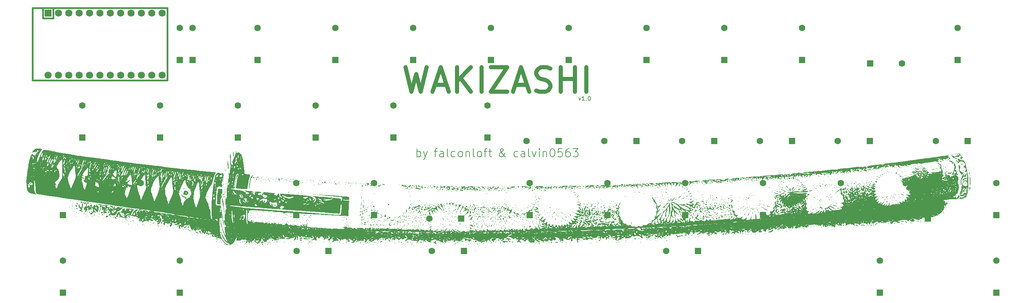
<source format=gbr>
%TF.GenerationSoftware,KiCad,Pcbnew,(7.0.0)*%
%TF.CreationDate,2023-08-30T22:13:03+02:00*%
%TF.ProjectId,Wakizashi,57616b69-7a61-4736-9869-2e6b69636164,rev?*%
%TF.SameCoordinates,Original*%
%TF.FileFunction,Legend,Top*%
%TF.FilePolarity,Positive*%
%FSLAX46Y46*%
G04 Gerber Fmt 4.6, Leading zero omitted, Abs format (unit mm)*
G04 Created by KiCad (PCBNEW (7.0.0)) date 2023-08-30 22:13:03*
%MOMM*%
%LPD*%
G01*
G04 APERTURE LIST*
%ADD10C,0.150000*%
%ADD11C,1.000000*%
%ADD12C,0.381000*%
%ADD13R,1.600000X1.600000*%
%ADD14C,1.600000*%
%ADD15R,1.752600X1.752600*%
%ADD16C,1.752600*%
G04 APERTURE END LIST*
D10*
X172402679Y-40181964D02*
X172640774Y-40848630D01*
X172640774Y-40848630D02*
X172878869Y-40181964D01*
X173783631Y-40848630D02*
X173212203Y-40848630D01*
X173497917Y-40848630D02*
X173497917Y-39848630D01*
X173497917Y-39848630D02*
X173402679Y-39991488D01*
X173402679Y-39991488D02*
X173307441Y-40086726D01*
X173307441Y-40086726D02*
X173212203Y-40134345D01*
X174212203Y-40753392D02*
X174259822Y-40801011D01*
X174259822Y-40801011D02*
X174212203Y-40848630D01*
X174212203Y-40848630D02*
X174164584Y-40801011D01*
X174164584Y-40801011D02*
X174212203Y-40753392D01*
X174212203Y-40753392D02*
X174212203Y-40848630D01*
X174878869Y-39848630D02*
X174974107Y-39848630D01*
X174974107Y-39848630D02*
X175069345Y-39896250D01*
X175069345Y-39896250D02*
X175116964Y-39943869D01*
X175116964Y-39943869D02*
X175164583Y-40039107D01*
X175164583Y-40039107D02*
X175212202Y-40229583D01*
X175212202Y-40229583D02*
X175212202Y-40467678D01*
X175212202Y-40467678D02*
X175164583Y-40658154D01*
X175164583Y-40658154D02*
X175116964Y-40753392D01*
X175116964Y-40753392D02*
X175069345Y-40801011D01*
X175069345Y-40801011D02*
X174974107Y-40848630D01*
X174974107Y-40848630D02*
X174878869Y-40848630D01*
X174878869Y-40848630D02*
X174783631Y-40801011D01*
X174783631Y-40801011D02*
X174736012Y-40753392D01*
X174736012Y-40753392D02*
X174688393Y-40658154D01*
X174688393Y-40658154D02*
X174640774Y-40467678D01*
X174640774Y-40467678D02*
X174640774Y-40229583D01*
X174640774Y-40229583D02*
X174688393Y-40039107D01*
X174688393Y-40039107D02*
X174736012Y-39943869D01*
X174736012Y-39943869D02*
X174783631Y-39896250D01*
X174783631Y-39896250D02*
X174878869Y-39848630D01*
X132695237Y-54709761D02*
X132695237Y-52709761D01*
X132695237Y-53471666D02*
X132885713Y-53376428D01*
X132885713Y-53376428D02*
X133266666Y-53376428D01*
X133266666Y-53376428D02*
X133457142Y-53471666D01*
X133457142Y-53471666D02*
X133552380Y-53566904D01*
X133552380Y-53566904D02*
X133647618Y-53757380D01*
X133647618Y-53757380D02*
X133647618Y-54328809D01*
X133647618Y-54328809D02*
X133552380Y-54519285D01*
X133552380Y-54519285D02*
X133457142Y-54614523D01*
X133457142Y-54614523D02*
X133266666Y-54709761D01*
X133266666Y-54709761D02*
X132885713Y-54709761D01*
X132885713Y-54709761D02*
X132695237Y-54614523D01*
X134314285Y-53376428D02*
X134790475Y-54709761D01*
X135266666Y-53376428D02*
X134790475Y-54709761D01*
X134790475Y-54709761D02*
X134599999Y-55185952D01*
X134599999Y-55185952D02*
X134504761Y-55281190D01*
X134504761Y-55281190D02*
X134314285Y-55376428D01*
X136942857Y-53376428D02*
X137704761Y-53376428D01*
X137228571Y-54709761D02*
X137228571Y-52995476D01*
X137228571Y-52995476D02*
X137323809Y-52805000D01*
X137323809Y-52805000D02*
X137514285Y-52709761D01*
X137514285Y-52709761D02*
X137704761Y-52709761D01*
X139228571Y-54709761D02*
X139228571Y-53662142D01*
X139228571Y-53662142D02*
X139133333Y-53471666D01*
X139133333Y-53471666D02*
X138942857Y-53376428D01*
X138942857Y-53376428D02*
X138561904Y-53376428D01*
X138561904Y-53376428D02*
X138371428Y-53471666D01*
X139228571Y-54614523D02*
X139038095Y-54709761D01*
X139038095Y-54709761D02*
X138561904Y-54709761D01*
X138561904Y-54709761D02*
X138371428Y-54614523D01*
X138371428Y-54614523D02*
X138276190Y-54424047D01*
X138276190Y-54424047D02*
X138276190Y-54233571D01*
X138276190Y-54233571D02*
X138371428Y-54043095D01*
X138371428Y-54043095D02*
X138561904Y-53947857D01*
X138561904Y-53947857D02*
X139038095Y-53947857D01*
X139038095Y-53947857D02*
X139228571Y-53852619D01*
X140466666Y-54709761D02*
X140276190Y-54614523D01*
X140276190Y-54614523D02*
X140180952Y-54424047D01*
X140180952Y-54424047D02*
X140180952Y-52709761D01*
X142085714Y-54614523D02*
X141895238Y-54709761D01*
X141895238Y-54709761D02*
X141514285Y-54709761D01*
X141514285Y-54709761D02*
X141323809Y-54614523D01*
X141323809Y-54614523D02*
X141228571Y-54519285D01*
X141228571Y-54519285D02*
X141133333Y-54328809D01*
X141133333Y-54328809D02*
X141133333Y-53757380D01*
X141133333Y-53757380D02*
X141228571Y-53566904D01*
X141228571Y-53566904D02*
X141323809Y-53471666D01*
X141323809Y-53471666D02*
X141514285Y-53376428D01*
X141514285Y-53376428D02*
X141895238Y-53376428D01*
X141895238Y-53376428D02*
X142085714Y-53471666D01*
X143228571Y-54709761D02*
X143038095Y-54614523D01*
X143038095Y-54614523D02*
X142942857Y-54519285D01*
X142942857Y-54519285D02*
X142847619Y-54328809D01*
X142847619Y-54328809D02*
X142847619Y-53757380D01*
X142847619Y-53757380D02*
X142942857Y-53566904D01*
X142942857Y-53566904D02*
X143038095Y-53471666D01*
X143038095Y-53471666D02*
X143228571Y-53376428D01*
X143228571Y-53376428D02*
X143514286Y-53376428D01*
X143514286Y-53376428D02*
X143704762Y-53471666D01*
X143704762Y-53471666D02*
X143800000Y-53566904D01*
X143800000Y-53566904D02*
X143895238Y-53757380D01*
X143895238Y-53757380D02*
X143895238Y-54328809D01*
X143895238Y-54328809D02*
X143800000Y-54519285D01*
X143800000Y-54519285D02*
X143704762Y-54614523D01*
X143704762Y-54614523D02*
X143514286Y-54709761D01*
X143514286Y-54709761D02*
X143228571Y-54709761D01*
X144752381Y-53376428D02*
X144752381Y-54709761D01*
X144752381Y-53566904D02*
X144847619Y-53471666D01*
X144847619Y-53471666D02*
X145038095Y-53376428D01*
X145038095Y-53376428D02*
X145323810Y-53376428D01*
X145323810Y-53376428D02*
X145514286Y-53471666D01*
X145514286Y-53471666D02*
X145609524Y-53662142D01*
X145609524Y-53662142D02*
X145609524Y-54709761D01*
X146847619Y-54709761D02*
X146657143Y-54614523D01*
X146657143Y-54614523D02*
X146561905Y-54424047D01*
X146561905Y-54424047D02*
X146561905Y-52709761D01*
X147895238Y-54709761D02*
X147704762Y-54614523D01*
X147704762Y-54614523D02*
X147609524Y-54519285D01*
X147609524Y-54519285D02*
X147514286Y-54328809D01*
X147514286Y-54328809D02*
X147514286Y-53757380D01*
X147514286Y-53757380D02*
X147609524Y-53566904D01*
X147609524Y-53566904D02*
X147704762Y-53471666D01*
X147704762Y-53471666D02*
X147895238Y-53376428D01*
X147895238Y-53376428D02*
X148180953Y-53376428D01*
X148180953Y-53376428D02*
X148371429Y-53471666D01*
X148371429Y-53471666D02*
X148466667Y-53566904D01*
X148466667Y-53566904D02*
X148561905Y-53757380D01*
X148561905Y-53757380D02*
X148561905Y-54328809D01*
X148561905Y-54328809D02*
X148466667Y-54519285D01*
X148466667Y-54519285D02*
X148371429Y-54614523D01*
X148371429Y-54614523D02*
X148180953Y-54709761D01*
X148180953Y-54709761D02*
X147895238Y-54709761D01*
X149133334Y-53376428D02*
X149895238Y-53376428D01*
X149419048Y-54709761D02*
X149419048Y-52995476D01*
X149419048Y-52995476D02*
X149514286Y-52805000D01*
X149514286Y-52805000D02*
X149704762Y-52709761D01*
X149704762Y-52709761D02*
X149895238Y-52709761D01*
X150276191Y-53376428D02*
X151038095Y-53376428D01*
X150561905Y-52709761D02*
X150561905Y-54424047D01*
X150561905Y-54424047D02*
X150657143Y-54614523D01*
X150657143Y-54614523D02*
X150847619Y-54709761D01*
X150847619Y-54709761D02*
X151038095Y-54709761D01*
X154523810Y-54709761D02*
X154428572Y-54709761D01*
X154428572Y-54709761D02*
X154238095Y-54614523D01*
X154238095Y-54614523D02*
X153952381Y-54328809D01*
X153952381Y-54328809D02*
X153476191Y-53757380D01*
X153476191Y-53757380D02*
X153285714Y-53471666D01*
X153285714Y-53471666D02*
X153190476Y-53185952D01*
X153190476Y-53185952D02*
X153190476Y-52995476D01*
X153190476Y-52995476D02*
X153285714Y-52805000D01*
X153285714Y-52805000D02*
X153476191Y-52709761D01*
X153476191Y-52709761D02*
X153571429Y-52709761D01*
X153571429Y-52709761D02*
X153761905Y-52805000D01*
X153761905Y-52805000D02*
X153857143Y-52995476D01*
X153857143Y-52995476D02*
X153857143Y-53090714D01*
X153857143Y-53090714D02*
X153761905Y-53281190D01*
X153761905Y-53281190D02*
X153666667Y-53376428D01*
X153666667Y-53376428D02*
X153095238Y-53757380D01*
X153095238Y-53757380D02*
X153000000Y-53852619D01*
X153000000Y-53852619D02*
X152904762Y-54043095D01*
X152904762Y-54043095D02*
X152904762Y-54328809D01*
X152904762Y-54328809D02*
X153000000Y-54519285D01*
X153000000Y-54519285D02*
X153095238Y-54614523D01*
X153095238Y-54614523D02*
X153285714Y-54709761D01*
X153285714Y-54709761D02*
X153571429Y-54709761D01*
X153571429Y-54709761D02*
X153761905Y-54614523D01*
X153761905Y-54614523D02*
X153857143Y-54519285D01*
X153857143Y-54519285D02*
X154142857Y-54138333D01*
X154142857Y-54138333D02*
X154238095Y-53852619D01*
X154238095Y-53852619D02*
X154238095Y-53662142D01*
X157438095Y-54614523D02*
X157247619Y-54709761D01*
X157247619Y-54709761D02*
X156866666Y-54709761D01*
X156866666Y-54709761D02*
X156676190Y-54614523D01*
X156676190Y-54614523D02*
X156580952Y-54519285D01*
X156580952Y-54519285D02*
X156485714Y-54328809D01*
X156485714Y-54328809D02*
X156485714Y-53757380D01*
X156485714Y-53757380D02*
X156580952Y-53566904D01*
X156580952Y-53566904D02*
X156676190Y-53471666D01*
X156676190Y-53471666D02*
X156866666Y-53376428D01*
X156866666Y-53376428D02*
X157247619Y-53376428D01*
X157247619Y-53376428D02*
X157438095Y-53471666D01*
X159152381Y-54709761D02*
X159152381Y-53662142D01*
X159152381Y-53662142D02*
X159057143Y-53471666D01*
X159057143Y-53471666D02*
X158866667Y-53376428D01*
X158866667Y-53376428D02*
X158485714Y-53376428D01*
X158485714Y-53376428D02*
X158295238Y-53471666D01*
X159152381Y-54614523D02*
X158961905Y-54709761D01*
X158961905Y-54709761D02*
X158485714Y-54709761D01*
X158485714Y-54709761D02*
X158295238Y-54614523D01*
X158295238Y-54614523D02*
X158200000Y-54424047D01*
X158200000Y-54424047D02*
X158200000Y-54233571D01*
X158200000Y-54233571D02*
X158295238Y-54043095D01*
X158295238Y-54043095D02*
X158485714Y-53947857D01*
X158485714Y-53947857D02*
X158961905Y-53947857D01*
X158961905Y-53947857D02*
X159152381Y-53852619D01*
X160390476Y-54709761D02*
X160200000Y-54614523D01*
X160200000Y-54614523D02*
X160104762Y-54424047D01*
X160104762Y-54424047D02*
X160104762Y-52709761D01*
X160961905Y-53376428D02*
X161438095Y-54709761D01*
X161438095Y-54709761D02*
X161914286Y-53376428D01*
X162676191Y-54709761D02*
X162676191Y-53376428D01*
X162676191Y-52709761D02*
X162580953Y-52805000D01*
X162580953Y-52805000D02*
X162676191Y-52900238D01*
X162676191Y-52900238D02*
X162771429Y-52805000D01*
X162771429Y-52805000D02*
X162676191Y-52709761D01*
X162676191Y-52709761D02*
X162676191Y-52900238D01*
X163628572Y-53376428D02*
X163628572Y-54709761D01*
X163628572Y-53566904D02*
X163723810Y-53471666D01*
X163723810Y-53471666D02*
X163914286Y-53376428D01*
X163914286Y-53376428D02*
X164200001Y-53376428D01*
X164200001Y-53376428D02*
X164390477Y-53471666D01*
X164390477Y-53471666D02*
X164485715Y-53662142D01*
X164485715Y-53662142D02*
X164485715Y-54709761D01*
X165819048Y-52709761D02*
X166009525Y-52709761D01*
X166009525Y-52709761D02*
X166200001Y-52805000D01*
X166200001Y-52805000D02*
X166295239Y-52900238D01*
X166295239Y-52900238D02*
X166390477Y-53090714D01*
X166390477Y-53090714D02*
X166485715Y-53471666D01*
X166485715Y-53471666D02*
X166485715Y-53947857D01*
X166485715Y-53947857D02*
X166390477Y-54328809D01*
X166390477Y-54328809D02*
X166295239Y-54519285D01*
X166295239Y-54519285D02*
X166200001Y-54614523D01*
X166200001Y-54614523D02*
X166009525Y-54709761D01*
X166009525Y-54709761D02*
X165819048Y-54709761D01*
X165819048Y-54709761D02*
X165628572Y-54614523D01*
X165628572Y-54614523D02*
X165533334Y-54519285D01*
X165533334Y-54519285D02*
X165438096Y-54328809D01*
X165438096Y-54328809D02*
X165342858Y-53947857D01*
X165342858Y-53947857D02*
X165342858Y-53471666D01*
X165342858Y-53471666D02*
X165438096Y-53090714D01*
X165438096Y-53090714D02*
X165533334Y-52900238D01*
X165533334Y-52900238D02*
X165628572Y-52805000D01*
X165628572Y-52805000D02*
X165819048Y-52709761D01*
X168295239Y-52709761D02*
X167342858Y-52709761D01*
X167342858Y-52709761D02*
X167247620Y-53662142D01*
X167247620Y-53662142D02*
X167342858Y-53566904D01*
X167342858Y-53566904D02*
X167533334Y-53471666D01*
X167533334Y-53471666D02*
X168009525Y-53471666D01*
X168009525Y-53471666D02*
X168200001Y-53566904D01*
X168200001Y-53566904D02*
X168295239Y-53662142D01*
X168295239Y-53662142D02*
X168390477Y-53852619D01*
X168390477Y-53852619D02*
X168390477Y-54328809D01*
X168390477Y-54328809D02*
X168295239Y-54519285D01*
X168295239Y-54519285D02*
X168200001Y-54614523D01*
X168200001Y-54614523D02*
X168009525Y-54709761D01*
X168009525Y-54709761D02*
X167533334Y-54709761D01*
X167533334Y-54709761D02*
X167342858Y-54614523D01*
X167342858Y-54614523D02*
X167247620Y-54519285D01*
X170104763Y-52709761D02*
X169723810Y-52709761D01*
X169723810Y-52709761D02*
X169533334Y-52805000D01*
X169533334Y-52805000D02*
X169438096Y-52900238D01*
X169438096Y-52900238D02*
X169247620Y-53185952D01*
X169247620Y-53185952D02*
X169152382Y-53566904D01*
X169152382Y-53566904D02*
X169152382Y-54328809D01*
X169152382Y-54328809D02*
X169247620Y-54519285D01*
X169247620Y-54519285D02*
X169342858Y-54614523D01*
X169342858Y-54614523D02*
X169533334Y-54709761D01*
X169533334Y-54709761D02*
X169914287Y-54709761D01*
X169914287Y-54709761D02*
X170104763Y-54614523D01*
X170104763Y-54614523D02*
X170200001Y-54519285D01*
X170200001Y-54519285D02*
X170295239Y-54328809D01*
X170295239Y-54328809D02*
X170295239Y-53852619D01*
X170295239Y-53852619D02*
X170200001Y-53662142D01*
X170200001Y-53662142D02*
X170104763Y-53566904D01*
X170104763Y-53566904D02*
X169914287Y-53471666D01*
X169914287Y-53471666D02*
X169533334Y-53471666D01*
X169533334Y-53471666D02*
X169342858Y-53566904D01*
X169342858Y-53566904D02*
X169247620Y-53662142D01*
X169247620Y-53662142D02*
X169152382Y-53852619D01*
X170961906Y-52709761D02*
X172200001Y-52709761D01*
X172200001Y-52709761D02*
X171533334Y-53471666D01*
X171533334Y-53471666D02*
X171819049Y-53471666D01*
X171819049Y-53471666D02*
X172009525Y-53566904D01*
X172009525Y-53566904D02*
X172104763Y-53662142D01*
X172104763Y-53662142D02*
X172200001Y-53852619D01*
X172200001Y-53852619D02*
X172200001Y-54328809D01*
X172200001Y-54328809D02*
X172104763Y-54519285D01*
X172104763Y-54519285D02*
X172009525Y-54614523D01*
X172009525Y-54614523D02*
X171819049Y-54709761D01*
X171819049Y-54709761D02*
X171247620Y-54709761D01*
X171247620Y-54709761D02*
X171057144Y-54614523D01*
X171057144Y-54614523D02*
X170961906Y-54519285D01*
D11*
X129971428Y-32716785D02*
X131400000Y-38716785D01*
X131400000Y-38716785D02*
X132542857Y-34431071D01*
X132542857Y-34431071D02*
X133685714Y-38716785D01*
X133685714Y-38716785D02*
X135114286Y-32716785D01*
X137114286Y-37002500D02*
X139971429Y-37002500D01*
X136542857Y-38716785D02*
X138542857Y-32716785D01*
X138542857Y-32716785D02*
X140542857Y-38716785D01*
X142542857Y-38716785D02*
X142542857Y-32716785D01*
X145971428Y-38716785D02*
X143400000Y-35288214D01*
X145971428Y-32716785D02*
X142542857Y-36145357D01*
X148542857Y-38716785D02*
X148542857Y-32716785D01*
X150828571Y-32716785D02*
X154828571Y-32716785D01*
X154828571Y-32716785D02*
X150828571Y-38716785D01*
X150828571Y-38716785D02*
X154828571Y-38716785D01*
X156828572Y-37002500D02*
X159685715Y-37002500D01*
X156257143Y-38716785D02*
X158257143Y-32716785D01*
X158257143Y-32716785D02*
X160257143Y-38716785D01*
X161971429Y-38431071D02*
X162828572Y-38716785D01*
X162828572Y-38716785D02*
X164257143Y-38716785D01*
X164257143Y-38716785D02*
X164828572Y-38431071D01*
X164828572Y-38431071D02*
X165114286Y-38145357D01*
X165114286Y-38145357D02*
X165400000Y-37573928D01*
X165400000Y-37573928D02*
X165400000Y-37002500D01*
X165400000Y-37002500D02*
X165114286Y-36431071D01*
X165114286Y-36431071D02*
X164828572Y-36145357D01*
X164828572Y-36145357D02*
X164257143Y-35859642D01*
X164257143Y-35859642D02*
X163114286Y-35573928D01*
X163114286Y-35573928D02*
X162542857Y-35288214D01*
X162542857Y-35288214D02*
X162257143Y-35002500D01*
X162257143Y-35002500D02*
X161971429Y-34431071D01*
X161971429Y-34431071D02*
X161971429Y-33859642D01*
X161971429Y-33859642D02*
X162257143Y-33288214D01*
X162257143Y-33288214D02*
X162542857Y-33002500D01*
X162542857Y-33002500D02*
X163114286Y-32716785D01*
X163114286Y-32716785D02*
X164542857Y-32716785D01*
X164542857Y-32716785D02*
X165400000Y-33002500D01*
X167971429Y-38716785D02*
X167971429Y-32716785D01*
X167971429Y-35573928D02*
X171400000Y-35573928D01*
X171400000Y-38716785D02*
X171400000Y-32716785D01*
X174257143Y-38716785D02*
X174257143Y-32716785D01*
%TO.C,G\u002A\u002A\u002A*%
G36*
X146472177Y-62904687D02*
G01*
X146435099Y-62862164D01*
X146464272Y-62851187D01*
X146472177Y-62904687D01*
G37*
G36*
X213604440Y-73160212D02*
G01*
X213596554Y-73161574D01*
X213602416Y-73156111D01*
X213604440Y-73160212D01*
G37*
G36*
X39026041Y-54041146D02*
G01*
X38959896Y-54107292D01*
X38893750Y-54041146D01*
X38959896Y-53975000D01*
X39026041Y-54041146D01*
G37*
G36*
X41275000Y-55231771D02*
G01*
X41208854Y-55297917D01*
X41142708Y-55231771D01*
X41208854Y-55165625D01*
X41275000Y-55231771D01*
G37*
G36*
X43259375Y-56157812D02*
G01*
X43193229Y-56223958D01*
X43127083Y-56157812D01*
X43193229Y-56091667D01*
X43259375Y-56157812D01*
G37*
G36*
X48551041Y-65418229D02*
G01*
X48484896Y-65484375D01*
X48418750Y-65418229D01*
X48484896Y-65352083D01*
X48551041Y-65418229D01*
G37*
G36*
X48551041Y-66079687D02*
G01*
X48484896Y-66145833D01*
X48418750Y-66079687D01*
X48484896Y-66013542D01*
X48551041Y-66079687D01*
G37*
G36*
X48947916Y-67667187D02*
G01*
X48881771Y-67733333D01*
X48815625Y-67667187D01*
X48881771Y-67601042D01*
X48947916Y-67667187D01*
G37*
G36*
X48947916Y-68196354D02*
G01*
X48881771Y-68262500D01*
X48815625Y-68196354D01*
X48881771Y-68130208D01*
X48947916Y-68196354D01*
G37*
G36*
X49212500Y-69254687D02*
G01*
X49146354Y-69320833D01*
X49080208Y-69254687D01*
X49146354Y-69188542D01*
X49212500Y-69254687D01*
G37*
G36*
X49609375Y-65682812D02*
G01*
X49543229Y-65748958D01*
X49477083Y-65682812D01*
X49543229Y-65616667D01*
X49609375Y-65682812D01*
G37*
G36*
X49609375Y-68064062D02*
G01*
X49543229Y-68130208D01*
X49477083Y-68064062D01*
X49543229Y-67997917D01*
X49609375Y-68064062D01*
G37*
G36*
X49873958Y-68593229D02*
G01*
X49807812Y-68659375D01*
X49741667Y-68593229D01*
X49807812Y-68527083D01*
X49873958Y-68593229D01*
G37*
G36*
X50006250Y-65550521D02*
G01*
X49940104Y-65616667D01*
X49873958Y-65550521D01*
X49940104Y-65484375D01*
X50006250Y-65550521D01*
G37*
G36*
X51726042Y-69254687D02*
G01*
X51659896Y-69320833D01*
X51593750Y-69254687D01*
X51659896Y-69188542D01*
X51726042Y-69254687D01*
G37*
G36*
X51726042Y-69519271D02*
G01*
X51659896Y-69585417D01*
X51593750Y-69519271D01*
X51659896Y-69453125D01*
X51726042Y-69519271D01*
G37*
G36*
X52122917Y-69122396D02*
G01*
X52056771Y-69188542D01*
X51990625Y-69122396D01*
X52056771Y-69056250D01*
X52122917Y-69122396D01*
G37*
G36*
X52255208Y-68593229D02*
G01*
X52189062Y-68659375D01*
X52122917Y-68593229D01*
X52189062Y-68527083D01*
X52255208Y-68593229D01*
G37*
G36*
X52255208Y-69386979D02*
G01*
X52189062Y-69453125D01*
X52122917Y-69386979D01*
X52189062Y-69320833D01*
X52255208Y-69386979D01*
G37*
G36*
X52784375Y-66079687D02*
G01*
X52718229Y-66145833D01*
X52652083Y-66079687D01*
X52718229Y-66013542D01*
X52784375Y-66079687D01*
G37*
G36*
X53313542Y-69254687D02*
G01*
X53247396Y-69320833D01*
X53181250Y-69254687D01*
X53247396Y-69188542D01*
X53313542Y-69254687D01*
G37*
G36*
X53445833Y-66079687D02*
G01*
X53379687Y-66145833D01*
X53313542Y-66079687D01*
X53379687Y-66013542D01*
X53445833Y-66079687D01*
G37*
G36*
X54107292Y-66211979D02*
G01*
X54041146Y-66278125D01*
X53975000Y-66211979D01*
X54041146Y-66145833D01*
X54107292Y-66211979D01*
G37*
G36*
X55959375Y-70842187D02*
G01*
X55893229Y-70908333D01*
X55827083Y-70842187D01*
X55893229Y-70776042D01*
X55959375Y-70842187D01*
G37*
G36*
X56091667Y-69783854D02*
G01*
X56025521Y-69850000D01*
X55959375Y-69783854D01*
X56025521Y-69717708D01*
X56091667Y-69783854D01*
G37*
G36*
X56223958Y-69386979D02*
G01*
X56157812Y-69453125D01*
X56091667Y-69386979D01*
X56157812Y-69320833D01*
X56223958Y-69386979D01*
G37*
G36*
X57017708Y-70577604D02*
G01*
X56951562Y-70643750D01*
X56885417Y-70577604D01*
X56951562Y-70511458D01*
X57017708Y-70577604D01*
G37*
G36*
X58340625Y-59994271D02*
G01*
X58274479Y-60060416D01*
X58208333Y-59994271D01*
X58274479Y-59928125D01*
X58340625Y-59994271D01*
G37*
G36*
X58869791Y-67138021D02*
G01*
X58803646Y-67204167D01*
X58737500Y-67138021D01*
X58803646Y-67071875D01*
X58869791Y-67138021D01*
G37*
G36*
X59134375Y-67005729D02*
G01*
X59068229Y-67071875D01*
X59002083Y-67005729D01*
X59068229Y-66939583D01*
X59134375Y-67005729D01*
G37*
G36*
X60060416Y-69916146D02*
G01*
X59994271Y-69982292D01*
X59928125Y-69916146D01*
X59994271Y-69850000D01*
X60060416Y-69916146D01*
G37*
G36*
X60589583Y-70445312D02*
G01*
X60523437Y-70511458D01*
X60457291Y-70445312D01*
X60523437Y-70379167D01*
X60589583Y-70445312D01*
G37*
G36*
X61118750Y-70842187D02*
G01*
X61052604Y-70908333D01*
X60986458Y-70842187D01*
X61052604Y-70776042D01*
X61118750Y-70842187D01*
G37*
G36*
X62177083Y-70842187D02*
G01*
X62110937Y-70908333D01*
X62044791Y-70842187D01*
X62110937Y-70776042D01*
X62177083Y-70842187D01*
G37*
G36*
X62177083Y-71239062D02*
G01*
X62110937Y-71305208D01*
X62044791Y-71239062D01*
X62110937Y-71172917D01*
X62177083Y-71239062D01*
G37*
G36*
X62706250Y-70577604D02*
G01*
X62640104Y-70643750D01*
X62573958Y-70577604D01*
X62640104Y-70511458D01*
X62706250Y-70577604D01*
G37*
G36*
X63103125Y-69519271D02*
G01*
X63036979Y-69585417D01*
X62970833Y-69519271D01*
X63036979Y-69453125D01*
X63103125Y-69519271D01*
G37*
G36*
X64293750Y-71371354D02*
G01*
X64227604Y-71437500D01*
X64161458Y-71371354D01*
X64227604Y-71305208D01*
X64293750Y-71371354D01*
G37*
G36*
X64426041Y-70842187D02*
G01*
X64359896Y-70908333D01*
X64293750Y-70842187D01*
X64359896Y-70776042D01*
X64426041Y-70842187D01*
G37*
G36*
X66013542Y-71635937D02*
G01*
X65947396Y-71702083D01*
X65881250Y-71635937D01*
X65947396Y-71569792D01*
X66013542Y-71635937D01*
G37*
G36*
X67601042Y-71371354D02*
G01*
X67534896Y-71437500D01*
X67468750Y-71371354D01*
X67534896Y-71305208D01*
X67601042Y-71371354D01*
G37*
G36*
X67997917Y-62375521D02*
G01*
X67931771Y-62441666D01*
X67865625Y-62375521D01*
X67931771Y-62309375D01*
X67997917Y-62375521D01*
G37*
G36*
X69982292Y-72429687D02*
G01*
X69916146Y-72495833D01*
X69850000Y-72429687D01*
X69916146Y-72363542D01*
X69982292Y-72429687D01*
G37*
G36*
X70246875Y-59861979D02*
G01*
X70180729Y-59928125D01*
X70114583Y-59861979D01*
X70180729Y-59795833D01*
X70246875Y-59861979D01*
G37*
G36*
X70246875Y-60391146D02*
G01*
X70180729Y-60457291D01*
X70114583Y-60391146D01*
X70180729Y-60325000D01*
X70246875Y-60391146D01*
G37*
G36*
X72892708Y-71768229D02*
G01*
X72826562Y-71834375D01*
X72760417Y-71768229D01*
X72826562Y-71702083D01*
X72892708Y-71768229D01*
G37*
G36*
X73157292Y-71503646D02*
G01*
X73091146Y-71569792D01*
X73025000Y-71503646D01*
X73091146Y-71437500D01*
X73157292Y-71503646D01*
G37*
G36*
X73289583Y-72165104D02*
G01*
X73223437Y-72231250D01*
X73157292Y-72165104D01*
X73223437Y-72098958D01*
X73289583Y-72165104D01*
G37*
G36*
X74612500Y-72694271D02*
G01*
X74546354Y-72760417D01*
X74480208Y-72694271D01*
X74546354Y-72628125D01*
X74612500Y-72694271D01*
G37*
G36*
X75009375Y-72561979D02*
G01*
X74943229Y-72628125D01*
X74877083Y-72561979D01*
X74943229Y-72495833D01*
X75009375Y-72561979D01*
G37*
G36*
X75406250Y-72429687D02*
G01*
X75340104Y-72495833D01*
X75273958Y-72429687D01*
X75340104Y-72363542D01*
X75406250Y-72429687D01*
G37*
G36*
X75670833Y-72561979D02*
G01*
X75604687Y-72628125D01*
X75538542Y-72561979D01*
X75604687Y-72495833D01*
X75670833Y-72561979D01*
G37*
G36*
X76200000Y-62375521D02*
G01*
X76133854Y-62441666D01*
X76067708Y-62375521D01*
X76133854Y-62309375D01*
X76200000Y-62375521D01*
G37*
G36*
X76200000Y-72694271D02*
G01*
X76133854Y-72760417D01*
X76067708Y-72694271D01*
X76133854Y-72628125D01*
X76200000Y-72694271D01*
G37*
G36*
X76200000Y-73091146D02*
G01*
X76133854Y-73157292D01*
X76067708Y-73091146D01*
X76133854Y-73025000D01*
X76200000Y-73091146D01*
G37*
G36*
X76332292Y-72429687D02*
G01*
X76266146Y-72495833D01*
X76200000Y-72429687D01*
X76266146Y-72363542D01*
X76332292Y-72429687D01*
G37*
G36*
X76464583Y-62507812D02*
G01*
X76398437Y-62573958D01*
X76332292Y-62507812D01*
X76398437Y-62441666D01*
X76464583Y-62507812D01*
G37*
G36*
X76993750Y-64359896D02*
G01*
X76927604Y-64426042D01*
X76861458Y-64359896D01*
X76927604Y-64293750D01*
X76993750Y-64359896D01*
G37*
G36*
X77655208Y-73488021D02*
G01*
X77589062Y-73554167D01*
X77522917Y-73488021D01*
X77589062Y-73421875D01*
X77655208Y-73488021D01*
G37*
G36*
X78316667Y-73620312D02*
G01*
X78250521Y-73686458D01*
X78184375Y-73620312D01*
X78250521Y-73554167D01*
X78316667Y-73620312D01*
G37*
G36*
X80168750Y-62110937D02*
G01*
X80102604Y-62177083D01*
X80036458Y-62110937D01*
X80102604Y-62044791D01*
X80168750Y-62110937D01*
G37*
G36*
X80301042Y-61317187D02*
G01*
X80234896Y-61383333D01*
X80168750Y-61317187D01*
X80234896Y-61251041D01*
X80301042Y-61317187D01*
G37*
G36*
X81227083Y-74017187D02*
G01*
X81160937Y-74083333D01*
X81094792Y-74017187D01*
X81160937Y-73951042D01*
X81227083Y-74017187D01*
G37*
G36*
X82153125Y-74281771D02*
G01*
X82086979Y-74347917D01*
X82020833Y-74281771D01*
X82086979Y-74215625D01*
X82153125Y-74281771D01*
G37*
G36*
X82417708Y-74281771D02*
G01*
X82351562Y-74347917D01*
X82285417Y-74281771D01*
X82351562Y-74215625D01*
X82417708Y-74281771D01*
G37*
G36*
X84402083Y-75604687D02*
G01*
X84335937Y-75670833D01*
X84269791Y-75604687D01*
X84335937Y-75538542D01*
X84402083Y-75604687D01*
G37*
G36*
X84534375Y-74943229D02*
G01*
X84468229Y-75009375D01*
X84402083Y-74943229D01*
X84468229Y-74877083D01*
X84534375Y-74943229D01*
G37*
G36*
X84798958Y-75207812D02*
G01*
X84732812Y-75273958D01*
X84666666Y-75207812D01*
X84732812Y-75141667D01*
X84798958Y-75207812D01*
G37*
G36*
X84931250Y-59332812D02*
G01*
X84865104Y-59398958D01*
X84798958Y-59332812D01*
X84865104Y-59266666D01*
X84931250Y-59332812D01*
G37*
G36*
X85063541Y-75604687D02*
G01*
X84997396Y-75670833D01*
X84931250Y-75604687D01*
X84997396Y-75538542D01*
X85063541Y-75604687D01*
G37*
G36*
X85857291Y-63698437D02*
G01*
X85791146Y-63764583D01*
X85725000Y-63698437D01*
X85791146Y-63632291D01*
X85857291Y-63698437D01*
G37*
G36*
X88106250Y-63830729D02*
G01*
X88040104Y-63896875D01*
X87973958Y-63830729D01*
X88040104Y-63764583D01*
X88106250Y-63830729D01*
G37*
G36*
X88635416Y-75604687D02*
G01*
X88569271Y-75670833D01*
X88503125Y-75604687D01*
X88569271Y-75538542D01*
X88635416Y-75604687D01*
G37*
G36*
X88635416Y-75869271D02*
G01*
X88569271Y-75935417D01*
X88503125Y-75869271D01*
X88569271Y-75803125D01*
X88635416Y-75869271D01*
G37*
G36*
X90355208Y-76001562D02*
G01*
X90289062Y-76067708D01*
X90222916Y-76001562D01*
X90289062Y-75935417D01*
X90355208Y-76001562D01*
G37*
G36*
X91148958Y-76133854D02*
G01*
X91082812Y-76200000D01*
X91016666Y-76133854D01*
X91082812Y-76067708D01*
X91148958Y-76133854D01*
G37*
G36*
X91148958Y-76663021D02*
G01*
X91082812Y-76729167D01*
X91016666Y-76663021D01*
X91082812Y-76596875D01*
X91148958Y-76663021D01*
G37*
G36*
X91942708Y-70180729D02*
G01*
X91876562Y-70246875D01*
X91810416Y-70180729D01*
X91876562Y-70114583D01*
X91942708Y-70180729D01*
G37*
G36*
X92207291Y-76663021D02*
G01*
X92141146Y-76729167D01*
X92075000Y-76663021D01*
X92141146Y-76596875D01*
X92207291Y-76663021D01*
G37*
G36*
X92339583Y-68460937D02*
G01*
X92273437Y-68527083D01*
X92207291Y-68460937D01*
X92273437Y-68394792D01*
X92339583Y-68460937D01*
G37*
G36*
X92339583Y-69651562D02*
G01*
X92273437Y-69717708D01*
X92207291Y-69651562D01*
X92273437Y-69585417D01*
X92339583Y-69651562D01*
G37*
G36*
X92604166Y-60258854D02*
G01*
X92538021Y-60325000D01*
X92471875Y-60258854D01*
X92538021Y-60192708D01*
X92604166Y-60258854D01*
G37*
G36*
X92736458Y-70313021D02*
G01*
X92670312Y-70379167D01*
X92604166Y-70313021D01*
X92670312Y-70246875D01*
X92736458Y-70313021D01*
G37*
G36*
X92736458Y-75604687D02*
G01*
X92670312Y-75670833D01*
X92604166Y-75604687D01*
X92670312Y-75538542D01*
X92736458Y-75604687D01*
G37*
G36*
X92868750Y-76133854D02*
G01*
X92802604Y-76200000D01*
X92736458Y-76133854D01*
X92802604Y-76067708D01*
X92868750Y-76133854D01*
G37*
G36*
X93001041Y-68064062D02*
G01*
X92934896Y-68130208D01*
X92868750Y-68064062D01*
X92934896Y-67997917D01*
X93001041Y-68064062D01*
G37*
G36*
X93133333Y-68328646D02*
G01*
X93067187Y-68394792D01*
X93001041Y-68328646D01*
X93067187Y-68262500D01*
X93133333Y-68328646D01*
G37*
G36*
X93265625Y-59729687D02*
G01*
X93199479Y-59795833D01*
X93133333Y-59729687D01*
X93199479Y-59663541D01*
X93265625Y-59729687D01*
G37*
G36*
X93265625Y-60391146D02*
G01*
X93199479Y-60457291D01*
X93133333Y-60391146D01*
X93199479Y-60325000D01*
X93265625Y-60391146D01*
G37*
G36*
X93265625Y-69519271D02*
G01*
X93199479Y-69585417D01*
X93133333Y-69519271D01*
X93199479Y-69453125D01*
X93265625Y-69519271D01*
G37*
G36*
X93662500Y-68593229D02*
G01*
X93596354Y-68659375D01*
X93530208Y-68593229D01*
X93596354Y-68527083D01*
X93662500Y-68593229D01*
G37*
G36*
X94323958Y-59861979D02*
G01*
X94257812Y-59928125D01*
X94191666Y-59861979D01*
X94257812Y-59795833D01*
X94323958Y-59861979D01*
G37*
G36*
X94456250Y-69386979D02*
G01*
X94390104Y-69453125D01*
X94323958Y-69386979D01*
X94390104Y-69320833D01*
X94456250Y-69386979D01*
G37*
G36*
X94588541Y-68196354D02*
G01*
X94522396Y-68262500D01*
X94456250Y-68196354D01*
X94522396Y-68130208D01*
X94588541Y-68196354D01*
G37*
G36*
X94588541Y-70313021D02*
G01*
X94522396Y-70379167D01*
X94456250Y-70313021D01*
X94522396Y-70246875D01*
X94588541Y-70313021D01*
G37*
G36*
X94985416Y-68725521D02*
G01*
X94919271Y-68791667D01*
X94853125Y-68725521D01*
X94919271Y-68659375D01*
X94985416Y-68725521D01*
G37*
G36*
X94985416Y-69122396D02*
G01*
X94919271Y-69188542D01*
X94853125Y-69122396D01*
X94919271Y-69056250D01*
X94985416Y-69122396D01*
G37*
G36*
X95117708Y-59597396D02*
G01*
X95051562Y-59663541D01*
X94985416Y-59597396D01*
X95051562Y-59531250D01*
X95117708Y-59597396D01*
G37*
G36*
X95117708Y-60391146D02*
G01*
X95051562Y-60457291D01*
X94985416Y-60391146D01*
X95051562Y-60325000D01*
X95117708Y-60391146D01*
G37*
G36*
X95117708Y-76663021D02*
G01*
X95051562Y-76729167D01*
X94985416Y-76663021D01*
X95051562Y-76596875D01*
X95117708Y-76663021D01*
G37*
G36*
X95382291Y-60126562D02*
G01*
X95316146Y-60192708D01*
X95250000Y-60126562D01*
X95316146Y-60060416D01*
X95382291Y-60126562D01*
G37*
G36*
X95779166Y-60391146D02*
G01*
X95713021Y-60457291D01*
X95646875Y-60391146D01*
X95713021Y-60325000D01*
X95779166Y-60391146D01*
G37*
G36*
X95779166Y-70577604D02*
G01*
X95713021Y-70643750D01*
X95646875Y-70577604D01*
X95713021Y-70511458D01*
X95779166Y-70577604D01*
G37*
G36*
X95911458Y-59729687D02*
G01*
X95845312Y-59795833D01*
X95779166Y-59729687D01*
X95845312Y-59663541D01*
X95911458Y-59729687D01*
G37*
G36*
X96176041Y-69122396D02*
G01*
X96109896Y-69188542D01*
X96043750Y-69122396D01*
X96109896Y-69056250D01*
X96176041Y-69122396D01*
G37*
G36*
X96572916Y-70445312D02*
G01*
X96506771Y-70511458D01*
X96440625Y-70445312D01*
X96506771Y-70379167D01*
X96572916Y-70445312D01*
G37*
G36*
X96705208Y-68990104D02*
G01*
X96639062Y-69056250D01*
X96572916Y-68990104D01*
X96639062Y-68923958D01*
X96705208Y-68990104D01*
G37*
G36*
X96705208Y-70709896D02*
G01*
X96639062Y-70776042D01*
X96572916Y-70709896D01*
X96639062Y-70643750D01*
X96705208Y-70709896D01*
G37*
G36*
X96837500Y-60258854D02*
G01*
X96771354Y-60325000D01*
X96705208Y-60258854D01*
X96771354Y-60192708D01*
X96837500Y-60258854D01*
G37*
G36*
X96837500Y-69254687D02*
G01*
X96771354Y-69320833D01*
X96705208Y-69254687D01*
X96771354Y-69188542D01*
X96837500Y-69254687D01*
G37*
G36*
X96969791Y-59994271D02*
G01*
X96903646Y-60060416D01*
X96837500Y-59994271D01*
X96903646Y-59928125D01*
X96969791Y-59994271D01*
G37*
G36*
X97102083Y-60258854D02*
G01*
X97035937Y-60325000D01*
X96969791Y-60258854D01*
X97035937Y-60192708D01*
X97102083Y-60258854D01*
G37*
G36*
X97102083Y-75472396D02*
G01*
X97035937Y-75538542D01*
X96969791Y-75472396D01*
X97035937Y-75406250D01*
X97102083Y-75472396D01*
G37*
G36*
X97763541Y-75736979D02*
G01*
X97697396Y-75803125D01*
X97631250Y-75736979D01*
X97697396Y-75670833D01*
X97763541Y-75736979D01*
G37*
G36*
X97895833Y-68460937D02*
G01*
X97829687Y-68527083D01*
X97763541Y-68460937D01*
X97829687Y-68394792D01*
X97895833Y-68460937D01*
G37*
G36*
X97895833Y-69519271D02*
G01*
X97829687Y-69585417D01*
X97763541Y-69519271D01*
X97829687Y-69453125D01*
X97895833Y-69519271D01*
G37*
G36*
X98028125Y-68990104D02*
G01*
X97961979Y-69056250D01*
X97895833Y-68990104D01*
X97961979Y-68923958D01*
X98028125Y-68990104D01*
G37*
G36*
X98160416Y-60655729D02*
G01*
X98094271Y-60721875D01*
X98028125Y-60655729D01*
X98094271Y-60589583D01*
X98160416Y-60655729D01*
G37*
G36*
X98425000Y-59861979D02*
G01*
X98358854Y-59928125D01*
X98292708Y-59861979D01*
X98358854Y-59795833D01*
X98425000Y-59861979D01*
G37*
G36*
X98954166Y-70709896D02*
G01*
X98888021Y-70776042D01*
X98821875Y-70709896D01*
X98888021Y-70643750D01*
X98954166Y-70709896D01*
G37*
G36*
X99218750Y-68857812D02*
G01*
X99152604Y-68923958D01*
X99086458Y-68857812D01*
X99152604Y-68791667D01*
X99218750Y-68857812D01*
G37*
G36*
X99218750Y-75736979D02*
G01*
X99152604Y-75803125D01*
X99086458Y-75736979D01*
X99152604Y-75670833D01*
X99218750Y-75736979D01*
G37*
G36*
X99747917Y-68593229D02*
G01*
X99681771Y-68659375D01*
X99615625Y-68593229D01*
X99681771Y-68527083D01*
X99747917Y-68593229D01*
G37*
G36*
X99880208Y-60523437D02*
G01*
X99814062Y-60589583D01*
X99747917Y-60523437D01*
X99814062Y-60457291D01*
X99880208Y-60523437D01*
G37*
G36*
X99880208Y-70048437D02*
G01*
X99814062Y-70114583D01*
X99747917Y-70048437D01*
X99814062Y-69982292D01*
X99880208Y-70048437D01*
G37*
G36*
X100144792Y-60126562D02*
G01*
X100078646Y-60192708D01*
X100012500Y-60126562D01*
X100078646Y-60060416D01*
X100144792Y-60126562D01*
G37*
G36*
X100144792Y-75869271D02*
G01*
X100078646Y-75935417D01*
X100012500Y-75869271D01*
X100078646Y-75803125D01*
X100144792Y-75869271D01*
G37*
G36*
X100277083Y-71106771D02*
G01*
X100210937Y-71172917D01*
X100144792Y-71106771D01*
X100210937Y-71040625D01*
X100277083Y-71106771D01*
G37*
G36*
X100277083Y-75604687D02*
G01*
X100210937Y-75670833D01*
X100144792Y-75604687D01*
X100210937Y-75538542D01*
X100277083Y-75604687D01*
G37*
G36*
X100409375Y-60391146D02*
G01*
X100343229Y-60457291D01*
X100277083Y-60391146D01*
X100343229Y-60325000D01*
X100409375Y-60391146D01*
G37*
G36*
X100409375Y-70313021D02*
G01*
X100343229Y-70379167D01*
X100277083Y-70313021D01*
X100343229Y-70246875D01*
X100409375Y-70313021D01*
G37*
G36*
X100541667Y-69519271D02*
G01*
X100475521Y-69585417D01*
X100409375Y-69519271D01*
X100475521Y-69453125D01*
X100541667Y-69519271D01*
G37*
G36*
X100673958Y-70180729D02*
G01*
X100607812Y-70246875D01*
X100541667Y-70180729D01*
X100607812Y-70114583D01*
X100673958Y-70180729D01*
G37*
G36*
X100673958Y-75604687D02*
G01*
X100607812Y-75670833D01*
X100541667Y-75604687D01*
X100607812Y-75538542D01*
X100673958Y-75604687D01*
G37*
G36*
X100806250Y-68857812D02*
G01*
X100740104Y-68923958D01*
X100673958Y-68857812D01*
X100740104Y-68791667D01*
X100806250Y-68857812D01*
G37*
G36*
X101070833Y-69122396D02*
G01*
X101004687Y-69188542D01*
X100938542Y-69122396D01*
X101004687Y-69056250D01*
X101070833Y-69122396D01*
G37*
G36*
X101070833Y-70445312D02*
G01*
X101004687Y-70511458D01*
X100938542Y-70445312D01*
X101004687Y-70379167D01*
X101070833Y-70445312D01*
G37*
G36*
X101203125Y-59994271D02*
G01*
X101136979Y-60060416D01*
X101070833Y-59994271D01*
X101136979Y-59928125D01*
X101203125Y-59994271D01*
G37*
G36*
X101203125Y-70709896D02*
G01*
X101136979Y-70776042D01*
X101070833Y-70709896D01*
X101136979Y-70643750D01*
X101203125Y-70709896D01*
G37*
G36*
X101335417Y-60258854D02*
G01*
X101269271Y-60325000D01*
X101203125Y-60258854D01*
X101269271Y-60192708D01*
X101335417Y-60258854D01*
G37*
G36*
X101335417Y-70974479D02*
G01*
X101269271Y-71040625D01*
X101203125Y-70974479D01*
X101269271Y-70908333D01*
X101335417Y-70974479D01*
G37*
G36*
X101335417Y-75869271D02*
G01*
X101269271Y-75935417D01*
X101203125Y-75869271D01*
X101269271Y-75803125D01*
X101335417Y-75869271D01*
G37*
G36*
X101600000Y-60126562D02*
G01*
X101533854Y-60192708D01*
X101467708Y-60126562D01*
X101533854Y-60060416D01*
X101600000Y-60126562D01*
G37*
G36*
X101864583Y-69651562D02*
G01*
X101798437Y-69717708D01*
X101732292Y-69651562D01*
X101798437Y-69585417D01*
X101864583Y-69651562D01*
G37*
G36*
X101864583Y-70445312D02*
G01*
X101798437Y-70511458D01*
X101732292Y-70445312D01*
X101798437Y-70379167D01*
X101864583Y-70445312D01*
G37*
G36*
X101864583Y-70842187D02*
G01*
X101798437Y-70908333D01*
X101732292Y-70842187D01*
X101798437Y-70776042D01*
X101864583Y-70842187D01*
G37*
G36*
X102129167Y-60788021D02*
G01*
X102063021Y-60854166D01*
X101996875Y-60788021D01*
X102063021Y-60721875D01*
X102129167Y-60788021D01*
G37*
G36*
X102261458Y-60391146D02*
G01*
X102195312Y-60457291D01*
X102129167Y-60391146D01*
X102195312Y-60325000D01*
X102261458Y-60391146D01*
G37*
G36*
X102393750Y-60788021D02*
G01*
X102327604Y-60854166D01*
X102261458Y-60788021D01*
X102327604Y-60721875D01*
X102393750Y-60788021D01*
G37*
G36*
X102526042Y-60523437D02*
G01*
X102459896Y-60589583D01*
X102393750Y-60523437D01*
X102459896Y-60457291D01*
X102526042Y-60523437D01*
G37*
G36*
X102526042Y-61184896D02*
G01*
X102459896Y-61251041D01*
X102393750Y-61184896D01*
X102459896Y-61118750D01*
X102526042Y-61184896D01*
G37*
G36*
X102526042Y-69916146D02*
G01*
X102459896Y-69982292D01*
X102393750Y-69916146D01*
X102459896Y-69850000D01*
X102526042Y-69916146D01*
G37*
G36*
X102658333Y-60126562D02*
G01*
X102592187Y-60192708D01*
X102526042Y-60126562D01*
X102592187Y-60060416D01*
X102658333Y-60126562D01*
G37*
G36*
X102658333Y-70842187D02*
G01*
X102592187Y-70908333D01*
X102526042Y-70842187D01*
X102592187Y-70776042D01*
X102658333Y-70842187D01*
G37*
G36*
X102658333Y-71239062D02*
G01*
X102592187Y-71305208D01*
X102526042Y-71239062D01*
X102592187Y-71172917D01*
X102658333Y-71239062D01*
G37*
G36*
X102922917Y-63566146D02*
G01*
X102856771Y-63632291D01*
X102790625Y-63566146D01*
X102856771Y-63500000D01*
X102922917Y-63566146D01*
G37*
G36*
X102922917Y-70445312D02*
G01*
X102856771Y-70511458D01*
X102790625Y-70445312D01*
X102856771Y-70379167D01*
X102922917Y-70445312D01*
G37*
G36*
X103055208Y-68990104D02*
G01*
X102989062Y-69056250D01*
X102922917Y-68990104D01*
X102989062Y-68923958D01*
X103055208Y-68990104D01*
G37*
G36*
X103055208Y-70842187D02*
G01*
X102989062Y-70908333D01*
X102922917Y-70842187D01*
X102989062Y-70776042D01*
X103055208Y-70842187D01*
G37*
G36*
X103187500Y-60126562D02*
G01*
X103121354Y-60192708D01*
X103055208Y-60126562D01*
X103121354Y-60060416D01*
X103187500Y-60126562D01*
G37*
G36*
X103187500Y-63566146D02*
G01*
X103121354Y-63632291D01*
X103055208Y-63566146D01*
X103121354Y-63500000D01*
X103187500Y-63566146D01*
G37*
G36*
X103187500Y-70048437D02*
G01*
X103121354Y-70114583D01*
X103055208Y-70048437D01*
X103121354Y-69982292D01*
X103187500Y-70048437D01*
G37*
G36*
X103319792Y-70842187D02*
G01*
X103253646Y-70908333D01*
X103187500Y-70842187D01*
X103253646Y-70776042D01*
X103319792Y-70842187D01*
G37*
G36*
X103319792Y-75604687D02*
G01*
X103253646Y-75670833D01*
X103187500Y-75604687D01*
X103253646Y-75538542D01*
X103319792Y-75604687D01*
G37*
G36*
X103452083Y-63566146D02*
G01*
X103385937Y-63632291D01*
X103319792Y-63566146D01*
X103385937Y-63500000D01*
X103452083Y-63566146D01*
G37*
G36*
X103452083Y-69783854D02*
G01*
X103385937Y-69850000D01*
X103319792Y-69783854D01*
X103385937Y-69717708D01*
X103452083Y-69783854D01*
G37*
G36*
X103452083Y-71106771D02*
G01*
X103385937Y-71172917D01*
X103319792Y-71106771D01*
X103385937Y-71040625D01*
X103452083Y-71106771D01*
G37*
G36*
X103848958Y-69651562D02*
G01*
X103782812Y-69717708D01*
X103716667Y-69651562D01*
X103782812Y-69585417D01*
X103848958Y-69651562D01*
G37*
G36*
X103981250Y-70445312D02*
G01*
X103915104Y-70511458D01*
X103848958Y-70445312D01*
X103915104Y-70379167D01*
X103981250Y-70445312D01*
G37*
G36*
X104113542Y-63566146D02*
G01*
X104047396Y-63632291D01*
X103981250Y-63566146D01*
X104047396Y-63500000D01*
X104113542Y-63566146D01*
G37*
G36*
X104245833Y-60920312D02*
G01*
X104179687Y-60986458D01*
X104113542Y-60920312D01*
X104179687Y-60854166D01*
X104245833Y-60920312D01*
G37*
G36*
X104245833Y-70709896D02*
G01*
X104179687Y-70776042D01*
X104113542Y-70709896D01*
X104179687Y-70643750D01*
X104245833Y-70709896D01*
G37*
G36*
X104510417Y-63301562D02*
G01*
X104444271Y-63367708D01*
X104378125Y-63301562D01*
X104444271Y-63235416D01*
X104510417Y-63301562D01*
G37*
G36*
X104510417Y-63698437D02*
G01*
X104444271Y-63764583D01*
X104378125Y-63698437D01*
X104444271Y-63632291D01*
X104510417Y-63698437D01*
G37*
G36*
X104510417Y-75736979D02*
G01*
X104444271Y-75803125D01*
X104378125Y-75736979D01*
X104444271Y-75670833D01*
X104510417Y-75736979D01*
G37*
G36*
X104642708Y-69916146D02*
G01*
X104576562Y-69982292D01*
X104510417Y-69916146D01*
X104576562Y-69850000D01*
X104642708Y-69916146D01*
G37*
G36*
X104775000Y-69651562D02*
G01*
X104708854Y-69717708D01*
X104642708Y-69651562D01*
X104708854Y-69585417D01*
X104775000Y-69651562D01*
G37*
G36*
X104907292Y-63698437D02*
G01*
X104841146Y-63764583D01*
X104775000Y-63698437D01*
X104841146Y-63632291D01*
X104907292Y-63698437D01*
G37*
G36*
X104907292Y-72297396D02*
G01*
X104841146Y-72363542D01*
X104775000Y-72297396D01*
X104841146Y-72231250D01*
X104907292Y-72297396D01*
G37*
G36*
X105039583Y-69122396D02*
G01*
X104973437Y-69188542D01*
X104907292Y-69122396D01*
X104973437Y-69056250D01*
X105039583Y-69122396D01*
G37*
G36*
X105568750Y-69651562D02*
G01*
X105502604Y-69717708D01*
X105436458Y-69651562D01*
X105502604Y-69585417D01*
X105568750Y-69651562D01*
G37*
G36*
X105701042Y-70842187D02*
G01*
X105634896Y-70908333D01*
X105568750Y-70842187D01*
X105634896Y-70776042D01*
X105701042Y-70842187D01*
G37*
G36*
X105833333Y-60788021D02*
G01*
X105767187Y-60854166D01*
X105701042Y-60788021D01*
X105767187Y-60721875D01*
X105833333Y-60788021D01*
G37*
G36*
X105833333Y-69122396D02*
G01*
X105767187Y-69188542D01*
X105701042Y-69122396D01*
X105767187Y-69056250D01*
X105833333Y-69122396D01*
G37*
G36*
X105833333Y-69519271D02*
G01*
X105767187Y-69585417D01*
X105701042Y-69519271D01*
X105767187Y-69453125D01*
X105833333Y-69519271D01*
G37*
G36*
X105965625Y-61714062D02*
G01*
X105899479Y-61780208D01*
X105833333Y-61714062D01*
X105899479Y-61647916D01*
X105965625Y-61714062D01*
G37*
G36*
X105965625Y-70048437D02*
G01*
X105899479Y-70114583D01*
X105833333Y-70048437D01*
X105899479Y-69982292D01*
X105965625Y-70048437D01*
G37*
G36*
X106097917Y-60391146D02*
G01*
X106031771Y-60457291D01*
X105965625Y-60391146D01*
X106031771Y-60325000D01*
X106097917Y-60391146D01*
G37*
G36*
X106097917Y-70842187D02*
G01*
X106031771Y-70908333D01*
X105965625Y-70842187D01*
X106031771Y-70776042D01*
X106097917Y-70842187D01*
G37*
G36*
X106362500Y-69254687D02*
G01*
X106296354Y-69320833D01*
X106230208Y-69254687D01*
X106296354Y-69188542D01*
X106362500Y-69254687D01*
G37*
G36*
X106494792Y-68990104D02*
G01*
X106428646Y-69056250D01*
X106362500Y-68990104D01*
X106428646Y-68923958D01*
X106494792Y-68990104D01*
G37*
G36*
X106627083Y-60391146D02*
G01*
X106560937Y-60457291D01*
X106494792Y-60391146D01*
X106560937Y-60325000D01*
X106627083Y-60391146D01*
G37*
G36*
X106627083Y-75207812D02*
G01*
X106560937Y-75273958D01*
X106494792Y-75207812D01*
X106560937Y-75141667D01*
X106627083Y-75207812D01*
G37*
G36*
X106891667Y-60391146D02*
G01*
X106825521Y-60457291D01*
X106759375Y-60391146D01*
X106825521Y-60325000D01*
X106891667Y-60391146D01*
G37*
G36*
X107156250Y-75604687D02*
G01*
X107090104Y-75670833D01*
X107023958Y-75604687D01*
X107090104Y-75538542D01*
X107156250Y-75604687D01*
G37*
G36*
X107553125Y-60655729D02*
G01*
X107486979Y-60721875D01*
X107420833Y-60655729D01*
X107486979Y-60589583D01*
X107553125Y-60655729D01*
G37*
G36*
X107553125Y-63963021D02*
G01*
X107486979Y-64029166D01*
X107420833Y-63963021D01*
X107486979Y-63896875D01*
X107553125Y-63963021D01*
G37*
G36*
X108346875Y-61714062D02*
G01*
X108280729Y-61780208D01*
X108214583Y-61714062D01*
X108280729Y-61647916D01*
X108346875Y-61714062D01*
G37*
G36*
X108876042Y-76530729D02*
G01*
X108809896Y-76596875D01*
X108743750Y-76530729D01*
X108809896Y-76464583D01*
X108876042Y-76530729D01*
G37*
G36*
X109008333Y-61581771D02*
G01*
X108942187Y-61647916D01*
X108876042Y-61581771D01*
X108942187Y-61515625D01*
X109008333Y-61581771D01*
G37*
G36*
X109934375Y-75604687D02*
G01*
X109868229Y-75670833D01*
X109802083Y-75604687D01*
X109868229Y-75538542D01*
X109934375Y-75604687D01*
G37*
G36*
X110198958Y-61449479D02*
G01*
X110132812Y-61515625D01*
X110066667Y-61449479D01*
X110132812Y-61383333D01*
X110198958Y-61449479D01*
G37*
G36*
X110728125Y-60655729D02*
G01*
X110661979Y-60721875D01*
X110595833Y-60655729D01*
X110661979Y-60589583D01*
X110728125Y-60655729D01*
G37*
G36*
X110728125Y-61184896D02*
G01*
X110661979Y-61251041D01*
X110595833Y-61184896D01*
X110661979Y-61118750D01*
X110728125Y-61184896D01*
G37*
G36*
X110728125Y-72032812D02*
G01*
X110661979Y-72098958D01*
X110595833Y-72032812D01*
X110661979Y-71966667D01*
X110728125Y-72032812D01*
G37*
G36*
X110992708Y-61052604D02*
G01*
X110926562Y-61118750D01*
X110860417Y-61052604D01*
X110926562Y-60986458D01*
X110992708Y-61052604D01*
G37*
G36*
X110992708Y-75472396D02*
G01*
X110926562Y-75538542D01*
X110860417Y-75472396D01*
X110926562Y-75406250D01*
X110992708Y-75472396D01*
G37*
G36*
X111389583Y-60920312D02*
G01*
X111323437Y-60986458D01*
X111257292Y-60920312D01*
X111323437Y-60854166D01*
X111389583Y-60920312D01*
G37*
G36*
X111654167Y-75869271D02*
G01*
X111588021Y-75935417D01*
X111521875Y-75869271D01*
X111588021Y-75803125D01*
X111654167Y-75869271D01*
G37*
G36*
X111786458Y-61052604D02*
G01*
X111720312Y-61118750D01*
X111654167Y-61052604D01*
X111720312Y-60986458D01*
X111786458Y-61052604D01*
G37*
G36*
X111918750Y-75736979D02*
G01*
X111852604Y-75803125D01*
X111786458Y-75736979D01*
X111852604Y-75670833D01*
X111918750Y-75736979D01*
G37*
G36*
X112051042Y-61714062D02*
G01*
X111984896Y-61780208D01*
X111918750Y-61714062D01*
X111984896Y-61647916D01*
X112051042Y-61714062D01*
G37*
G36*
X112447917Y-61317187D02*
G01*
X112381771Y-61383333D01*
X112315625Y-61317187D01*
X112381771Y-61251041D01*
X112447917Y-61317187D01*
G37*
G36*
X113506250Y-61052604D02*
G01*
X113440104Y-61118750D01*
X113373958Y-61052604D01*
X113440104Y-60986458D01*
X113506250Y-61052604D01*
G37*
G36*
X113770833Y-60920312D02*
G01*
X113704687Y-60986458D01*
X113638542Y-60920312D01*
X113704687Y-60854166D01*
X113770833Y-60920312D01*
G37*
G36*
X113770833Y-61317187D02*
G01*
X113704687Y-61383333D01*
X113638542Y-61317187D01*
X113704687Y-61251041D01*
X113770833Y-61317187D01*
G37*
G36*
X113903125Y-75869271D02*
G01*
X113836979Y-75935417D01*
X113770833Y-75869271D01*
X113836979Y-75803125D01*
X113903125Y-75869271D01*
G37*
G36*
X114035417Y-69916146D02*
G01*
X113969271Y-69982292D01*
X113903125Y-69916146D01*
X113969271Y-69850000D01*
X114035417Y-69916146D01*
G37*
G36*
X114300000Y-61581771D02*
G01*
X114233854Y-61647916D01*
X114167708Y-61581771D01*
X114233854Y-61515625D01*
X114300000Y-61581771D01*
G37*
G36*
X114432292Y-64756771D02*
G01*
X114366146Y-64822917D01*
X114300000Y-64756771D01*
X114366146Y-64690625D01*
X114432292Y-64756771D01*
G37*
G36*
X114696875Y-69519271D02*
G01*
X114630729Y-69585417D01*
X114564583Y-69519271D01*
X114630729Y-69453125D01*
X114696875Y-69519271D01*
G37*
G36*
X114696875Y-70842187D02*
G01*
X114630729Y-70908333D01*
X114564583Y-70842187D01*
X114630729Y-70776042D01*
X114696875Y-70842187D01*
G37*
G36*
X114696875Y-76001562D02*
G01*
X114630729Y-76067708D01*
X114564583Y-76001562D01*
X114630729Y-75935417D01*
X114696875Y-76001562D01*
G37*
G36*
X114829167Y-70313021D02*
G01*
X114763021Y-70379167D01*
X114696875Y-70313021D01*
X114763021Y-70246875D01*
X114829167Y-70313021D01*
G37*
G36*
X114961458Y-60920312D02*
G01*
X114895312Y-60986458D01*
X114829167Y-60920312D01*
X114895312Y-60854166D01*
X114961458Y-60920312D01*
G37*
G36*
X114961458Y-61449479D02*
G01*
X114895312Y-61515625D01*
X114829167Y-61449479D01*
X114895312Y-61383333D01*
X114961458Y-61449479D01*
G37*
G36*
X114961458Y-75869271D02*
G01*
X114895312Y-75935417D01*
X114829167Y-75869271D01*
X114895312Y-75803125D01*
X114961458Y-75869271D01*
G37*
G36*
X115093750Y-65418229D02*
G01*
X115027604Y-65484375D01*
X114961458Y-65418229D01*
X115027604Y-65352083D01*
X115093750Y-65418229D01*
G37*
G36*
X115226042Y-61184896D02*
G01*
X115159896Y-61251041D01*
X115093750Y-61184896D01*
X115159896Y-61118750D01*
X115226042Y-61184896D01*
G37*
G36*
X115490625Y-61317187D02*
G01*
X115424479Y-61383333D01*
X115358333Y-61317187D01*
X115424479Y-61251041D01*
X115490625Y-61317187D01*
G37*
G36*
X115490625Y-70445312D02*
G01*
X115424479Y-70511458D01*
X115358333Y-70445312D01*
X115424479Y-70379167D01*
X115490625Y-70445312D01*
G37*
G36*
X115622917Y-60920312D02*
G01*
X115556771Y-60986458D01*
X115490625Y-60920312D01*
X115556771Y-60854166D01*
X115622917Y-60920312D01*
G37*
G36*
X115622917Y-71239062D02*
G01*
X115556771Y-71305208D01*
X115490625Y-71239062D01*
X115556771Y-71172917D01*
X115622917Y-71239062D01*
G37*
G36*
X115622917Y-75869271D02*
G01*
X115556771Y-75935417D01*
X115490625Y-75869271D01*
X115556771Y-75803125D01*
X115622917Y-75869271D01*
G37*
G36*
X115755208Y-70445312D02*
G01*
X115689062Y-70511458D01*
X115622917Y-70445312D01*
X115689062Y-70379167D01*
X115755208Y-70445312D01*
G37*
G36*
X116019792Y-71768229D02*
G01*
X115953646Y-71834375D01*
X115887500Y-71768229D01*
X115953646Y-71702083D01*
X116019792Y-71768229D01*
G37*
G36*
X116284375Y-61714062D02*
G01*
X116218229Y-61780208D01*
X116152083Y-61714062D01*
X116218229Y-61647916D01*
X116284375Y-61714062D01*
G37*
G36*
X116416667Y-61449479D02*
G01*
X116350521Y-61515625D01*
X116284375Y-61449479D01*
X116350521Y-61383333D01*
X116416667Y-61449479D01*
G37*
G36*
X116548958Y-61052604D02*
G01*
X116482812Y-61118750D01*
X116416667Y-61052604D01*
X116482812Y-60986458D01*
X116548958Y-61052604D01*
G37*
G36*
X116813542Y-61317187D02*
G01*
X116747396Y-61383333D01*
X116681250Y-61317187D01*
X116747396Y-61251041D01*
X116813542Y-61317187D01*
G37*
G36*
X117078125Y-61317187D02*
G01*
X117011979Y-61383333D01*
X116945833Y-61317187D01*
X117011979Y-61251041D01*
X117078125Y-61317187D01*
G37*
G36*
X117210417Y-61052604D02*
G01*
X117144271Y-61118750D01*
X117078125Y-61052604D01*
X117144271Y-60986458D01*
X117210417Y-61052604D01*
G37*
G36*
X118533333Y-61184896D02*
G01*
X118467187Y-61251041D01*
X118401042Y-61184896D01*
X118467187Y-61118750D01*
X118533333Y-61184896D01*
G37*
G36*
X118797917Y-61317187D02*
G01*
X118731771Y-61383333D01*
X118665625Y-61317187D01*
X118731771Y-61251041D01*
X118797917Y-61317187D01*
G37*
G36*
X118797917Y-71768229D02*
G01*
X118731771Y-71834375D01*
X118665625Y-71768229D01*
X118731771Y-71702083D01*
X118797917Y-71768229D01*
G37*
G36*
X119062500Y-61184896D02*
G01*
X118996354Y-61251041D01*
X118930208Y-61184896D01*
X118996354Y-61118750D01*
X119062500Y-61184896D01*
G37*
G36*
X119194792Y-70577604D02*
G01*
X119128646Y-70643750D01*
X119062500Y-70577604D01*
X119128646Y-70511458D01*
X119194792Y-70577604D01*
G37*
G36*
X119194792Y-71503646D02*
G01*
X119128646Y-71569792D01*
X119062500Y-71503646D01*
X119128646Y-71437500D01*
X119194792Y-71503646D01*
G37*
G36*
X119327083Y-62904687D02*
G01*
X119260937Y-62970833D01*
X119194792Y-62904687D01*
X119260937Y-62838541D01*
X119327083Y-62904687D01*
G37*
G36*
X119327083Y-71768229D02*
G01*
X119260937Y-71834375D01*
X119194792Y-71768229D01*
X119260937Y-71702083D01*
X119327083Y-71768229D01*
G37*
G36*
X119723958Y-61317187D02*
G01*
X119657812Y-61383333D01*
X119591667Y-61317187D01*
X119657812Y-61251041D01*
X119723958Y-61317187D01*
G37*
G36*
X119723958Y-70445312D02*
G01*
X119657812Y-70511458D01*
X119591667Y-70445312D01*
X119657812Y-70379167D01*
X119723958Y-70445312D01*
G37*
G36*
X119856250Y-65815104D02*
G01*
X119790104Y-65881250D01*
X119723958Y-65815104D01*
X119790104Y-65748958D01*
X119856250Y-65815104D01*
G37*
G36*
X119988542Y-67270312D02*
G01*
X119922396Y-67336458D01*
X119856250Y-67270312D01*
X119922396Y-67204167D01*
X119988542Y-67270312D01*
G37*
G36*
X119988542Y-68725521D02*
G01*
X119922396Y-68791667D01*
X119856250Y-68725521D01*
X119922396Y-68659375D01*
X119988542Y-68725521D01*
G37*
G36*
X119988542Y-69519271D02*
G01*
X119922396Y-69585417D01*
X119856250Y-69519271D01*
X119922396Y-69453125D01*
X119988542Y-69519271D01*
G37*
G36*
X119988542Y-69783854D02*
G01*
X119922396Y-69850000D01*
X119856250Y-69783854D01*
X119922396Y-69717708D01*
X119988542Y-69783854D01*
G37*
G36*
X120120833Y-66741146D02*
G01*
X120054687Y-66807292D01*
X119988542Y-66741146D01*
X120054687Y-66675000D01*
X120120833Y-66741146D01*
G37*
G36*
X120120833Y-68328646D02*
G01*
X120054687Y-68394792D01*
X119988542Y-68328646D01*
X120054687Y-68262500D01*
X120120833Y-68328646D01*
G37*
G36*
X120120833Y-70313021D02*
G01*
X120054687Y-70379167D01*
X119988542Y-70313021D01*
X120054687Y-70246875D01*
X120120833Y-70313021D01*
G37*
G36*
X120385417Y-66211979D02*
G01*
X120319271Y-66278125D01*
X120253125Y-66211979D01*
X120319271Y-66145833D01*
X120385417Y-66211979D01*
G37*
G36*
X120385417Y-69122396D02*
G01*
X120319271Y-69188542D01*
X120253125Y-69122396D01*
X120319271Y-69056250D01*
X120385417Y-69122396D01*
G37*
G36*
X120517708Y-66608854D02*
G01*
X120451562Y-66675000D01*
X120385417Y-66608854D01*
X120451562Y-66542708D01*
X120517708Y-66608854D01*
G37*
G36*
X120517708Y-76001562D02*
G01*
X120451562Y-76067708D01*
X120385417Y-76001562D01*
X120451562Y-75935417D01*
X120517708Y-76001562D01*
G37*
G36*
X120782292Y-69122396D02*
G01*
X120716146Y-69188542D01*
X120650000Y-69122396D01*
X120716146Y-69056250D01*
X120782292Y-69122396D01*
G37*
G36*
X120914583Y-65285937D02*
G01*
X120848437Y-65352083D01*
X120782292Y-65285937D01*
X120848437Y-65219792D01*
X120914583Y-65285937D01*
G37*
G36*
X120914583Y-66079687D02*
G01*
X120848437Y-66145833D01*
X120782292Y-66079687D01*
X120848437Y-66013542D01*
X120914583Y-66079687D01*
G37*
G36*
X120914583Y-69783854D02*
G01*
X120848437Y-69850000D01*
X120782292Y-69783854D01*
X120848437Y-69717708D01*
X120914583Y-69783854D01*
G37*
G36*
X120914583Y-71768229D02*
G01*
X120848437Y-71834375D01*
X120782292Y-71768229D01*
X120848437Y-71702083D01*
X120914583Y-71768229D01*
G37*
G36*
X121046875Y-70842187D02*
G01*
X120980729Y-70908333D01*
X120914583Y-70842187D01*
X120980729Y-70776042D01*
X121046875Y-70842187D01*
G37*
G36*
X121179167Y-69916146D02*
G01*
X121113021Y-69982292D01*
X121046875Y-69916146D01*
X121113021Y-69850000D01*
X121179167Y-69916146D01*
G37*
G36*
X121311458Y-67799479D02*
G01*
X121245312Y-67865625D01*
X121179167Y-67799479D01*
X121245312Y-67733333D01*
X121311458Y-67799479D01*
G37*
G36*
X121311458Y-70180729D02*
G01*
X121245312Y-70246875D01*
X121179167Y-70180729D01*
X121245312Y-70114583D01*
X121311458Y-70180729D01*
G37*
G36*
X121576042Y-66079687D02*
G01*
X121509896Y-66145833D01*
X121443750Y-66079687D01*
X121509896Y-66013542D01*
X121576042Y-66079687D01*
G37*
G36*
X121576042Y-68857812D02*
G01*
X121509896Y-68923958D01*
X121443750Y-68857812D01*
X121509896Y-68791667D01*
X121576042Y-68857812D01*
G37*
G36*
X121576042Y-70842187D02*
G01*
X121509896Y-70908333D01*
X121443750Y-70842187D01*
X121509896Y-70776042D01*
X121576042Y-70842187D01*
G37*
G36*
X121708333Y-70313021D02*
G01*
X121642187Y-70379167D01*
X121576042Y-70313021D01*
X121642187Y-70246875D01*
X121708333Y-70313021D01*
G37*
G36*
X121840625Y-62110937D02*
G01*
X121774479Y-62177083D01*
X121708333Y-62110937D01*
X121774479Y-62044791D01*
X121840625Y-62110937D01*
G37*
G36*
X121840625Y-66344271D02*
G01*
X121774479Y-66410417D01*
X121708333Y-66344271D01*
X121774479Y-66278125D01*
X121840625Y-66344271D01*
G37*
G36*
X121972917Y-64756771D02*
G01*
X121906771Y-64822917D01*
X121840625Y-64756771D01*
X121906771Y-64690625D01*
X121972917Y-64756771D01*
G37*
G36*
X121972917Y-65815104D02*
G01*
X121906771Y-65881250D01*
X121840625Y-65815104D01*
X121906771Y-65748958D01*
X121972917Y-65815104D01*
G37*
G36*
X121972917Y-70048437D02*
G01*
X121906771Y-70114583D01*
X121840625Y-70048437D01*
X121906771Y-69982292D01*
X121972917Y-70048437D01*
G37*
G36*
X121972917Y-70709896D02*
G01*
X121906771Y-70776042D01*
X121840625Y-70709896D01*
X121906771Y-70643750D01*
X121972917Y-70709896D01*
G37*
G36*
X122105208Y-67534896D02*
G01*
X122039062Y-67601042D01*
X121972917Y-67534896D01*
X122039062Y-67468750D01*
X122105208Y-67534896D01*
G37*
G36*
X122237500Y-68593229D02*
G01*
X122171354Y-68659375D01*
X122105208Y-68593229D01*
X122171354Y-68527083D01*
X122237500Y-68593229D01*
G37*
G36*
X122237500Y-71768229D02*
G01*
X122171354Y-71834375D01*
X122105208Y-71768229D01*
X122171354Y-71702083D01*
X122237500Y-71768229D01*
G37*
G36*
X122369792Y-63698437D02*
G01*
X122303646Y-63764583D01*
X122237500Y-63698437D01*
X122303646Y-63632291D01*
X122369792Y-63698437D01*
G37*
G36*
X122369792Y-67402604D02*
G01*
X122303646Y-67468750D01*
X122237500Y-67402604D01*
X122303646Y-67336458D01*
X122369792Y-67402604D01*
G37*
G36*
X122369792Y-70048437D02*
G01*
X122303646Y-70114583D01*
X122237500Y-70048437D01*
X122303646Y-69982292D01*
X122369792Y-70048437D01*
G37*
G36*
X122369792Y-70577604D02*
G01*
X122303646Y-70643750D01*
X122237500Y-70577604D01*
X122303646Y-70511458D01*
X122369792Y-70577604D01*
G37*
G36*
X122634375Y-68990104D02*
G01*
X122568229Y-69056250D01*
X122502083Y-68990104D01*
X122568229Y-68923958D01*
X122634375Y-68990104D01*
G37*
G36*
X122634375Y-71635937D02*
G01*
X122568229Y-71702083D01*
X122502083Y-71635937D01*
X122568229Y-71569792D01*
X122634375Y-71635937D01*
G37*
G36*
X122634375Y-75340104D02*
G01*
X122568229Y-75406250D01*
X122502083Y-75340104D01*
X122568229Y-75273958D01*
X122634375Y-75340104D01*
G37*
G36*
X122766667Y-75604687D02*
G01*
X122700521Y-75670833D01*
X122634375Y-75604687D01*
X122700521Y-75538542D01*
X122766667Y-75604687D01*
G37*
G36*
X122898958Y-61978646D02*
G01*
X122832812Y-62044791D01*
X122766667Y-61978646D01*
X122832812Y-61912500D01*
X122898958Y-61978646D01*
G37*
G36*
X122898958Y-70180729D02*
G01*
X122832812Y-70246875D01*
X122766667Y-70180729D01*
X122832812Y-70114583D01*
X122898958Y-70180729D01*
G37*
G36*
X123031250Y-68725521D02*
G01*
X122965104Y-68791667D01*
X122898958Y-68725521D01*
X122965104Y-68659375D01*
X123031250Y-68725521D01*
G37*
G36*
X123031250Y-71768229D02*
G01*
X122965104Y-71834375D01*
X122898958Y-71768229D01*
X122965104Y-71702083D01*
X123031250Y-71768229D01*
G37*
G36*
X123295833Y-70313021D02*
G01*
X123229687Y-70379167D01*
X123163542Y-70313021D01*
X123229687Y-70246875D01*
X123295833Y-70313021D01*
G37*
G36*
X123295833Y-71106771D02*
G01*
X123229687Y-71172917D01*
X123163542Y-71106771D01*
X123229687Y-71040625D01*
X123295833Y-71106771D01*
G37*
G36*
X123560417Y-68990104D02*
G01*
X123494271Y-69056250D01*
X123428125Y-68990104D01*
X123494271Y-68923958D01*
X123560417Y-68990104D01*
G37*
G36*
X123560417Y-70313021D02*
G01*
X123494271Y-70379167D01*
X123428125Y-70313021D01*
X123494271Y-70246875D01*
X123560417Y-70313021D01*
G37*
G36*
X123560417Y-72032812D02*
G01*
X123494271Y-72098958D01*
X123428125Y-72032812D01*
X123494271Y-71966667D01*
X123560417Y-72032812D01*
G37*
G36*
X124354167Y-70842187D02*
G01*
X124288021Y-70908333D01*
X124221875Y-70842187D01*
X124288021Y-70776042D01*
X124354167Y-70842187D01*
G37*
G36*
X124618750Y-70313021D02*
G01*
X124552604Y-70379167D01*
X124486458Y-70313021D01*
X124552604Y-70246875D01*
X124618750Y-70313021D01*
G37*
G36*
X124751042Y-70048437D02*
G01*
X124684896Y-70114583D01*
X124618750Y-70048437D01*
X124684896Y-69982292D01*
X124751042Y-70048437D01*
G37*
G36*
X124751042Y-70577604D02*
G01*
X124684896Y-70643750D01*
X124618750Y-70577604D01*
X124684896Y-70511458D01*
X124751042Y-70577604D01*
G37*
G36*
X124751042Y-72297396D02*
G01*
X124684896Y-72363542D01*
X124618750Y-72297396D01*
X124684896Y-72231250D01*
X124751042Y-72297396D01*
G37*
G36*
X125015625Y-71635937D02*
G01*
X124949479Y-71702083D01*
X124883333Y-71635937D01*
X124949479Y-71569792D01*
X125015625Y-71635937D01*
G37*
G36*
X125412500Y-70313021D02*
G01*
X125346354Y-70379167D01*
X125280208Y-70313021D01*
X125346354Y-70246875D01*
X125412500Y-70313021D01*
G37*
G36*
X125412500Y-70842187D02*
G01*
X125346354Y-70908333D01*
X125280208Y-70842187D01*
X125346354Y-70776042D01*
X125412500Y-70842187D01*
G37*
G36*
X125412500Y-75340104D02*
G01*
X125346354Y-75406250D01*
X125280208Y-75340104D01*
X125346354Y-75273958D01*
X125412500Y-75340104D01*
G37*
G36*
X125544792Y-71635937D02*
G01*
X125478646Y-71702083D01*
X125412500Y-71635937D01*
X125478646Y-71569792D01*
X125544792Y-71635937D01*
G37*
G36*
X125677083Y-70577604D02*
G01*
X125610937Y-70643750D01*
X125544792Y-70577604D01*
X125610937Y-70511458D01*
X125677083Y-70577604D01*
G37*
G36*
X125677083Y-71106771D02*
G01*
X125610937Y-71172917D01*
X125544792Y-71106771D01*
X125610937Y-71040625D01*
X125677083Y-71106771D01*
G37*
G36*
X125941667Y-61449479D02*
G01*
X125875521Y-61515625D01*
X125809375Y-61449479D01*
X125875521Y-61383333D01*
X125941667Y-61449479D01*
G37*
G36*
X126206250Y-70577604D02*
G01*
X126140104Y-70643750D01*
X126073958Y-70577604D01*
X126140104Y-70511458D01*
X126206250Y-70577604D01*
G37*
G36*
X126470833Y-72032812D02*
G01*
X126404687Y-72098958D01*
X126338542Y-72032812D01*
X126404687Y-71966667D01*
X126470833Y-72032812D01*
G37*
G36*
X126603125Y-71503646D02*
G01*
X126536979Y-71569792D01*
X126470833Y-71503646D01*
X126536979Y-71437500D01*
X126603125Y-71503646D01*
G37*
G36*
X127000000Y-75340104D02*
G01*
X126933854Y-75406250D01*
X126867708Y-75340104D01*
X126933854Y-75273958D01*
X127000000Y-75340104D01*
G37*
G36*
X127132292Y-61449479D02*
G01*
X127066146Y-61515625D01*
X127000000Y-61449479D01*
X127066146Y-61383333D01*
X127132292Y-61449479D01*
G37*
G36*
X127264583Y-69783854D02*
G01*
X127198437Y-69850000D01*
X127132292Y-69783854D01*
X127198437Y-69717708D01*
X127264583Y-69783854D01*
G37*
G36*
X127264583Y-75604687D02*
G01*
X127198437Y-75670833D01*
X127132292Y-75604687D01*
X127198437Y-75538542D01*
X127264583Y-75604687D01*
G37*
G36*
X127396875Y-70048437D02*
G01*
X127330729Y-70114583D01*
X127264583Y-70048437D01*
X127330729Y-69982292D01*
X127396875Y-70048437D01*
G37*
G36*
X127396875Y-70974479D02*
G01*
X127330729Y-71040625D01*
X127264583Y-70974479D01*
X127330729Y-70908333D01*
X127396875Y-70974479D01*
G37*
G36*
X127396875Y-76001562D02*
G01*
X127330729Y-76067708D01*
X127264583Y-76001562D01*
X127330729Y-75935417D01*
X127396875Y-76001562D01*
G37*
G36*
X127529167Y-70313021D02*
G01*
X127463021Y-70379167D01*
X127396875Y-70313021D01*
X127463021Y-70246875D01*
X127529167Y-70313021D01*
G37*
G36*
X127661458Y-69916146D02*
G01*
X127595312Y-69982292D01*
X127529167Y-69916146D01*
X127595312Y-69850000D01*
X127661458Y-69916146D01*
G37*
G36*
X127661458Y-75736979D02*
G01*
X127595312Y-75803125D01*
X127529167Y-75736979D01*
X127595312Y-75670833D01*
X127661458Y-75736979D01*
G37*
G36*
X127926042Y-70048437D02*
G01*
X127859896Y-70114583D01*
X127793750Y-70048437D01*
X127859896Y-69982292D01*
X127926042Y-70048437D01*
G37*
G36*
X127926042Y-71635937D02*
G01*
X127859896Y-71702083D01*
X127793750Y-71635937D01*
X127859896Y-71569792D01*
X127926042Y-71635937D01*
G37*
G36*
X128719792Y-69519271D02*
G01*
X128653646Y-69585417D01*
X128587500Y-69519271D01*
X128653646Y-69453125D01*
X128719792Y-69519271D01*
G37*
G36*
X128719792Y-71503646D02*
G01*
X128653646Y-71569792D01*
X128587500Y-71503646D01*
X128653646Y-71437500D01*
X128719792Y-71503646D01*
G37*
G36*
X128984375Y-71106771D02*
G01*
X128918229Y-71172917D01*
X128852083Y-71106771D01*
X128918229Y-71040625D01*
X128984375Y-71106771D01*
G37*
G36*
X129116667Y-70842187D02*
G01*
X129050521Y-70908333D01*
X128984375Y-70842187D01*
X129050521Y-70776042D01*
X129116667Y-70842187D01*
G37*
G36*
X129248958Y-71900521D02*
G01*
X129182812Y-71966667D01*
X129116667Y-71900521D01*
X129182812Y-71834375D01*
X129248958Y-71900521D01*
G37*
G36*
X129248958Y-76133854D02*
G01*
X129182812Y-76200000D01*
X129116667Y-76133854D01*
X129182812Y-76067708D01*
X129248958Y-76133854D01*
G37*
G36*
X129513542Y-68857812D02*
G01*
X129447396Y-68923958D01*
X129381250Y-68857812D01*
X129447396Y-68791667D01*
X129513542Y-68857812D01*
G37*
G36*
X129513542Y-71768229D02*
G01*
X129447396Y-71834375D01*
X129381250Y-71768229D01*
X129447396Y-71702083D01*
X129513542Y-71768229D01*
G37*
G36*
X129513542Y-75869271D02*
G01*
X129447396Y-75935417D01*
X129381250Y-75869271D01*
X129447396Y-75803125D01*
X129513542Y-75869271D01*
G37*
G36*
X129645833Y-71371354D02*
G01*
X129579687Y-71437500D01*
X129513542Y-71371354D01*
X129579687Y-71305208D01*
X129645833Y-71371354D01*
G37*
G36*
X129910417Y-68460937D02*
G01*
X129844271Y-68527083D01*
X129778125Y-68460937D01*
X129844271Y-68394792D01*
X129910417Y-68460937D01*
G37*
G36*
X129910417Y-71371354D02*
G01*
X129844271Y-71437500D01*
X129778125Y-71371354D01*
X129844271Y-71305208D01*
X129910417Y-71371354D01*
G37*
G36*
X129910417Y-76133854D02*
G01*
X129844271Y-76200000D01*
X129778125Y-76133854D01*
X129844271Y-76067708D01*
X129910417Y-76133854D01*
G37*
G36*
X130042708Y-70842187D02*
G01*
X129976562Y-70908333D01*
X129910417Y-70842187D01*
X129976562Y-70776042D01*
X130042708Y-70842187D01*
G37*
G36*
X130042708Y-72561979D02*
G01*
X129976562Y-72628125D01*
X129910417Y-72561979D01*
X129976562Y-72495833D01*
X130042708Y-72561979D01*
G37*
G36*
X130175000Y-69122396D02*
G01*
X130108854Y-69188542D01*
X130042708Y-69122396D01*
X130108854Y-69056250D01*
X130175000Y-69122396D01*
G37*
G36*
X130439583Y-68725521D02*
G01*
X130373437Y-68791667D01*
X130307292Y-68725521D01*
X130373437Y-68659375D01*
X130439583Y-68725521D01*
G37*
G36*
X130439583Y-70974479D02*
G01*
X130373437Y-71040625D01*
X130307292Y-70974479D01*
X130373437Y-70908333D01*
X130439583Y-70974479D01*
G37*
G36*
X130439583Y-71371354D02*
G01*
X130373437Y-71437500D01*
X130307292Y-71371354D01*
X130373437Y-71305208D01*
X130439583Y-71371354D01*
G37*
G36*
X130571875Y-70577604D02*
G01*
X130505729Y-70643750D01*
X130439583Y-70577604D01*
X130505729Y-70511458D01*
X130571875Y-70577604D01*
G37*
G36*
X130704167Y-68328646D02*
G01*
X130638021Y-68394792D01*
X130571875Y-68328646D01*
X130638021Y-68262500D01*
X130704167Y-68328646D01*
G37*
G36*
X130704167Y-69783854D02*
G01*
X130638021Y-69850000D01*
X130571875Y-69783854D01*
X130638021Y-69717708D01*
X130704167Y-69783854D01*
G37*
G36*
X130836458Y-62772396D02*
G01*
X130770312Y-62838541D01*
X130704167Y-62772396D01*
X130770312Y-62706250D01*
X130836458Y-62772396D01*
G37*
G36*
X130836458Y-63301562D02*
G01*
X130770312Y-63367708D01*
X130704167Y-63301562D01*
X130770312Y-63235416D01*
X130836458Y-63301562D01*
G37*
G36*
X130836458Y-66608854D02*
G01*
X130770312Y-66675000D01*
X130704167Y-66608854D01*
X130770312Y-66542708D01*
X130836458Y-66608854D01*
G37*
G36*
X130836458Y-70313021D02*
G01*
X130770312Y-70379167D01*
X130704167Y-70313021D01*
X130770312Y-70246875D01*
X130836458Y-70313021D01*
G37*
G36*
X130968750Y-62507812D02*
G01*
X130902604Y-62573958D01*
X130836458Y-62507812D01*
X130902604Y-62441666D01*
X130968750Y-62507812D01*
G37*
G36*
X131101042Y-64359896D02*
G01*
X131034896Y-64426042D01*
X130968750Y-64359896D01*
X131034896Y-64293750D01*
X131101042Y-64359896D01*
G37*
G36*
X131101042Y-69386979D02*
G01*
X131034896Y-69453125D01*
X130968750Y-69386979D01*
X131034896Y-69320833D01*
X131101042Y-69386979D01*
G37*
G36*
X131101042Y-76266146D02*
G01*
X131034896Y-76332292D01*
X130968750Y-76266146D01*
X131034896Y-76200000D01*
X131101042Y-76266146D01*
G37*
G36*
X131233333Y-62772396D02*
G01*
X131167187Y-62838541D01*
X131101042Y-62772396D01*
X131167187Y-62706250D01*
X131233333Y-62772396D01*
G37*
G36*
X131233333Y-67799479D02*
G01*
X131167187Y-67865625D01*
X131101042Y-67799479D01*
X131167187Y-67733333D01*
X131233333Y-67799479D01*
G37*
G36*
X131233333Y-71371354D02*
G01*
X131167187Y-71437500D01*
X131101042Y-71371354D01*
X131167187Y-71305208D01*
X131233333Y-71371354D01*
G37*
G36*
X131365625Y-62507812D02*
G01*
X131299479Y-62573958D01*
X131233333Y-62507812D01*
X131299479Y-62441666D01*
X131365625Y-62507812D01*
G37*
G36*
X131365625Y-70842187D02*
G01*
X131299479Y-70908333D01*
X131233333Y-70842187D01*
X131299479Y-70776042D01*
X131365625Y-70842187D01*
G37*
G36*
X131762500Y-71503646D02*
G01*
X131696354Y-71569792D01*
X131630208Y-71503646D01*
X131696354Y-71437500D01*
X131762500Y-71503646D01*
G37*
G36*
X131894792Y-66476562D02*
G01*
X131828646Y-66542708D01*
X131762500Y-66476562D01*
X131828646Y-66410417D01*
X131894792Y-66476562D01*
G37*
G36*
X132027083Y-69122396D02*
G01*
X131960937Y-69188542D01*
X131894792Y-69122396D01*
X131960937Y-69056250D01*
X132027083Y-69122396D01*
G37*
G36*
X132027083Y-70048437D02*
G01*
X131960937Y-70114583D01*
X131894792Y-70048437D01*
X131960937Y-69982292D01*
X132027083Y-70048437D01*
G37*
G36*
X132027083Y-76398437D02*
G01*
X131960937Y-76464583D01*
X131894792Y-76398437D01*
X131960937Y-76332292D01*
X132027083Y-76398437D01*
G37*
G36*
X132291667Y-61714062D02*
G01*
X132225521Y-61780208D01*
X132159375Y-61714062D01*
X132225521Y-61647916D01*
X132291667Y-61714062D01*
G37*
G36*
X132291667Y-71635937D02*
G01*
X132225521Y-71702083D01*
X132159375Y-71635937D01*
X132225521Y-71569792D01*
X132291667Y-71635937D01*
G37*
G36*
X132423958Y-66741146D02*
G01*
X132357812Y-66807292D01*
X132291667Y-66741146D01*
X132357812Y-66675000D01*
X132423958Y-66741146D01*
G37*
G36*
X132423958Y-68990104D02*
G01*
X132357812Y-69056250D01*
X132291667Y-68990104D01*
X132357812Y-68923958D01*
X132423958Y-68990104D01*
G37*
G36*
X132423958Y-70842187D02*
G01*
X132357812Y-70908333D01*
X132291667Y-70842187D01*
X132357812Y-70776042D01*
X132423958Y-70842187D01*
G37*
G36*
X132556250Y-71106771D02*
G01*
X132490104Y-71172917D01*
X132423958Y-71106771D01*
X132490104Y-71040625D01*
X132556250Y-71106771D01*
G37*
G36*
X132688542Y-68196354D02*
G01*
X132622396Y-68262500D01*
X132556250Y-68196354D01*
X132622396Y-68130208D01*
X132688542Y-68196354D01*
G37*
G36*
X132688542Y-68990104D02*
G01*
X132622396Y-69056250D01*
X132556250Y-68990104D01*
X132622396Y-68923958D01*
X132688542Y-68990104D01*
G37*
G36*
X132688542Y-70048437D02*
G01*
X132622396Y-70114583D01*
X132556250Y-70048437D01*
X132622396Y-69982292D01*
X132688542Y-70048437D01*
G37*
G36*
X132688542Y-71503646D02*
G01*
X132622396Y-71569792D01*
X132556250Y-71503646D01*
X132622396Y-71437500D01*
X132688542Y-71503646D01*
G37*
G36*
X132688542Y-71768229D02*
G01*
X132622396Y-71834375D01*
X132556250Y-71768229D01*
X132622396Y-71702083D01*
X132688542Y-71768229D01*
G37*
G36*
X132953125Y-65947396D02*
G01*
X132886979Y-66013542D01*
X132820833Y-65947396D01*
X132886979Y-65881250D01*
X132953125Y-65947396D01*
G37*
G36*
X133085417Y-71239062D02*
G01*
X133019271Y-71305208D01*
X132953125Y-71239062D01*
X133019271Y-71172917D01*
X133085417Y-71239062D01*
G37*
G36*
X133085417Y-76001562D02*
G01*
X133019271Y-76067708D01*
X132953125Y-76001562D01*
X133019271Y-75935417D01*
X133085417Y-76001562D01*
G37*
G36*
X133217708Y-65815104D02*
G01*
X133151562Y-65881250D01*
X133085417Y-65815104D01*
X133151562Y-65748958D01*
X133217708Y-65815104D01*
G37*
G36*
X133350000Y-71106771D02*
G01*
X133283854Y-71172917D01*
X133217708Y-71106771D01*
X133283854Y-71040625D01*
X133350000Y-71106771D01*
G37*
G36*
X133350000Y-71503646D02*
G01*
X133283854Y-71569792D01*
X133217708Y-71503646D01*
X133283854Y-71437500D01*
X133350000Y-71503646D01*
G37*
G36*
X133482292Y-65418229D02*
G01*
X133416146Y-65484375D01*
X133350000Y-65418229D01*
X133416146Y-65352083D01*
X133482292Y-65418229D01*
G37*
G36*
X133482292Y-72165104D02*
G01*
X133416146Y-72231250D01*
X133350000Y-72165104D01*
X133416146Y-72098958D01*
X133482292Y-72165104D01*
G37*
G36*
X133614583Y-71635937D02*
G01*
X133548437Y-71702083D01*
X133482292Y-71635937D01*
X133548437Y-71569792D01*
X133614583Y-71635937D01*
G37*
G36*
X133879167Y-68857812D02*
G01*
X133813021Y-68923958D01*
X133746875Y-68857812D01*
X133813021Y-68791667D01*
X133879167Y-68857812D01*
G37*
G36*
X133879167Y-69122396D02*
G01*
X133813021Y-69188542D01*
X133746875Y-69122396D01*
X133813021Y-69056250D01*
X133879167Y-69122396D01*
G37*
G36*
X134011458Y-70709896D02*
G01*
X133945312Y-70776042D01*
X133879167Y-70709896D01*
X133945312Y-70643750D01*
X134011458Y-70709896D01*
G37*
G36*
X134143750Y-69122396D02*
G01*
X134077604Y-69188542D01*
X134011458Y-69122396D01*
X134077604Y-69056250D01*
X134143750Y-69122396D01*
G37*
G36*
X134276041Y-61714062D02*
G01*
X134209896Y-61780208D01*
X134143750Y-61714062D01*
X134209896Y-61647916D01*
X134276041Y-61714062D01*
G37*
G36*
X134408333Y-65947396D02*
G01*
X134342187Y-66013542D01*
X134276041Y-65947396D01*
X134342187Y-65881250D01*
X134408333Y-65947396D01*
G37*
G36*
X134408333Y-68196354D02*
G01*
X134342187Y-68262500D01*
X134276041Y-68196354D01*
X134342187Y-68130208D01*
X134408333Y-68196354D01*
G37*
G36*
X134408333Y-70313021D02*
G01*
X134342187Y-70379167D01*
X134276041Y-70313021D01*
X134342187Y-70246875D01*
X134408333Y-70313021D01*
G37*
G36*
X134540625Y-67270312D02*
G01*
X134474479Y-67336458D01*
X134408333Y-67270312D01*
X134474479Y-67204167D01*
X134540625Y-67270312D01*
G37*
G36*
X134540625Y-70974479D02*
G01*
X134474479Y-71040625D01*
X134408333Y-70974479D01*
X134474479Y-70908333D01*
X134540625Y-70974479D01*
G37*
G36*
X134672916Y-61714062D02*
G01*
X134606771Y-61780208D01*
X134540625Y-61714062D01*
X134606771Y-61647916D01*
X134672916Y-61714062D01*
G37*
G36*
X134805208Y-71106771D02*
G01*
X134739062Y-71172917D01*
X134672916Y-71106771D01*
X134739062Y-71040625D01*
X134805208Y-71106771D01*
G37*
G36*
X134937500Y-68460937D02*
G01*
X134871354Y-68527083D01*
X134805208Y-68460937D01*
X134871354Y-68394792D01*
X134937500Y-68460937D01*
G37*
G36*
X134937500Y-69916146D02*
G01*
X134871354Y-69982292D01*
X134805208Y-69916146D01*
X134871354Y-69850000D01*
X134937500Y-69916146D01*
G37*
G36*
X135202083Y-61846354D02*
G01*
X135135937Y-61912500D01*
X135069791Y-61846354D01*
X135135937Y-61780208D01*
X135202083Y-61846354D01*
G37*
G36*
X135202083Y-68328646D02*
G01*
X135135937Y-68394792D01*
X135069791Y-68328646D01*
X135135937Y-68262500D01*
X135202083Y-68328646D01*
G37*
G36*
X135202083Y-71503646D02*
G01*
X135135937Y-71569792D01*
X135069791Y-71503646D01*
X135135937Y-71437500D01*
X135202083Y-71503646D01*
G37*
G36*
X135202083Y-76663021D02*
G01*
X135135937Y-76729167D01*
X135069791Y-76663021D01*
X135135937Y-76596875D01*
X135202083Y-76663021D01*
G37*
G36*
X135334375Y-68857812D02*
G01*
X135268229Y-68923958D01*
X135202083Y-68857812D01*
X135268229Y-68791667D01*
X135334375Y-68857812D01*
G37*
G36*
X135466666Y-68593229D02*
G01*
X135400521Y-68659375D01*
X135334375Y-68593229D01*
X135400521Y-68527083D01*
X135466666Y-68593229D01*
G37*
G36*
X135466666Y-70313021D02*
G01*
X135400521Y-70379167D01*
X135334375Y-70313021D01*
X135400521Y-70246875D01*
X135466666Y-70313021D01*
G37*
G36*
X135598958Y-61978646D02*
G01*
X135532812Y-62044791D01*
X135466666Y-61978646D01*
X135532812Y-61912500D01*
X135598958Y-61978646D01*
G37*
G36*
X135598958Y-69122396D02*
G01*
X135532812Y-69188542D01*
X135466666Y-69122396D01*
X135532812Y-69056250D01*
X135598958Y-69122396D01*
G37*
G36*
X135731250Y-62507812D02*
G01*
X135665104Y-62573958D01*
X135598958Y-62507812D01*
X135665104Y-62441666D01*
X135731250Y-62507812D01*
G37*
G36*
X135731250Y-70577604D02*
G01*
X135665104Y-70643750D01*
X135598958Y-70577604D01*
X135665104Y-70511458D01*
X135731250Y-70577604D01*
G37*
G36*
X135731250Y-71239062D02*
G01*
X135665104Y-71305208D01*
X135598958Y-71239062D01*
X135665104Y-71172917D01*
X135731250Y-71239062D01*
G37*
G36*
X135863541Y-70842187D02*
G01*
X135797396Y-70908333D01*
X135731250Y-70842187D01*
X135797396Y-70776042D01*
X135863541Y-70842187D01*
G37*
G36*
X135995833Y-66211979D02*
G01*
X135929687Y-66278125D01*
X135863541Y-66211979D01*
X135929687Y-66145833D01*
X135995833Y-66211979D01*
G37*
G36*
X136128125Y-62243229D02*
G01*
X136061979Y-62309375D01*
X135995833Y-62243229D01*
X136061979Y-62177083D01*
X136128125Y-62243229D01*
G37*
G36*
X136128125Y-62640104D02*
G01*
X136061979Y-62706250D01*
X135995833Y-62640104D01*
X136061979Y-62573958D01*
X136128125Y-62640104D01*
G37*
G36*
X136260416Y-76133854D02*
G01*
X136194271Y-76200000D01*
X136128125Y-76133854D01*
X136194271Y-76067708D01*
X136260416Y-76133854D01*
G37*
G36*
X136392708Y-68593229D02*
G01*
X136326562Y-68659375D01*
X136260416Y-68593229D01*
X136326562Y-68527083D01*
X136392708Y-68593229D01*
G37*
G36*
X136525000Y-66873437D02*
G01*
X136458854Y-66939583D01*
X136392708Y-66873437D01*
X136458854Y-66807292D01*
X136525000Y-66873437D01*
G37*
G36*
X136657291Y-62904687D02*
G01*
X136591146Y-62970833D01*
X136525000Y-62904687D01*
X136591146Y-62838541D01*
X136657291Y-62904687D01*
G37*
G36*
X137186458Y-62375521D02*
G01*
X137120312Y-62441666D01*
X137054166Y-62375521D01*
X137120312Y-62309375D01*
X137186458Y-62375521D01*
G37*
G36*
X137186458Y-66079687D02*
G01*
X137120312Y-66145833D01*
X137054166Y-66079687D01*
X137120312Y-66013542D01*
X137186458Y-66079687D01*
G37*
G36*
X137318750Y-62640104D02*
G01*
X137252604Y-62706250D01*
X137186458Y-62640104D01*
X137252604Y-62573958D01*
X137318750Y-62640104D01*
G37*
G36*
X137715625Y-76398437D02*
G01*
X137649479Y-76464583D01*
X137583333Y-76398437D01*
X137649479Y-76332292D01*
X137715625Y-76398437D01*
G37*
G36*
X137847916Y-63169271D02*
G01*
X137781771Y-63235416D01*
X137715625Y-63169271D01*
X137781771Y-63103125D01*
X137847916Y-63169271D01*
G37*
G36*
X137847916Y-66079687D02*
G01*
X137781771Y-66145833D01*
X137715625Y-66079687D01*
X137781771Y-66013542D01*
X137847916Y-66079687D01*
G37*
G36*
X137980208Y-71768229D02*
G01*
X137914062Y-71834375D01*
X137847916Y-71768229D01*
X137914062Y-71702083D01*
X137980208Y-71768229D01*
G37*
G36*
X137980208Y-75869271D02*
G01*
X137914062Y-75935417D01*
X137847916Y-75869271D01*
X137914062Y-75803125D01*
X137980208Y-75869271D01*
G37*
G36*
X138112500Y-68196354D02*
G01*
X138046354Y-68262500D01*
X137980208Y-68196354D01*
X138046354Y-68130208D01*
X138112500Y-68196354D01*
G37*
G36*
X138244791Y-62243229D02*
G01*
X138178646Y-62309375D01*
X138112500Y-62243229D01*
X138178646Y-62177083D01*
X138244791Y-62243229D01*
G37*
G36*
X138509375Y-71503646D02*
G01*
X138443229Y-71569792D01*
X138377083Y-71503646D01*
X138443229Y-71437500D01*
X138509375Y-71503646D01*
G37*
G36*
X138641666Y-70974479D02*
G01*
X138575521Y-71040625D01*
X138509375Y-70974479D01*
X138575521Y-70908333D01*
X138641666Y-70974479D01*
G37*
G36*
X138773958Y-63036979D02*
G01*
X138707812Y-63103125D01*
X138641666Y-63036979D01*
X138707812Y-62970833D01*
X138773958Y-63036979D01*
G37*
G36*
X139303125Y-62507812D02*
G01*
X139236979Y-62573958D01*
X139170833Y-62507812D01*
X139236979Y-62441666D01*
X139303125Y-62507812D01*
G37*
G36*
X139303125Y-73488021D02*
G01*
X139236979Y-73554167D01*
X139170833Y-73488021D01*
X139236979Y-73421875D01*
X139303125Y-73488021D01*
G37*
G36*
X139435416Y-63036979D02*
G01*
X139369271Y-63103125D01*
X139303125Y-63036979D01*
X139369271Y-62970833D01*
X139435416Y-63036979D01*
G37*
G36*
X139567708Y-66079687D02*
G01*
X139501562Y-66145833D01*
X139435416Y-66079687D01*
X139501562Y-66013542D01*
X139567708Y-66079687D01*
G37*
G36*
X139567708Y-71768229D02*
G01*
X139501562Y-71834375D01*
X139435416Y-71768229D01*
X139501562Y-71702083D01*
X139567708Y-71768229D01*
G37*
G36*
X139700000Y-69386979D02*
G01*
X139633854Y-69453125D01*
X139567708Y-69386979D01*
X139633854Y-69320833D01*
X139700000Y-69386979D01*
G37*
G36*
X140229166Y-66608854D02*
G01*
X140163021Y-66675000D01*
X140096875Y-66608854D01*
X140163021Y-66542708D01*
X140229166Y-66608854D01*
G37*
G36*
X140361458Y-68593229D02*
G01*
X140295312Y-68659375D01*
X140229166Y-68593229D01*
X140295312Y-68527083D01*
X140361458Y-68593229D01*
G37*
G36*
X140493750Y-68857812D02*
G01*
X140427604Y-68923958D01*
X140361458Y-68857812D01*
X140427604Y-68791667D01*
X140493750Y-68857812D01*
G37*
G36*
X140626041Y-72297396D02*
G01*
X140559896Y-72363542D01*
X140493750Y-72297396D01*
X140559896Y-72231250D01*
X140626041Y-72297396D01*
G37*
G36*
X140758333Y-67270312D02*
G01*
X140692187Y-67336458D01*
X140626041Y-67270312D01*
X140692187Y-67204167D01*
X140758333Y-67270312D01*
G37*
G36*
X140758333Y-70577604D02*
G01*
X140692187Y-70643750D01*
X140626041Y-70577604D01*
X140692187Y-70511458D01*
X140758333Y-70577604D01*
G37*
G36*
X140890625Y-66873437D02*
G01*
X140824479Y-66939583D01*
X140758333Y-66873437D01*
X140824479Y-66807292D01*
X140890625Y-66873437D01*
G37*
G36*
X140890625Y-68593229D02*
G01*
X140824479Y-68659375D01*
X140758333Y-68593229D01*
X140824479Y-68527083D01*
X140890625Y-68593229D01*
G37*
G36*
X141155208Y-62110937D02*
G01*
X141089062Y-62177083D01*
X141022916Y-62110937D01*
X141089062Y-62044791D01*
X141155208Y-62110937D01*
G37*
G36*
X141155208Y-65418229D02*
G01*
X141089062Y-65484375D01*
X141022916Y-65418229D01*
X141089062Y-65352083D01*
X141155208Y-65418229D01*
G37*
G36*
X141287500Y-63169271D02*
G01*
X141221354Y-63235416D01*
X141155208Y-63169271D01*
X141221354Y-63103125D01*
X141287500Y-63169271D01*
G37*
G36*
X141287500Y-71503646D02*
G01*
X141221354Y-71569792D01*
X141155208Y-71503646D01*
X141221354Y-71437500D01*
X141287500Y-71503646D01*
G37*
G36*
X141816666Y-63036979D02*
G01*
X141750521Y-63103125D01*
X141684375Y-63036979D01*
X141750521Y-62970833D01*
X141816666Y-63036979D01*
G37*
G36*
X141816666Y-71371354D02*
G01*
X141750521Y-71437500D01*
X141684375Y-71371354D01*
X141750521Y-71305208D01*
X141816666Y-71371354D01*
G37*
G36*
X142081250Y-63169271D02*
G01*
X142015104Y-63235416D01*
X141948958Y-63169271D01*
X142015104Y-63103125D01*
X142081250Y-63169271D01*
G37*
G36*
X142213541Y-70313021D02*
G01*
X142147396Y-70379167D01*
X142081250Y-70313021D01*
X142147396Y-70246875D01*
X142213541Y-70313021D01*
G37*
G36*
X142345833Y-67270312D02*
G01*
X142279687Y-67336458D01*
X142213541Y-67270312D01*
X142279687Y-67204167D01*
X142345833Y-67270312D01*
G37*
G36*
X142610416Y-63169271D02*
G01*
X142544271Y-63235416D01*
X142478125Y-63169271D01*
X142544271Y-63103125D01*
X142610416Y-63169271D01*
G37*
G36*
X142610416Y-76266146D02*
G01*
X142544271Y-76332292D01*
X142478125Y-76266146D01*
X142544271Y-76200000D01*
X142610416Y-76266146D01*
G37*
G36*
X143007291Y-70445312D02*
G01*
X142941146Y-70511458D01*
X142875000Y-70445312D01*
X142941146Y-70379167D01*
X143007291Y-70445312D01*
G37*
G36*
X143271875Y-63169271D02*
G01*
X143205729Y-63235416D01*
X143139583Y-63169271D01*
X143205729Y-63103125D01*
X143271875Y-63169271D01*
G37*
G36*
X143271875Y-68857812D02*
G01*
X143205729Y-68923958D01*
X143139583Y-68857812D01*
X143205729Y-68791667D01*
X143271875Y-68857812D01*
G37*
G36*
X143404166Y-72826562D02*
G01*
X143338021Y-72892708D01*
X143271875Y-72826562D01*
X143338021Y-72760417D01*
X143404166Y-72826562D01*
G37*
G36*
X143536458Y-68593229D02*
G01*
X143470312Y-68659375D01*
X143404166Y-68593229D01*
X143470312Y-68527083D01*
X143536458Y-68593229D01*
G37*
G36*
X143668750Y-72694271D02*
G01*
X143602604Y-72760417D01*
X143536458Y-72694271D01*
X143602604Y-72628125D01*
X143668750Y-72694271D01*
G37*
G36*
X143801041Y-66079687D02*
G01*
X143734896Y-66145833D01*
X143668750Y-66079687D01*
X143734896Y-66013542D01*
X143801041Y-66079687D01*
G37*
G36*
X144330208Y-65947396D02*
G01*
X144264062Y-66013542D01*
X144197916Y-65947396D01*
X144264062Y-65881250D01*
X144330208Y-65947396D01*
G37*
G36*
X144330208Y-76133854D02*
G01*
X144264062Y-76200000D01*
X144197916Y-76133854D01*
X144264062Y-76067708D01*
X144330208Y-76133854D01*
G37*
G36*
X144594791Y-66079687D02*
G01*
X144528646Y-66145833D01*
X144462500Y-66079687D01*
X144528646Y-66013542D01*
X144594791Y-66079687D01*
G37*
G36*
X144727083Y-75736979D02*
G01*
X144660937Y-75803125D01*
X144594791Y-75736979D01*
X144660937Y-75670833D01*
X144727083Y-75736979D01*
G37*
G36*
X144859375Y-63036979D02*
G01*
X144793229Y-63103125D01*
X144727083Y-63036979D01*
X144793229Y-62970833D01*
X144859375Y-63036979D01*
G37*
G36*
X144991666Y-71900521D02*
G01*
X144925521Y-71966667D01*
X144859375Y-71900521D01*
X144925521Y-71834375D01*
X144991666Y-71900521D01*
G37*
G36*
X145123958Y-75736979D02*
G01*
X145057812Y-75803125D01*
X144991666Y-75736979D01*
X145057812Y-75670833D01*
X145123958Y-75736979D01*
G37*
G36*
X145256250Y-72561979D02*
G01*
X145190104Y-72628125D01*
X145123958Y-72561979D01*
X145190104Y-72495833D01*
X145256250Y-72561979D01*
G37*
G36*
X145520833Y-65947396D02*
G01*
X145454687Y-66013542D01*
X145388541Y-65947396D01*
X145454687Y-65881250D01*
X145520833Y-65947396D01*
G37*
G36*
X145785416Y-63169271D02*
G01*
X145719271Y-63235416D01*
X145653125Y-63169271D01*
X145719271Y-63103125D01*
X145785416Y-63169271D01*
G37*
G36*
X145917708Y-66344271D02*
G01*
X145851562Y-66410417D01*
X145785416Y-66344271D01*
X145851562Y-66278125D01*
X145917708Y-66344271D01*
G37*
G36*
X146050000Y-67931771D02*
G01*
X145983854Y-67997917D01*
X145917708Y-67931771D01*
X145983854Y-67865625D01*
X146050000Y-67931771D01*
G37*
G36*
X146182291Y-63036979D02*
G01*
X146116146Y-63103125D01*
X146050000Y-63036979D01*
X146116146Y-62970833D01*
X146182291Y-63036979D01*
G37*
G36*
X146314583Y-70577604D02*
G01*
X146248437Y-70643750D01*
X146182291Y-70577604D01*
X146248437Y-70511458D01*
X146314583Y-70577604D01*
G37*
G36*
X146446875Y-68725521D02*
G01*
X146380729Y-68791667D01*
X146314583Y-68725521D01*
X146380729Y-68659375D01*
X146446875Y-68725521D01*
G37*
G36*
X146579166Y-69122396D02*
G01*
X146513021Y-69188542D01*
X146446875Y-69122396D01*
X146513021Y-69056250D01*
X146579166Y-69122396D01*
G37*
G36*
X146579166Y-69916146D02*
G01*
X146513021Y-69982292D01*
X146446875Y-69916146D01*
X146513021Y-69850000D01*
X146579166Y-69916146D01*
G37*
G36*
X146976041Y-70180729D02*
G01*
X146909896Y-70246875D01*
X146843750Y-70180729D01*
X146909896Y-70114583D01*
X146976041Y-70180729D01*
G37*
G36*
X147108333Y-69916146D02*
G01*
X147042187Y-69982292D01*
X146976041Y-69916146D01*
X147042187Y-69850000D01*
X147108333Y-69916146D01*
G37*
G36*
X147108333Y-77721354D02*
G01*
X147042187Y-77787500D01*
X146976041Y-77721354D01*
X147042187Y-77655208D01*
X147108333Y-77721354D01*
G37*
G36*
X147240625Y-70180729D02*
G01*
X147174479Y-70246875D01*
X147108333Y-70180729D01*
X147174479Y-70114583D01*
X147240625Y-70180729D01*
G37*
G36*
X147240625Y-70842187D02*
G01*
X147174479Y-70908333D01*
X147108333Y-70842187D01*
X147174479Y-70776042D01*
X147240625Y-70842187D01*
G37*
G36*
X147240625Y-72032812D02*
G01*
X147174479Y-72098958D01*
X147108333Y-72032812D01*
X147174479Y-71966667D01*
X147240625Y-72032812D01*
G37*
G36*
X147637500Y-67138021D02*
G01*
X147571354Y-67204167D01*
X147505208Y-67138021D01*
X147571354Y-67071875D01*
X147637500Y-67138021D01*
G37*
G36*
X147637500Y-72561979D02*
G01*
X147571354Y-72628125D01*
X147505208Y-72561979D01*
X147571354Y-72495833D01*
X147637500Y-72561979D01*
G37*
G36*
X147769791Y-71371354D02*
G01*
X147703646Y-71437500D01*
X147637500Y-71371354D01*
X147703646Y-71305208D01*
X147769791Y-71371354D01*
G37*
G36*
X147902083Y-70709896D02*
G01*
X147835937Y-70776042D01*
X147769791Y-70709896D01*
X147835937Y-70643750D01*
X147902083Y-70709896D01*
G37*
G36*
X147902083Y-71635937D02*
G01*
X147835937Y-71702083D01*
X147769791Y-71635937D01*
X147835937Y-71569792D01*
X147902083Y-71635937D01*
G37*
G36*
X147902083Y-76795312D02*
G01*
X147835937Y-76861458D01*
X147769791Y-76795312D01*
X147835937Y-76729167D01*
X147902083Y-76795312D01*
G37*
G36*
X148034375Y-68460937D02*
G01*
X147968229Y-68527083D01*
X147902083Y-68460937D01*
X147968229Y-68394792D01*
X148034375Y-68460937D01*
G37*
G36*
X148166666Y-70577604D02*
G01*
X148100521Y-70643750D01*
X148034375Y-70577604D01*
X148100521Y-70511458D01*
X148166666Y-70577604D01*
G37*
G36*
X148298958Y-69783854D02*
G01*
X148232812Y-69850000D01*
X148166666Y-69783854D01*
X148232812Y-69717708D01*
X148298958Y-69783854D01*
G37*
G36*
X148298958Y-70180729D02*
G01*
X148232812Y-70246875D01*
X148166666Y-70180729D01*
X148232812Y-70114583D01*
X148298958Y-70180729D01*
G37*
G36*
X148298958Y-70842187D02*
G01*
X148232812Y-70908333D01*
X148166666Y-70842187D01*
X148232812Y-70776042D01*
X148298958Y-70842187D01*
G37*
G36*
X148563541Y-63036979D02*
G01*
X148497396Y-63103125D01*
X148431250Y-63036979D01*
X148497396Y-62970833D01*
X148563541Y-63036979D01*
G37*
G36*
X148695833Y-66211979D02*
G01*
X148629687Y-66278125D01*
X148563541Y-66211979D01*
X148629687Y-66145833D01*
X148695833Y-66211979D01*
G37*
G36*
X148695833Y-69122396D02*
G01*
X148629687Y-69188542D01*
X148563541Y-69122396D01*
X148629687Y-69056250D01*
X148695833Y-69122396D01*
G37*
G36*
X148695833Y-70974479D02*
G01*
X148629687Y-71040625D01*
X148563541Y-70974479D01*
X148629687Y-70908333D01*
X148695833Y-70974479D01*
G37*
G36*
X148695833Y-72165104D02*
G01*
X148629687Y-72231250D01*
X148563541Y-72165104D01*
X148629687Y-72098958D01*
X148695833Y-72165104D01*
G37*
G36*
X148828125Y-65285937D02*
G01*
X148761979Y-65352083D01*
X148695833Y-65285937D01*
X148761979Y-65219792D01*
X148828125Y-65285937D01*
G37*
G36*
X148828125Y-65815104D02*
G01*
X148761979Y-65881250D01*
X148695833Y-65815104D01*
X148761979Y-65748958D01*
X148828125Y-65815104D01*
G37*
G36*
X148960416Y-63036979D02*
G01*
X148894271Y-63103125D01*
X148828125Y-63036979D01*
X148894271Y-62970833D01*
X148960416Y-63036979D01*
G37*
G36*
X148960416Y-70842187D02*
G01*
X148894271Y-70908333D01*
X148828125Y-70842187D01*
X148894271Y-70776042D01*
X148960416Y-70842187D01*
G37*
G36*
X149092708Y-66079687D02*
G01*
X149026562Y-66145833D01*
X148960416Y-66079687D01*
X149026562Y-66013542D01*
X149092708Y-66079687D01*
G37*
G36*
X149092708Y-66608854D02*
G01*
X149026562Y-66675000D01*
X148960416Y-66608854D01*
X149026562Y-66542708D01*
X149092708Y-66608854D01*
G37*
G36*
X149092708Y-68725521D02*
G01*
X149026562Y-68791667D01*
X148960416Y-68725521D01*
X149026562Y-68659375D01*
X149092708Y-68725521D01*
G37*
G36*
X149092708Y-69916146D02*
G01*
X149026562Y-69982292D01*
X148960416Y-69916146D01*
X149026562Y-69850000D01*
X149092708Y-69916146D01*
G37*
G36*
X149225000Y-72032812D02*
G01*
X149158854Y-72098958D01*
X149092708Y-72032812D01*
X149158854Y-71966667D01*
X149225000Y-72032812D01*
G37*
G36*
X149357291Y-62772396D02*
G01*
X149291146Y-62838541D01*
X149225000Y-62772396D01*
X149291146Y-62706250D01*
X149357291Y-62772396D01*
G37*
G36*
X149357291Y-68725521D02*
G01*
X149291146Y-68791667D01*
X149225000Y-68725521D01*
X149291146Y-68659375D01*
X149357291Y-68725521D01*
G37*
G36*
X149357291Y-69916146D02*
G01*
X149291146Y-69982292D01*
X149225000Y-69916146D01*
X149291146Y-69850000D01*
X149357291Y-69916146D01*
G37*
G36*
X149357291Y-72297396D02*
G01*
X149291146Y-72363542D01*
X149225000Y-72297396D01*
X149291146Y-72231250D01*
X149357291Y-72297396D01*
G37*
G36*
X149621875Y-63036979D02*
G01*
X149555729Y-63103125D01*
X149489583Y-63036979D01*
X149555729Y-62970833D01*
X149621875Y-63036979D01*
G37*
G36*
X149621875Y-69254687D02*
G01*
X149555729Y-69320833D01*
X149489583Y-69254687D01*
X149555729Y-69188542D01*
X149621875Y-69254687D01*
G37*
G36*
X149621875Y-69783854D02*
G01*
X149555729Y-69850000D01*
X149489583Y-69783854D01*
X149555729Y-69717708D01*
X149621875Y-69783854D01*
G37*
G36*
X149621875Y-70180729D02*
G01*
X149555729Y-70246875D01*
X149489583Y-70180729D01*
X149555729Y-70114583D01*
X149621875Y-70180729D01*
G37*
G36*
X149754166Y-62640104D02*
G01*
X149688021Y-62706250D01*
X149621875Y-62640104D01*
X149688021Y-62573958D01*
X149754166Y-62640104D01*
G37*
G36*
X149754166Y-65815104D02*
G01*
X149688021Y-65881250D01*
X149621875Y-65815104D01*
X149688021Y-65748958D01*
X149754166Y-65815104D01*
G37*
G36*
X149754166Y-66476562D02*
G01*
X149688021Y-66542708D01*
X149621875Y-66476562D01*
X149688021Y-66410417D01*
X149754166Y-66476562D01*
G37*
G36*
X149754166Y-72297396D02*
G01*
X149688021Y-72363542D01*
X149621875Y-72297396D01*
X149688021Y-72231250D01*
X149754166Y-72297396D01*
G37*
G36*
X149886458Y-63698437D02*
G01*
X149820312Y-63764583D01*
X149754166Y-63698437D01*
X149820312Y-63632291D01*
X149886458Y-63698437D01*
G37*
G36*
X149886458Y-67667187D02*
G01*
X149820312Y-67733333D01*
X149754166Y-67667187D01*
X149820312Y-67601042D01*
X149886458Y-67667187D01*
G37*
G36*
X150018750Y-66873437D02*
G01*
X149952604Y-66939583D01*
X149886458Y-66873437D01*
X149952604Y-66807292D01*
X150018750Y-66873437D01*
G37*
G36*
X150151041Y-66476562D02*
G01*
X150084896Y-66542708D01*
X150018750Y-66476562D01*
X150084896Y-66410417D01*
X150151041Y-66476562D01*
G37*
G36*
X150151041Y-68857812D02*
G01*
X150084896Y-68923958D01*
X150018750Y-68857812D01*
X150084896Y-68791667D01*
X150151041Y-68857812D01*
G37*
G36*
X150283333Y-66873437D02*
G01*
X150217187Y-66939583D01*
X150151041Y-66873437D01*
X150217187Y-66807292D01*
X150283333Y-66873437D01*
G37*
G36*
X150283333Y-68593229D02*
G01*
X150217187Y-68659375D01*
X150151041Y-68593229D01*
X150217187Y-68527083D01*
X150283333Y-68593229D01*
G37*
G36*
X150283333Y-70842187D02*
G01*
X150217187Y-70908333D01*
X150151041Y-70842187D01*
X150217187Y-70776042D01*
X150283333Y-70842187D01*
G37*
G36*
X150283333Y-71106771D02*
G01*
X150217187Y-71172917D01*
X150151041Y-71106771D01*
X150217187Y-71040625D01*
X150283333Y-71106771D01*
G37*
G36*
X150415625Y-69916146D02*
G01*
X150349479Y-69982292D01*
X150283333Y-69916146D01*
X150349479Y-69850000D01*
X150415625Y-69916146D01*
G37*
G36*
X150415625Y-72297396D02*
G01*
X150349479Y-72363542D01*
X150283333Y-72297396D01*
X150349479Y-72231250D01*
X150415625Y-72297396D01*
G37*
G36*
X150547916Y-66608854D02*
G01*
X150481771Y-66675000D01*
X150415625Y-66608854D01*
X150481771Y-66542708D01*
X150547916Y-66608854D01*
G37*
G36*
X150547916Y-70180729D02*
G01*
X150481771Y-70246875D01*
X150415625Y-70180729D01*
X150481771Y-70114583D01*
X150547916Y-70180729D01*
G37*
G36*
X150812500Y-72032812D02*
G01*
X150746354Y-72098958D01*
X150680208Y-72032812D01*
X150746354Y-71966667D01*
X150812500Y-72032812D01*
G37*
G36*
X150944791Y-61978646D02*
G01*
X150878646Y-62044791D01*
X150812500Y-61978646D01*
X150878646Y-61912500D01*
X150944791Y-61978646D01*
G37*
G36*
X150944791Y-70577604D02*
G01*
X150878646Y-70643750D01*
X150812500Y-70577604D01*
X150878646Y-70511458D01*
X150944791Y-70577604D01*
G37*
G36*
X151077083Y-69519271D02*
G01*
X151010937Y-69585417D01*
X150944791Y-69519271D01*
X151010937Y-69453125D01*
X151077083Y-69519271D01*
G37*
G36*
X151209375Y-76133854D02*
G01*
X151143229Y-76200000D01*
X151077083Y-76133854D01*
X151143229Y-76067708D01*
X151209375Y-76133854D01*
G37*
G36*
X151341666Y-68857812D02*
G01*
X151275521Y-68923958D01*
X151209375Y-68857812D01*
X151275521Y-68791667D01*
X151341666Y-68857812D01*
G37*
G36*
X151473958Y-66608854D02*
G01*
X151407812Y-66675000D01*
X151341666Y-66608854D01*
X151407812Y-66542708D01*
X151473958Y-66608854D01*
G37*
G36*
X151473958Y-69916146D02*
G01*
X151407812Y-69982292D01*
X151341666Y-69916146D01*
X151407812Y-69850000D01*
X151473958Y-69916146D01*
G37*
G36*
X151606250Y-62904687D02*
G01*
X151540104Y-62970833D01*
X151473958Y-62904687D01*
X151540104Y-62838541D01*
X151606250Y-62904687D01*
G37*
G36*
X151606250Y-70313021D02*
G01*
X151540104Y-70379167D01*
X151473958Y-70313021D01*
X151540104Y-70246875D01*
X151606250Y-70313021D01*
G37*
G36*
X151606250Y-70577604D02*
G01*
X151540104Y-70643750D01*
X151473958Y-70577604D01*
X151540104Y-70511458D01*
X151606250Y-70577604D01*
G37*
G36*
X151606250Y-71106771D02*
G01*
X151540104Y-71172917D01*
X151473958Y-71106771D01*
X151540104Y-71040625D01*
X151606250Y-71106771D01*
G37*
G36*
X151606250Y-73355729D02*
G01*
X151540104Y-73421875D01*
X151473958Y-73355729D01*
X151540104Y-73289583D01*
X151606250Y-73355729D01*
G37*
G36*
X151738541Y-66344271D02*
G01*
X151672396Y-66410417D01*
X151606250Y-66344271D01*
X151672396Y-66278125D01*
X151738541Y-66344271D01*
G37*
G36*
X151870833Y-66079687D02*
G01*
X151804687Y-66145833D01*
X151738541Y-66079687D01*
X151804687Y-66013542D01*
X151870833Y-66079687D01*
G37*
G36*
X151870833Y-70842187D02*
G01*
X151804687Y-70908333D01*
X151738541Y-70842187D01*
X151804687Y-70776042D01*
X151870833Y-70842187D01*
G37*
G36*
X151870833Y-71239062D02*
G01*
X151804687Y-71305208D01*
X151738541Y-71239062D01*
X151804687Y-71172917D01*
X151870833Y-71239062D01*
G37*
G36*
X152003125Y-70048437D02*
G01*
X151936979Y-70114583D01*
X151870833Y-70048437D01*
X151936979Y-69982292D01*
X152003125Y-70048437D01*
G37*
G36*
X152003125Y-70577604D02*
G01*
X151936979Y-70643750D01*
X151870833Y-70577604D01*
X151936979Y-70511458D01*
X152003125Y-70577604D01*
G37*
G36*
X152135416Y-64492187D02*
G01*
X152069271Y-64558333D01*
X152003125Y-64492187D01*
X152069271Y-64426042D01*
X152135416Y-64492187D01*
G37*
G36*
X152135416Y-69122396D02*
G01*
X152069271Y-69188542D01*
X152003125Y-69122396D01*
X152069271Y-69056250D01*
X152135416Y-69122396D01*
G37*
G36*
X152267708Y-62904687D02*
G01*
X152201562Y-62970833D01*
X152135416Y-62904687D01*
X152201562Y-62838541D01*
X152267708Y-62904687D01*
G37*
G36*
X152267708Y-66344271D02*
G01*
X152201562Y-66410417D01*
X152135416Y-66344271D01*
X152201562Y-66278125D01*
X152267708Y-66344271D01*
G37*
G36*
X152267708Y-66873437D02*
G01*
X152201562Y-66939583D01*
X152135416Y-66873437D01*
X152201562Y-66807292D01*
X152267708Y-66873437D01*
G37*
G36*
X152267708Y-71371354D02*
G01*
X152201562Y-71437500D01*
X152135416Y-71371354D01*
X152201562Y-71305208D01*
X152267708Y-71371354D01*
G37*
G36*
X152400000Y-71900521D02*
G01*
X152333854Y-71966667D01*
X152267708Y-71900521D01*
X152333854Y-71834375D01*
X152400000Y-71900521D01*
G37*
G36*
X152532291Y-62772396D02*
G01*
X152466146Y-62838541D01*
X152400000Y-62772396D01*
X152466146Y-62706250D01*
X152532291Y-62772396D01*
G37*
G36*
X152532291Y-65947396D02*
G01*
X152466146Y-66013542D01*
X152400000Y-65947396D01*
X152466146Y-65881250D01*
X152532291Y-65947396D01*
G37*
G36*
X152532291Y-66608854D02*
G01*
X152466146Y-66675000D01*
X152400000Y-66608854D01*
X152466146Y-66542708D01*
X152532291Y-66608854D01*
G37*
G36*
X152532291Y-67667187D02*
G01*
X152466146Y-67733333D01*
X152400000Y-67667187D01*
X152466146Y-67601042D01*
X152532291Y-67667187D01*
G37*
G36*
X152532291Y-71106771D02*
G01*
X152466146Y-71172917D01*
X152400000Y-71106771D01*
X152466146Y-71040625D01*
X152532291Y-71106771D01*
G37*
G36*
X152532291Y-72561979D02*
G01*
X152466146Y-72628125D01*
X152400000Y-72561979D01*
X152466146Y-72495833D01*
X152532291Y-72561979D01*
G37*
G36*
X152796875Y-62640104D02*
G01*
X152730729Y-62706250D01*
X152664583Y-62640104D01*
X152730729Y-62573958D01*
X152796875Y-62640104D01*
G37*
G36*
X152796875Y-67667187D02*
G01*
X152730729Y-67733333D01*
X152664583Y-67667187D01*
X152730729Y-67601042D01*
X152796875Y-67667187D01*
G37*
G36*
X152796875Y-71371354D02*
G01*
X152730729Y-71437500D01*
X152664583Y-71371354D01*
X152730729Y-71305208D01*
X152796875Y-71371354D01*
G37*
G36*
X152796875Y-72032812D02*
G01*
X152730729Y-72098958D01*
X152664583Y-72032812D01*
X152730729Y-71966667D01*
X152796875Y-72032812D01*
G37*
G36*
X152929166Y-66476562D02*
G01*
X152863021Y-66542708D01*
X152796875Y-66476562D01*
X152863021Y-66410417D01*
X152929166Y-66476562D01*
G37*
G36*
X153061458Y-66079687D02*
G01*
X152995312Y-66145833D01*
X152929166Y-66079687D01*
X152995312Y-66013542D01*
X153061458Y-66079687D01*
G37*
G36*
X153061458Y-70313021D02*
G01*
X152995312Y-70379167D01*
X152929166Y-70313021D01*
X152995312Y-70246875D01*
X153061458Y-70313021D01*
G37*
G36*
X153061458Y-72165104D02*
G01*
X152995312Y-72231250D01*
X152929166Y-72165104D01*
X152995312Y-72098958D01*
X153061458Y-72165104D01*
G37*
G36*
X153193750Y-67005729D02*
G01*
X153127604Y-67071875D01*
X153061458Y-67005729D01*
X153127604Y-66939583D01*
X153193750Y-67005729D01*
G37*
G36*
X153326041Y-62110937D02*
G01*
X153259896Y-62177083D01*
X153193750Y-62110937D01*
X153259896Y-62044791D01*
X153326041Y-62110937D01*
G37*
G36*
X153458333Y-70445312D02*
G01*
X153392187Y-70511458D01*
X153326041Y-70445312D01*
X153392187Y-70379167D01*
X153458333Y-70445312D01*
G37*
G36*
X153722916Y-68725521D02*
G01*
X153656771Y-68791667D01*
X153590625Y-68725521D01*
X153656771Y-68659375D01*
X153722916Y-68725521D01*
G37*
G36*
X153987500Y-65947396D02*
G01*
X153921354Y-66013542D01*
X153855208Y-65947396D01*
X153921354Y-65881250D01*
X153987500Y-65947396D01*
G37*
G36*
X153987500Y-68990104D02*
G01*
X153921354Y-69056250D01*
X153855208Y-68990104D01*
X153921354Y-68923958D01*
X153987500Y-68990104D01*
G37*
G36*
X153987500Y-69254687D02*
G01*
X153921354Y-69320833D01*
X153855208Y-69254687D01*
X153921354Y-69188542D01*
X153987500Y-69254687D01*
G37*
G36*
X154119791Y-61978646D02*
G01*
X154053646Y-62044791D01*
X153987500Y-61978646D01*
X154053646Y-61912500D01*
X154119791Y-61978646D01*
G37*
G36*
X154119791Y-71900521D02*
G01*
X154053646Y-71966667D01*
X153987500Y-71900521D01*
X154053646Y-71834375D01*
X154119791Y-71900521D01*
G37*
G36*
X154252083Y-65153646D02*
G01*
X154185937Y-65219792D01*
X154119791Y-65153646D01*
X154185937Y-65087500D01*
X154252083Y-65153646D01*
G37*
G36*
X154252083Y-76663021D02*
G01*
X154185937Y-76729167D01*
X154119791Y-76663021D01*
X154185937Y-76596875D01*
X154252083Y-76663021D01*
G37*
G36*
X154384375Y-66476562D02*
G01*
X154318229Y-66542708D01*
X154252083Y-66476562D01*
X154318229Y-66410417D01*
X154384375Y-66476562D01*
G37*
G36*
X154384375Y-66873437D02*
G01*
X154318229Y-66939583D01*
X154252083Y-66873437D01*
X154318229Y-66807292D01*
X154384375Y-66873437D01*
G37*
G36*
X154516666Y-62375521D02*
G01*
X154450521Y-62441666D01*
X154384375Y-62375521D01*
X154450521Y-62309375D01*
X154516666Y-62375521D01*
G37*
G36*
X154516666Y-64492187D02*
G01*
X154450521Y-64558333D01*
X154384375Y-64492187D01*
X154450521Y-64426042D01*
X154516666Y-64492187D01*
G37*
G36*
X154648958Y-63433854D02*
G01*
X154582812Y-63500000D01*
X154516666Y-63433854D01*
X154582812Y-63367708D01*
X154648958Y-63433854D01*
G37*
G36*
X154648958Y-70048437D02*
G01*
X154582812Y-70114583D01*
X154516666Y-70048437D01*
X154582812Y-69982292D01*
X154648958Y-70048437D01*
G37*
G36*
X154648958Y-76266146D02*
G01*
X154582812Y-76332292D01*
X154516666Y-76266146D01*
X154582812Y-76200000D01*
X154648958Y-76266146D01*
G37*
G36*
X154781250Y-63698437D02*
G01*
X154715104Y-63764583D01*
X154648958Y-63698437D01*
X154715104Y-63632291D01*
X154781250Y-63698437D01*
G37*
G36*
X154781250Y-68593229D02*
G01*
X154715104Y-68659375D01*
X154648958Y-68593229D01*
X154715104Y-68527083D01*
X154781250Y-68593229D01*
G37*
G36*
X154781250Y-69386979D02*
G01*
X154715104Y-69453125D01*
X154648958Y-69386979D01*
X154715104Y-69320833D01*
X154781250Y-69386979D01*
G37*
G36*
X154781250Y-69651562D02*
G01*
X154715104Y-69717708D01*
X154648958Y-69651562D01*
X154715104Y-69585417D01*
X154781250Y-69651562D01*
G37*
G36*
X155045833Y-68460937D02*
G01*
X154979687Y-68527083D01*
X154913541Y-68460937D01*
X154979687Y-68394792D01*
X155045833Y-68460937D01*
G37*
G36*
X155045833Y-69651562D02*
G01*
X154979687Y-69717708D01*
X154913541Y-69651562D01*
X154979687Y-69585417D01*
X155045833Y-69651562D01*
G37*
G36*
X155442708Y-70180729D02*
G01*
X155376562Y-70246875D01*
X155310416Y-70180729D01*
X155376562Y-70114583D01*
X155442708Y-70180729D01*
G37*
G36*
X155442708Y-70709896D02*
G01*
X155376562Y-70776042D01*
X155310416Y-70709896D01*
X155376562Y-70643750D01*
X155442708Y-70709896D01*
G37*
G36*
X155442708Y-71768229D02*
G01*
X155376562Y-71834375D01*
X155310416Y-71768229D01*
X155376562Y-71702083D01*
X155442708Y-71768229D01*
G37*
G36*
X155442708Y-76266146D02*
G01*
X155376562Y-76332292D01*
X155310416Y-76266146D01*
X155376562Y-76200000D01*
X155442708Y-76266146D01*
G37*
G36*
X155575000Y-61978646D02*
G01*
X155508854Y-62044791D01*
X155442708Y-61978646D01*
X155508854Y-61912500D01*
X155575000Y-61978646D01*
G37*
G36*
X155575000Y-69122396D02*
G01*
X155508854Y-69188542D01*
X155442708Y-69122396D01*
X155508854Y-69056250D01*
X155575000Y-69122396D01*
G37*
G36*
X155707291Y-66741146D02*
G01*
X155641146Y-66807292D01*
X155575000Y-66741146D01*
X155641146Y-66675000D01*
X155707291Y-66741146D01*
G37*
G36*
X155707291Y-71106771D02*
G01*
X155641146Y-71172917D01*
X155575000Y-71106771D01*
X155641146Y-71040625D01*
X155707291Y-71106771D01*
G37*
G36*
X155839583Y-70048437D02*
G01*
X155773437Y-70114583D01*
X155707291Y-70048437D01*
X155773437Y-69982292D01*
X155839583Y-70048437D01*
G37*
G36*
X155839583Y-71900521D02*
G01*
X155773437Y-71966667D01*
X155707291Y-71900521D01*
X155773437Y-71834375D01*
X155839583Y-71900521D01*
G37*
G36*
X155971875Y-69519271D02*
G01*
X155905729Y-69585417D01*
X155839583Y-69519271D01*
X155905729Y-69453125D01*
X155971875Y-69519271D01*
G37*
G36*
X156104166Y-70180729D02*
G01*
X156038021Y-70246875D01*
X155971875Y-70180729D01*
X156038021Y-70114583D01*
X156104166Y-70180729D01*
G37*
G36*
X156236458Y-69122396D02*
G01*
X156170312Y-69188542D01*
X156104166Y-69122396D01*
X156170312Y-69056250D01*
X156236458Y-69122396D01*
G37*
G36*
X156236458Y-72032812D02*
G01*
X156170312Y-72098958D01*
X156104166Y-72032812D01*
X156170312Y-71966667D01*
X156236458Y-72032812D01*
G37*
G36*
X156368750Y-68593229D02*
G01*
X156302604Y-68659375D01*
X156236458Y-68593229D01*
X156302604Y-68527083D01*
X156368750Y-68593229D01*
G37*
G36*
X156368750Y-70709896D02*
G01*
X156302604Y-70776042D01*
X156236458Y-70709896D01*
X156302604Y-70643750D01*
X156368750Y-70709896D01*
G37*
G36*
X156368750Y-76133854D02*
G01*
X156302604Y-76200000D01*
X156236458Y-76133854D01*
X156302604Y-76067708D01*
X156368750Y-76133854D01*
G37*
G36*
X156501041Y-69122396D02*
G01*
X156434896Y-69188542D01*
X156368750Y-69122396D01*
X156434896Y-69056250D01*
X156501041Y-69122396D01*
G37*
G36*
X156633333Y-71503646D02*
G01*
X156567187Y-71569792D01*
X156501041Y-71503646D01*
X156567187Y-71437500D01*
X156633333Y-71503646D01*
G37*
G36*
X156897916Y-62507812D02*
G01*
X156831771Y-62573958D01*
X156765625Y-62507812D01*
X156831771Y-62441666D01*
X156897916Y-62507812D01*
G37*
G36*
X156897916Y-70577604D02*
G01*
X156831771Y-70643750D01*
X156765625Y-70577604D01*
X156831771Y-70511458D01*
X156897916Y-70577604D01*
G37*
G36*
X156897916Y-71635937D02*
G01*
X156831771Y-71702083D01*
X156765625Y-71635937D01*
X156831771Y-71569792D01*
X156897916Y-71635937D01*
G37*
G36*
X157030208Y-76398437D02*
G01*
X156964062Y-76464583D01*
X156897916Y-76398437D01*
X156964062Y-76332292D01*
X157030208Y-76398437D01*
G37*
G36*
X157162500Y-67138021D02*
G01*
X157096354Y-67204167D01*
X157030208Y-67138021D01*
X157096354Y-67071875D01*
X157162500Y-67138021D01*
G37*
G36*
X157162500Y-69519271D02*
G01*
X157096354Y-69585417D01*
X157030208Y-69519271D01*
X157096354Y-69453125D01*
X157162500Y-69519271D01*
G37*
G36*
X157162500Y-70577604D02*
G01*
X157096354Y-70643750D01*
X157030208Y-70577604D01*
X157096354Y-70511458D01*
X157162500Y-70577604D01*
G37*
G36*
X157294791Y-71635937D02*
G01*
X157228646Y-71702083D01*
X157162500Y-71635937D01*
X157228646Y-71569792D01*
X157294791Y-71635937D01*
G37*
G36*
X157427083Y-76266146D02*
G01*
X157360937Y-76332292D01*
X157294791Y-76266146D01*
X157360937Y-76200000D01*
X157427083Y-76266146D01*
G37*
G36*
X157691666Y-69783854D02*
G01*
X157625521Y-69850000D01*
X157559375Y-69783854D01*
X157625521Y-69717708D01*
X157691666Y-69783854D01*
G37*
G36*
X157691666Y-70180729D02*
G01*
X157625521Y-70246875D01*
X157559375Y-70180729D01*
X157625521Y-70114583D01*
X157691666Y-70180729D01*
G37*
G36*
X157691666Y-71503646D02*
G01*
X157625521Y-71569792D01*
X157559375Y-71503646D01*
X157625521Y-71437500D01*
X157691666Y-71503646D01*
G37*
G36*
X157823958Y-70445312D02*
G01*
X157757812Y-70511458D01*
X157691666Y-70445312D01*
X157757812Y-70379167D01*
X157823958Y-70445312D01*
G37*
G36*
X157956250Y-69122396D02*
G01*
X157890104Y-69188542D01*
X157823958Y-69122396D01*
X157890104Y-69056250D01*
X157956250Y-69122396D01*
G37*
G36*
X157956250Y-72032812D02*
G01*
X157890104Y-72098958D01*
X157823958Y-72032812D01*
X157890104Y-71966667D01*
X157956250Y-72032812D01*
G37*
G36*
X158220833Y-69122396D02*
G01*
X158154687Y-69188542D01*
X158088541Y-69122396D01*
X158154687Y-69056250D01*
X158220833Y-69122396D01*
G37*
G36*
X158220833Y-70048437D02*
G01*
X158154687Y-70114583D01*
X158088541Y-70048437D01*
X158154687Y-69982292D01*
X158220833Y-70048437D01*
G37*
G36*
X158485416Y-69916146D02*
G01*
X158419271Y-69982292D01*
X158353125Y-69916146D01*
X158419271Y-69850000D01*
X158485416Y-69916146D01*
G37*
G36*
X158485416Y-70445312D02*
G01*
X158419271Y-70511458D01*
X158353125Y-70445312D01*
X158419271Y-70379167D01*
X158485416Y-70445312D01*
G37*
G36*
X158485416Y-70842187D02*
G01*
X158419271Y-70908333D01*
X158353125Y-70842187D01*
X158419271Y-70776042D01*
X158485416Y-70842187D01*
G37*
G36*
X159014583Y-67138021D02*
G01*
X158948437Y-67204167D01*
X158882291Y-67138021D01*
X158948437Y-67071875D01*
X159014583Y-67138021D01*
G37*
G36*
X159014583Y-70974479D02*
G01*
X158948437Y-71040625D01*
X158882291Y-70974479D01*
X158948437Y-70908333D01*
X159014583Y-70974479D01*
G37*
G36*
X159146875Y-67402604D02*
G01*
X159080729Y-67468750D01*
X159014583Y-67402604D01*
X159080729Y-67336458D01*
X159146875Y-67402604D01*
G37*
G36*
X159146875Y-69122396D02*
G01*
X159080729Y-69188542D01*
X159014583Y-69122396D01*
X159080729Y-69056250D01*
X159146875Y-69122396D01*
G37*
G36*
X159146875Y-69916146D02*
G01*
X159080729Y-69982292D01*
X159014583Y-69916146D01*
X159080729Y-69850000D01*
X159146875Y-69916146D01*
G37*
G36*
X159146875Y-71635937D02*
G01*
X159080729Y-71702083D01*
X159014583Y-71635937D01*
X159080729Y-71569792D01*
X159146875Y-71635937D01*
G37*
G36*
X159279166Y-69651562D02*
G01*
X159213021Y-69717708D01*
X159146875Y-69651562D01*
X159213021Y-69585417D01*
X159279166Y-69651562D01*
G37*
G36*
X159279166Y-71239062D02*
G01*
X159213021Y-71305208D01*
X159146875Y-71239062D01*
X159213021Y-71172917D01*
X159279166Y-71239062D01*
G37*
G36*
X159279166Y-72165104D02*
G01*
X159213021Y-72231250D01*
X159146875Y-72165104D01*
X159213021Y-72098958D01*
X159279166Y-72165104D01*
G37*
G36*
X159411458Y-68064062D02*
G01*
X159345312Y-68130208D01*
X159279166Y-68064062D01*
X159345312Y-67997917D01*
X159411458Y-68064062D01*
G37*
G36*
X159411458Y-69386979D02*
G01*
X159345312Y-69453125D01*
X159279166Y-69386979D01*
X159345312Y-69320833D01*
X159411458Y-69386979D01*
G37*
G36*
X159411458Y-70048437D02*
G01*
X159345312Y-70114583D01*
X159279166Y-70048437D01*
X159345312Y-69982292D01*
X159411458Y-70048437D01*
G37*
G36*
X159543750Y-75869271D02*
G01*
X159477604Y-75935417D01*
X159411458Y-75869271D01*
X159477604Y-75803125D01*
X159543750Y-75869271D01*
G37*
G36*
X159676041Y-68857812D02*
G01*
X159609896Y-68923958D01*
X159543750Y-68857812D01*
X159609896Y-68791667D01*
X159676041Y-68857812D01*
G37*
G36*
X159808333Y-63036979D02*
G01*
X159742187Y-63103125D01*
X159676041Y-63036979D01*
X159742187Y-62970833D01*
X159808333Y-63036979D01*
G37*
G36*
X159808333Y-69122396D02*
G01*
X159742187Y-69188542D01*
X159676041Y-69122396D01*
X159742187Y-69056250D01*
X159808333Y-69122396D01*
G37*
G36*
X159808333Y-71900521D02*
G01*
X159742187Y-71966667D01*
X159676041Y-71900521D01*
X159742187Y-71834375D01*
X159808333Y-71900521D01*
G37*
G36*
X159940625Y-75869271D02*
G01*
X159874479Y-75935417D01*
X159808333Y-75869271D01*
X159874479Y-75803125D01*
X159940625Y-75869271D01*
G37*
G36*
X160072916Y-66476562D02*
G01*
X160006771Y-66542708D01*
X159940625Y-66476562D01*
X160006771Y-66410417D01*
X160072916Y-66476562D01*
G37*
G36*
X160072916Y-70445312D02*
G01*
X160006771Y-70511458D01*
X159940625Y-70445312D01*
X160006771Y-70379167D01*
X160072916Y-70445312D01*
G37*
G36*
X160072916Y-72032812D02*
G01*
X160006771Y-72098958D01*
X159940625Y-72032812D01*
X160006771Y-71966667D01*
X160072916Y-72032812D01*
G37*
G36*
X160205208Y-70180729D02*
G01*
X160139062Y-70246875D01*
X160072916Y-70180729D01*
X160139062Y-70114583D01*
X160205208Y-70180729D01*
G37*
G36*
X160205208Y-71371354D02*
G01*
X160139062Y-71437500D01*
X160072916Y-71371354D01*
X160139062Y-71305208D01*
X160205208Y-71371354D01*
G37*
G36*
X160337500Y-70974479D02*
G01*
X160271354Y-71040625D01*
X160205208Y-70974479D01*
X160271354Y-70908333D01*
X160337500Y-70974479D01*
G37*
G36*
X160734375Y-66079687D02*
G01*
X160668229Y-66145833D01*
X160602083Y-66079687D01*
X160668229Y-66013542D01*
X160734375Y-66079687D01*
G37*
G36*
X160734375Y-72032812D02*
G01*
X160668229Y-72098958D01*
X160602083Y-72032812D01*
X160668229Y-71966667D01*
X160734375Y-72032812D01*
G37*
G36*
X160998958Y-66211979D02*
G01*
X160932812Y-66278125D01*
X160866666Y-66211979D01*
X160932812Y-66145833D01*
X160998958Y-66211979D01*
G37*
G36*
X160998958Y-72032812D02*
G01*
X160932812Y-72098958D01*
X160866666Y-72032812D01*
X160932812Y-71966667D01*
X160998958Y-72032812D01*
G37*
G36*
X161263541Y-68725521D02*
G01*
X161197396Y-68791667D01*
X161131250Y-68725521D01*
X161197396Y-68659375D01*
X161263541Y-68725521D01*
G37*
G36*
X161263541Y-69519271D02*
G01*
X161197396Y-69585417D01*
X161131250Y-69519271D01*
X161197396Y-69453125D01*
X161263541Y-69519271D01*
G37*
G36*
X161395833Y-71239062D02*
G01*
X161329687Y-71305208D01*
X161263541Y-71239062D01*
X161329687Y-71172917D01*
X161395833Y-71239062D01*
G37*
G36*
X161528125Y-63698437D02*
G01*
X161461979Y-63764583D01*
X161395833Y-63698437D01*
X161461979Y-63632291D01*
X161528125Y-63698437D01*
G37*
G36*
X161528125Y-68990104D02*
G01*
X161461979Y-69056250D01*
X161395833Y-68990104D01*
X161461979Y-68923958D01*
X161528125Y-68990104D01*
G37*
G36*
X161528125Y-69916146D02*
G01*
X161461979Y-69982292D01*
X161395833Y-69916146D01*
X161461979Y-69850000D01*
X161528125Y-69916146D01*
G37*
G36*
X161528125Y-72032812D02*
G01*
X161461979Y-72098958D01*
X161395833Y-72032812D01*
X161461979Y-71966667D01*
X161528125Y-72032812D01*
G37*
G36*
X161792708Y-76001562D02*
G01*
X161726562Y-76067708D01*
X161660416Y-76001562D01*
X161726562Y-75935417D01*
X161792708Y-76001562D01*
G37*
G36*
X161925000Y-64095312D02*
G01*
X161858854Y-64161458D01*
X161792708Y-64095312D01*
X161858854Y-64029166D01*
X161925000Y-64095312D01*
G37*
G36*
X161925000Y-66476562D02*
G01*
X161858854Y-66542708D01*
X161792708Y-66476562D01*
X161858854Y-66410417D01*
X161925000Y-66476562D01*
G37*
G36*
X162057291Y-70445312D02*
G01*
X161991146Y-70511458D01*
X161925000Y-70445312D01*
X161991146Y-70379167D01*
X162057291Y-70445312D01*
G37*
G36*
X162189583Y-66344271D02*
G01*
X162123437Y-66410417D01*
X162057291Y-66344271D01*
X162123437Y-66278125D01*
X162189583Y-66344271D01*
G37*
G36*
X162189583Y-69386979D02*
G01*
X162123437Y-69453125D01*
X162057291Y-69386979D01*
X162123437Y-69320833D01*
X162189583Y-69386979D01*
G37*
G36*
X162189583Y-69783854D02*
G01*
X162123437Y-69850000D01*
X162057291Y-69783854D01*
X162123437Y-69717708D01*
X162189583Y-69783854D01*
G37*
G36*
X162321875Y-70048437D02*
G01*
X162255729Y-70114583D01*
X162189583Y-70048437D01*
X162255729Y-69982292D01*
X162321875Y-70048437D01*
G37*
G36*
X162851041Y-69783854D02*
G01*
X162784896Y-69850000D01*
X162718750Y-69783854D01*
X162784896Y-69717708D01*
X162851041Y-69783854D01*
G37*
G36*
X163115625Y-64359896D02*
G01*
X163049479Y-64426042D01*
X162983333Y-64359896D01*
X163049479Y-64293750D01*
X163115625Y-64359896D01*
G37*
G36*
X163644791Y-62640104D02*
G01*
X163578646Y-62706250D01*
X163512500Y-62640104D01*
X163578646Y-62573958D01*
X163644791Y-62640104D01*
G37*
G36*
X164041666Y-67931771D02*
G01*
X163975521Y-67997917D01*
X163909375Y-67931771D01*
X163975521Y-67865625D01*
X164041666Y-67931771D01*
G37*
G36*
X164173958Y-68460937D02*
G01*
X164107812Y-68527083D01*
X164041666Y-68460937D01*
X164107812Y-68394792D01*
X164173958Y-68460937D01*
G37*
G36*
X164438541Y-75736979D02*
G01*
X164372396Y-75803125D01*
X164306250Y-75736979D01*
X164372396Y-75670833D01*
X164438541Y-75736979D01*
G37*
G36*
X164570833Y-61978646D02*
G01*
X164504687Y-62044791D01*
X164438541Y-61978646D01*
X164504687Y-61912500D01*
X164570833Y-61978646D01*
G37*
G36*
X165100000Y-68725521D02*
G01*
X165033854Y-68791667D01*
X164967708Y-68725521D01*
X165033854Y-68659375D01*
X165100000Y-68725521D01*
G37*
G36*
X165100000Y-69254687D02*
G01*
X165033854Y-69320833D01*
X164967708Y-69254687D01*
X165033854Y-69188542D01*
X165100000Y-69254687D01*
G37*
G36*
X165364583Y-61978646D02*
G01*
X165298437Y-62044791D01*
X165232291Y-61978646D01*
X165298437Y-61912500D01*
X165364583Y-61978646D01*
G37*
G36*
X165364583Y-66476562D02*
G01*
X165298437Y-66542708D01*
X165232291Y-66476562D01*
X165298437Y-66410417D01*
X165364583Y-66476562D01*
G37*
G36*
X165364583Y-69122396D02*
G01*
X165298437Y-69188542D01*
X165232291Y-69122396D01*
X165298437Y-69056250D01*
X165364583Y-69122396D01*
G37*
G36*
X165629166Y-68990104D02*
G01*
X165563021Y-69056250D01*
X165496875Y-68990104D01*
X165563021Y-68923958D01*
X165629166Y-68990104D01*
G37*
G36*
X165893750Y-68857812D02*
G01*
X165827604Y-68923958D01*
X165761458Y-68857812D01*
X165827604Y-68791667D01*
X165893750Y-68857812D01*
G37*
G36*
X166026041Y-67667187D02*
G01*
X165959896Y-67733333D01*
X165893750Y-67667187D01*
X165959896Y-67601042D01*
X166026041Y-67667187D01*
G37*
G36*
X166158333Y-68990104D02*
G01*
X166092187Y-69056250D01*
X166026041Y-68990104D01*
X166092187Y-68923958D01*
X166158333Y-68990104D01*
G37*
G36*
X166158333Y-70842187D02*
G01*
X166092187Y-70908333D01*
X166026041Y-70842187D01*
X166092187Y-70776042D01*
X166158333Y-70842187D01*
G37*
G36*
X166952083Y-68593229D02*
G01*
X166885937Y-68659375D01*
X166819792Y-68593229D01*
X166885937Y-68527083D01*
X166952083Y-68593229D01*
G37*
G36*
X166952083Y-68857812D02*
G01*
X166885937Y-68923958D01*
X166819792Y-68857812D01*
X166885937Y-68791667D01*
X166952083Y-68857812D01*
G37*
G36*
X166952083Y-69386979D02*
G01*
X166885937Y-69453125D01*
X166819792Y-69386979D01*
X166885937Y-69320833D01*
X166952083Y-69386979D01*
G37*
G36*
X166952083Y-76530729D02*
G01*
X166885937Y-76596875D01*
X166819792Y-76530729D01*
X166885937Y-76464583D01*
X166952083Y-76530729D01*
G37*
G36*
X167084375Y-69122396D02*
G01*
X167018229Y-69188542D01*
X166952083Y-69122396D01*
X167018229Y-69056250D01*
X167084375Y-69122396D01*
G37*
G36*
X167348958Y-69386979D02*
G01*
X167282812Y-69453125D01*
X167216667Y-69386979D01*
X167282812Y-69320833D01*
X167348958Y-69386979D01*
G37*
G36*
X167481250Y-75207812D02*
G01*
X167415104Y-75273958D01*
X167348958Y-75207812D01*
X167415104Y-75141667D01*
X167481250Y-75207812D01*
G37*
G36*
X168010417Y-68990104D02*
G01*
X167944271Y-69056250D01*
X167878125Y-68990104D01*
X167944271Y-68923958D01*
X168010417Y-68990104D01*
G37*
G36*
X168142708Y-69254687D02*
G01*
X168076562Y-69320833D01*
X168010417Y-69254687D01*
X168076562Y-69188542D01*
X168142708Y-69254687D01*
G37*
G36*
X168804167Y-70048437D02*
G01*
X168738021Y-70114583D01*
X168671875Y-70048437D01*
X168738021Y-69982292D01*
X168804167Y-70048437D01*
G37*
G36*
X169465625Y-70180729D02*
G01*
X169399479Y-70246875D01*
X169333333Y-70180729D01*
X169399479Y-70114583D01*
X169465625Y-70180729D01*
G37*
G36*
X169597917Y-69122396D02*
G01*
X169531771Y-69188542D01*
X169465625Y-69122396D01*
X169531771Y-69056250D01*
X169597917Y-69122396D01*
G37*
G36*
X169730208Y-70445312D02*
G01*
X169664062Y-70511458D01*
X169597917Y-70445312D01*
X169664062Y-70379167D01*
X169730208Y-70445312D01*
G37*
G36*
X170259375Y-68064062D02*
G01*
X170193229Y-68130208D01*
X170127083Y-68064062D01*
X170193229Y-67997917D01*
X170259375Y-68064062D01*
G37*
G36*
X170391667Y-75736979D02*
G01*
X170325521Y-75803125D01*
X170259375Y-75736979D01*
X170325521Y-75670833D01*
X170391667Y-75736979D01*
G37*
G36*
X170523958Y-68064062D02*
G01*
X170457812Y-68130208D01*
X170391667Y-68064062D01*
X170457812Y-67997917D01*
X170523958Y-68064062D01*
G37*
G36*
X170788542Y-68196354D02*
G01*
X170722396Y-68262500D01*
X170656250Y-68196354D01*
X170722396Y-68130208D01*
X170788542Y-68196354D01*
G37*
G36*
X170788542Y-69386979D02*
G01*
X170722396Y-69453125D01*
X170656250Y-69386979D01*
X170722396Y-69320833D01*
X170788542Y-69386979D01*
G37*
G36*
X170920833Y-69122396D02*
G01*
X170854687Y-69188542D01*
X170788542Y-69122396D01*
X170854687Y-69056250D01*
X170920833Y-69122396D01*
G37*
G36*
X171053125Y-63036979D02*
G01*
X170986979Y-63103125D01*
X170920833Y-63036979D01*
X170986979Y-62970833D01*
X171053125Y-63036979D01*
G37*
G36*
X171053125Y-67402604D02*
G01*
X170986979Y-67468750D01*
X170920833Y-67402604D01*
X170986979Y-67336458D01*
X171053125Y-67402604D01*
G37*
G36*
X171053125Y-68328646D02*
G01*
X170986979Y-68394792D01*
X170920833Y-68328646D01*
X170986979Y-68262500D01*
X171053125Y-68328646D01*
G37*
G36*
X171582292Y-63433854D02*
G01*
X171516146Y-63500000D01*
X171450000Y-63433854D01*
X171516146Y-63367708D01*
X171582292Y-63433854D01*
G37*
G36*
X171714583Y-62507812D02*
G01*
X171648437Y-62573958D01*
X171582292Y-62507812D01*
X171648437Y-62441666D01*
X171714583Y-62507812D01*
G37*
G36*
X173037500Y-67138021D02*
G01*
X172971354Y-67204167D01*
X172905208Y-67138021D01*
X172971354Y-67071875D01*
X173037500Y-67138021D01*
G37*
G36*
X173302083Y-70180729D02*
G01*
X173235937Y-70246875D01*
X173169792Y-70180729D01*
X173235937Y-70114583D01*
X173302083Y-70180729D01*
G37*
G36*
X173434375Y-66873437D02*
G01*
X173368229Y-66939583D01*
X173302083Y-66873437D01*
X173368229Y-66807292D01*
X173434375Y-66873437D01*
G37*
G36*
X173698958Y-67005729D02*
G01*
X173632812Y-67071875D01*
X173566667Y-67005729D01*
X173632812Y-66939583D01*
X173698958Y-67005729D01*
G37*
G36*
X173831250Y-62772396D02*
G01*
X173765104Y-62838541D01*
X173698958Y-62772396D01*
X173765104Y-62706250D01*
X173831250Y-62772396D01*
G37*
G36*
X174228125Y-65682812D02*
G01*
X174161979Y-65748958D01*
X174095833Y-65682812D01*
X174161979Y-65616667D01*
X174228125Y-65682812D01*
G37*
G36*
X174492708Y-65418229D02*
G01*
X174426562Y-65484375D01*
X174360417Y-65418229D01*
X174426562Y-65352083D01*
X174492708Y-65418229D01*
G37*
G36*
X174625000Y-66873437D02*
G01*
X174558854Y-66939583D01*
X174492708Y-66873437D01*
X174558854Y-66807292D01*
X174625000Y-66873437D01*
G37*
G36*
X175286458Y-66079687D02*
G01*
X175220312Y-66145833D01*
X175154167Y-66079687D01*
X175220312Y-66013542D01*
X175286458Y-66079687D01*
G37*
G36*
X175418750Y-67534896D02*
G01*
X175352604Y-67601042D01*
X175286458Y-67534896D01*
X175352604Y-67468750D01*
X175418750Y-67534896D01*
G37*
G36*
X175683333Y-62640104D02*
G01*
X175617187Y-62706250D01*
X175551042Y-62640104D01*
X175617187Y-62573958D01*
X175683333Y-62640104D01*
G37*
G36*
X175683333Y-67138021D02*
G01*
X175617187Y-67204167D01*
X175551042Y-67138021D01*
X175617187Y-67071875D01*
X175683333Y-67138021D01*
G37*
G36*
X175815625Y-62375521D02*
G01*
X175749479Y-62441666D01*
X175683333Y-62375521D01*
X175749479Y-62309375D01*
X175815625Y-62375521D01*
G37*
G36*
X175947917Y-66873437D02*
G01*
X175881771Y-66939583D01*
X175815625Y-66873437D01*
X175881771Y-66807292D01*
X175947917Y-66873437D01*
G37*
G36*
X175947917Y-68328646D02*
G01*
X175881771Y-68394792D01*
X175815625Y-68328646D01*
X175881771Y-68262500D01*
X175947917Y-68328646D01*
G37*
G36*
X176080208Y-66079687D02*
G01*
X176014062Y-66145833D01*
X175947917Y-66079687D01*
X176014062Y-66013542D01*
X176080208Y-66079687D01*
G37*
G36*
X176080208Y-66608854D02*
G01*
X176014062Y-66675000D01*
X175947917Y-66608854D01*
X176014062Y-66542708D01*
X176080208Y-66608854D01*
G37*
G36*
X176212500Y-68064062D02*
G01*
X176146354Y-68130208D01*
X176080208Y-68064062D01*
X176146354Y-67997917D01*
X176212500Y-68064062D01*
G37*
G36*
X176212500Y-75340104D02*
G01*
X176146354Y-75406250D01*
X176080208Y-75340104D01*
X176146354Y-75273958D01*
X176212500Y-75340104D01*
G37*
G36*
X176477083Y-66079687D02*
G01*
X176410937Y-66145833D01*
X176344792Y-66079687D01*
X176410937Y-66013542D01*
X176477083Y-66079687D01*
G37*
G36*
X176477083Y-66608854D02*
G01*
X176410937Y-66675000D01*
X176344792Y-66608854D01*
X176410937Y-66542708D01*
X176477083Y-66608854D01*
G37*
G36*
X176477083Y-69651562D02*
G01*
X176410937Y-69717708D01*
X176344792Y-69651562D01*
X176410937Y-69585417D01*
X176477083Y-69651562D01*
G37*
G36*
X176609375Y-67402604D02*
G01*
X176543229Y-67468750D01*
X176477083Y-67402604D01*
X176543229Y-67336458D01*
X176609375Y-67402604D01*
G37*
G36*
X176741667Y-62772396D02*
G01*
X176675521Y-62838541D01*
X176609375Y-62772396D01*
X176675521Y-62706250D01*
X176741667Y-62772396D01*
G37*
G36*
X176741667Y-75604687D02*
G01*
X176675521Y-75670833D01*
X176609375Y-75604687D01*
X176675521Y-75538542D01*
X176741667Y-75604687D01*
G37*
G36*
X177006250Y-66476562D02*
G01*
X176940104Y-66542708D01*
X176873958Y-66476562D01*
X176940104Y-66410417D01*
X177006250Y-66476562D01*
G37*
G36*
X177006250Y-67138021D02*
G01*
X176940104Y-67204167D01*
X176873958Y-67138021D01*
X176940104Y-67071875D01*
X177006250Y-67138021D01*
G37*
G36*
X177006250Y-75075521D02*
G01*
X176940104Y-75141667D01*
X176873958Y-75075521D01*
X176940104Y-75009375D01*
X177006250Y-75075521D01*
G37*
G36*
X177138542Y-66873437D02*
G01*
X177072396Y-66939583D01*
X177006250Y-66873437D01*
X177072396Y-66807292D01*
X177138542Y-66873437D01*
G37*
G36*
X177270833Y-70577604D02*
G01*
X177204687Y-70643750D01*
X177138542Y-70577604D01*
X177204687Y-70511458D01*
X177270833Y-70577604D01*
G37*
G36*
X177403125Y-70842187D02*
G01*
X177336979Y-70908333D01*
X177270833Y-70842187D01*
X177336979Y-70776042D01*
X177403125Y-70842187D01*
G37*
G36*
X177535417Y-61714062D02*
G01*
X177469271Y-61780208D01*
X177403125Y-61714062D01*
X177469271Y-61647916D01*
X177535417Y-61714062D01*
G37*
G36*
X177535417Y-66873437D02*
G01*
X177469271Y-66939583D01*
X177403125Y-66873437D01*
X177469271Y-66807292D01*
X177535417Y-66873437D01*
G37*
G36*
X177667708Y-66608854D02*
G01*
X177601562Y-66675000D01*
X177535417Y-66608854D01*
X177601562Y-66542708D01*
X177667708Y-66608854D01*
G37*
G36*
X177800000Y-65153646D02*
G01*
X177733854Y-65219792D01*
X177667708Y-65153646D01*
X177733854Y-65087500D01*
X177800000Y-65153646D01*
G37*
G36*
X177932292Y-66211979D02*
G01*
X177866146Y-66278125D01*
X177800000Y-66211979D01*
X177866146Y-66145833D01*
X177932292Y-66211979D01*
G37*
G36*
X177932292Y-69122396D02*
G01*
X177866146Y-69188542D01*
X177800000Y-69122396D01*
X177866146Y-69056250D01*
X177932292Y-69122396D01*
G37*
G36*
X178196875Y-69254687D02*
G01*
X178130729Y-69320833D01*
X178064583Y-69254687D01*
X178130729Y-69188542D01*
X178196875Y-69254687D01*
G37*
G36*
X178196875Y-69519271D02*
G01*
X178130729Y-69585417D01*
X178064583Y-69519271D01*
X178130729Y-69453125D01*
X178196875Y-69519271D01*
G37*
G36*
X178461458Y-67534896D02*
G01*
X178395312Y-67601042D01*
X178329167Y-67534896D01*
X178395312Y-67468750D01*
X178461458Y-67534896D01*
G37*
G36*
X178461458Y-70313021D02*
G01*
X178395312Y-70379167D01*
X178329167Y-70313021D01*
X178395312Y-70246875D01*
X178461458Y-70313021D01*
G37*
G36*
X178461458Y-75075521D02*
G01*
X178395312Y-75141667D01*
X178329167Y-75075521D01*
X178395312Y-75009375D01*
X178461458Y-75075521D01*
G37*
G36*
X178593750Y-66211979D02*
G01*
X178527604Y-66278125D01*
X178461458Y-66211979D01*
X178527604Y-66145833D01*
X178593750Y-66211979D01*
G37*
G36*
X178726042Y-75075521D02*
G01*
X178659896Y-75141667D01*
X178593750Y-75075521D01*
X178659896Y-75009375D01*
X178726042Y-75075521D01*
G37*
G36*
X178858333Y-62507812D02*
G01*
X178792187Y-62573958D01*
X178726042Y-62507812D01*
X178792187Y-62441666D01*
X178858333Y-62507812D01*
G37*
G36*
X178990625Y-67402604D02*
G01*
X178924479Y-67468750D01*
X178858333Y-67402604D01*
X178924479Y-67336458D01*
X178990625Y-67402604D01*
G37*
G36*
X179122917Y-70313021D02*
G01*
X179056771Y-70379167D01*
X178990625Y-70313021D01*
X179056771Y-70246875D01*
X179122917Y-70313021D01*
G37*
G36*
X179255208Y-66873437D02*
G01*
X179189062Y-66939583D01*
X179122917Y-66873437D01*
X179189062Y-66807292D01*
X179255208Y-66873437D01*
G37*
G36*
X179255208Y-76266146D02*
G01*
X179189062Y-76332292D01*
X179122917Y-76266146D01*
X179189062Y-76200000D01*
X179255208Y-76266146D01*
G37*
G36*
X179387500Y-67138021D02*
G01*
X179321354Y-67204167D01*
X179255208Y-67138021D01*
X179321354Y-67071875D01*
X179387500Y-67138021D01*
G37*
G36*
X179387500Y-75340104D02*
G01*
X179321354Y-75406250D01*
X179255208Y-75340104D01*
X179321354Y-75273958D01*
X179387500Y-75340104D01*
G37*
G36*
X179519792Y-66873437D02*
G01*
X179453646Y-66939583D01*
X179387500Y-66873437D01*
X179453646Y-66807292D01*
X179519792Y-66873437D01*
G37*
G36*
X179652083Y-66608854D02*
G01*
X179585937Y-66675000D01*
X179519792Y-66608854D01*
X179585937Y-66542708D01*
X179652083Y-66608854D01*
G37*
G36*
X179652083Y-75472396D02*
G01*
X179585937Y-75538542D01*
X179519792Y-75472396D01*
X179585937Y-75406250D01*
X179652083Y-75472396D01*
G37*
G36*
X179784375Y-68328646D02*
G01*
X179718229Y-68394792D01*
X179652083Y-68328646D01*
X179718229Y-68262500D01*
X179784375Y-68328646D01*
G37*
G36*
X179916667Y-62507812D02*
G01*
X179850521Y-62573958D01*
X179784375Y-62507812D01*
X179850521Y-62441666D01*
X179916667Y-62507812D01*
G37*
G36*
X179916667Y-70048437D02*
G01*
X179850521Y-70114583D01*
X179784375Y-70048437D01*
X179850521Y-69982292D01*
X179916667Y-70048437D01*
G37*
G36*
X180181250Y-62243229D02*
G01*
X180115104Y-62309375D01*
X180048958Y-62243229D01*
X180115104Y-62177083D01*
X180181250Y-62243229D01*
G37*
G36*
X180445833Y-62507812D02*
G01*
X180379687Y-62573958D01*
X180313542Y-62507812D01*
X180379687Y-62441666D01*
X180445833Y-62507812D01*
G37*
G36*
X180445833Y-65550521D02*
G01*
X180379687Y-65616667D01*
X180313542Y-65550521D01*
X180379687Y-65484375D01*
X180445833Y-65550521D01*
G37*
G36*
X180578125Y-66476562D02*
G01*
X180511979Y-66542708D01*
X180445833Y-66476562D01*
X180511979Y-66410417D01*
X180578125Y-66476562D01*
G37*
G36*
X180710417Y-67402604D02*
G01*
X180644271Y-67468750D01*
X180578125Y-67402604D01*
X180644271Y-67336458D01*
X180710417Y-67402604D01*
G37*
G36*
X180842708Y-65550521D02*
G01*
X180776562Y-65616667D01*
X180710417Y-65550521D01*
X180776562Y-65484375D01*
X180842708Y-65550521D01*
G37*
G36*
X180842708Y-75472396D02*
G01*
X180776562Y-75538542D01*
X180710417Y-75472396D01*
X180776562Y-75406250D01*
X180842708Y-75472396D01*
G37*
G36*
X180975000Y-71503646D02*
G01*
X180908854Y-71569792D01*
X180842708Y-71503646D01*
X180908854Y-71437500D01*
X180975000Y-71503646D01*
G37*
G36*
X181107292Y-65550521D02*
G01*
X181041146Y-65616667D01*
X180975000Y-65550521D01*
X181041146Y-65484375D01*
X181107292Y-65550521D01*
G37*
G36*
X181107292Y-69386979D02*
G01*
X181041146Y-69453125D01*
X180975000Y-69386979D01*
X181041146Y-69320833D01*
X181107292Y-69386979D01*
G37*
G36*
X181239583Y-66741146D02*
G01*
X181173437Y-66807292D01*
X181107292Y-66741146D01*
X181173437Y-66675000D01*
X181239583Y-66741146D01*
G37*
G36*
X181239583Y-67138021D02*
G01*
X181173437Y-67204167D01*
X181107292Y-67138021D01*
X181173437Y-67071875D01*
X181239583Y-67138021D01*
G37*
G36*
X181239583Y-68857812D02*
G01*
X181173437Y-68923958D01*
X181107292Y-68857812D01*
X181173437Y-68791667D01*
X181239583Y-68857812D01*
G37*
G36*
X181371875Y-69386979D02*
G01*
X181305729Y-69453125D01*
X181239583Y-69386979D01*
X181305729Y-69320833D01*
X181371875Y-69386979D01*
G37*
G36*
X181504167Y-66079687D02*
G01*
X181438021Y-66145833D01*
X181371875Y-66079687D01*
X181438021Y-66013542D01*
X181504167Y-66079687D01*
G37*
G36*
X181504167Y-67005729D02*
G01*
X181438021Y-67071875D01*
X181371875Y-67005729D01*
X181438021Y-66939583D01*
X181504167Y-67005729D01*
G37*
G36*
X181636458Y-75736979D02*
G01*
X181570312Y-75803125D01*
X181504167Y-75736979D01*
X181570312Y-75670833D01*
X181636458Y-75736979D01*
G37*
G36*
X182297917Y-62375521D02*
G01*
X182231771Y-62441666D01*
X182165625Y-62375521D01*
X182231771Y-62309375D01*
X182297917Y-62375521D01*
G37*
G36*
X183620833Y-64359896D02*
G01*
X183554687Y-64426042D01*
X183488542Y-64359896D01*
X183554687Y-64293750D01*
X183620833Y-64359896D01*
G37*
G36*
X184017708Y-62243229D02*
G01*
X183951562Y-62309375D01*
X183885417Y-62243229D01*
X183951562Y-62177083D01*
X184017708Y-62243229D01*
G37*
G36*
X184017708Y-64359896D02*
G01*
X183951562Y-64426042D01*
X183885417Y-64359896D01*
X183951562Y-64293750D01*
X184017708Y-64359896D01*
G37*
G36*
X184017708Y-75736979D02*
G01*
X183951562Y-75803125D01*
X183885417Y-75736979D01*
X183951562Y-75670833D01*
X184017708Y-75736979D01*
G37*
G36*
X184679167Y-62375521D02*
G01*
X184613021Y-62441666D01*
X184546875Y-62375521D01*
X184613021Y-62309375D01*
X184679167Y-62375521D01*
G37*
G36*
X185076042Y-62375521D02*
G01*
X185009896Y-62441666D01*
X184943750Y-62375521D01*
X185009896Y-62309375D01*
X185076042Y-62375521D01*
G37*
G36*
X185605208Y-74678646D02*
G01*
X185539062Y-74744792D01*
X185472917Y-74678646D01*
X185539062Y-74612500D01*
X185605208Y-74678646D01*
G37*
G36*
X185605208Y-75472396D02*
G01*
X185539062Y-75538542D01*
X185472917Y-75472396D01*
X185539062Y-75406250D01*
X185605208Y-75472396D01*
G37*
G36*
X185869792Y-62507812D02*
G01*
X185803646Y-62573958D01*
X185737500Y-62507812D01*
X185803646Y-62441666D01*
X185869792Y-62507812D01*
G37*
G36*
X186134375Y-63433854D02*
G01*
X186068229Y-63500000D01*
X186002083Y-63433854D01*
X186068229Y-63367708D01*
X186134375Y-63433854D01*
G37*
G36*
X186134375Y-73620312D02*
G01*
X186068229Y-73686458D01*
X186002083Y-73620312D01*
X186068229Y-73554167D01*
X186134375Y-73620312D01*
G37*
G36*
X186266667Y-74414062D02*
G01*
X186200521Y-74480208D01*
X186134375Y-74414062D01*
X186200521Y-74347917D01*
X186266667Y-74414062D01*
G37*
G36*
X186398958Y-61317187D02*
G01*
X186332812Y-61383333D01*
X186266667Y-61317187D01*
X186332812Y-61251041D01*
X186398958Y-61317187D01*
G37*
G36*
X187325000Y-74678646D02*
G01*
X187258854Y-74744792D01*
X187192708Y-74678646D01*
X187258854Y-74612500D01*
X187325000Y-74678646D01*
G37*
G36*
X187589583Y-75604687D02*
G01*
X187523437Y-75670833D01*
X187457292Y-75604687D01*
X187523437Y-75538542D01*
X187589583Y-75604687D01*
G37*
G36*
X188118750Y-74810937D02*
G01*
X188052604Y-74877083D01*
X187986458Y-74810937D01*
X188052604Y-74744792D01*
X188118750Y-74810937D01*
G37*
G36*
X188383333Y-72297396D02*
G01*
X188317187Y-72363542D01*
X188251042Y-72297396D01*
X188317187Y-72231250D01*
X188383333Y-72297396D01*
G37*
G36*
X188515625Y-61846354D02*
G01*
X188449479Y-61912500D01*
X188383333Y-61846354D01*
X188449479Y-61780208D01*
X188515625Y-61846354D01*
G37*
G36*
X188515625Y-63698437D02*
G01*
X188449479Y-63764583D01*
X188383333Y-63698437D01*
X188449479Y-63632291D01*
X188515625Y-63698437D01*
G37*
G36*
X189044792Y-70577604D02*
G01*
X188978646Y-70643750D01*
X188912500Y-70577604D01*
X188978646Y-70511458D01*
X189044792Y-70577604D01*
G37*
G36*
X189706250Y-74943229D02*
G01*
X189640104Y-75009375D01*
X189573958Y-74943229D01*
X189640104Y-74877083D01*
X189706250Y-74943229D01*
G37*
G36*
X189970833Y-63830729D02*
G01*
X189904687Y-63896875D01*
X189838542Y-63830729D01*
X189904687Y-63764583D01*
X189970833Y-63830729D01*
G37*
G36*
X189970833Y-74678646D02*
G01*
X189904687Y-74744792D01*
X189838542Y-74678646D01*
X189904687Y-74612500D01*
X189970833Y-74678646D01*
G37*
G36*
X189970833Y-75207812D02*
G01*
X189904687Y-75273958D01*
X189838542Y-75207812D01*
X189904687Y-75141667D01*
X189970833Y-75207812D01*
G37*
G36*
X190103125Y-62110937D02*
G01*
X190036979Y-62177083D01*
X189970833Y-62110937D01*
X190036979Y-62044791D01*
X190103125Y-62110937D01*
G37*
G36*
X190103125Y-64227604D02*
G01*
X190036979Y-64293750D01*
X189970833Y-64227604D01*
X190036979Y-64161458D01*
X190103125Y-64227604D01*
G37*
G36*
X190235417Y-74546354D02*
G01*
X190169271Y-74612500D01*
X190103125Y-74546354D01*
X190169271Y-74480208D01*
X190235417Y-74546354D01*
G37*
G36*
X190632292Y-63566146D02*
G01*
X190566146Y-63632291D01*
X190500000Y-63566146D01*
X190566146Y-63500000D01*
X190632292Y-63566146D01*
G37*
G36*
X190764583Y-64624479D02*
G01*
X190698437Y-64690625D01*
X190632292Y-64624479D01*
X190698437Y-64558333D01*
X190764583Y-64624479D01*
G37*
G36*
X191029167Y-64756771D02*
G01*
X190963021Y-64822917D01*
X190896875Y-64756771D01*
X190963021Y-64690625D01*
X191029167Y-64756771D01*
G37*
G36*
X191293750Y-64624479D02*
G01*
X191227604Y-64690625D01*
X191161458Y-64624479D01*
X191227604Y-64558333D01*
X191293750Y-64624479D01*
G37*
G36*
X191293750Y-65021354D02*
G01*
X191227604Y-65087500D01*
X191161458Y-65021354D01*
X191227604Y-64955208D01*
X191293750Y-65021354D01*
G37*
G36*
X191293750Y-70445312D02*
G01*
X191227604Y-70511458D01*
X191161458Y-70445312D01*
X191227604Y-70379167D01*
X191293750Y-70445312D01*
G37*
G36*
X191293750Y-75207812D02*
G01*
X191227604Y-75273958D01*
X191161458Y-75207812D01*
X191227604Y-75141667D01*
X191293750Y-75207812D01*
G37*
G36*
X191426042Y-71106771D02*
G01*
X191359896Y-71172917D01*
X191293750Y-71106771D01*
X191359896Y-71040625D01*
X191426042Y-71106771D01*
G37*
G36*
X192352083Y-64624479D02*
G01*
X192285937Y-64690625D01*
X192219792Y-64624479D01*
X192285937Y-64558333D01*
X192352083Y-64624479D01*
G37*
G36*
X192616667Y-66079687D02*
G01*
X192550521Y-66145833D01*
X192484375Y-66079687D01*
X192550521Y-66013542D01*
X192616667Y-66079687D01*
G37*
G36*
X192616667Y-67402604D02*
G01*
X192550521Y-67468750D01*
X192484375Y-67402604D01*
X192550521Y-67336458D01*
X192616667Y-67402604D01*
G37*
G36*
X192748958Y-63301562D02*
G01*
X192682812Y-63367708D01*
X192616667Y-63301562D01*
X192682812Y-63235416D01*
X192748958Y-63301562D01*
G37*
G36*
X192748958Y-68064062D02*
G01*
X192682812Y-68130208D01*
X192616667Y-68064062D01*
X192682812Y-67997917D01*
X192748958Y-68064062D01*
G37*
G36*
X192881250Y-63963021D02*
G01*
X192815104Y-64029166D01*
X192748958Y-63963021D01*
X192815104Y-63896875D01*
X192881250Y-63963021D01*
G37*
G36*
X192881250Y-66079687D02*
G01*
X192815104Y-66145833D01*
X192748958Y-66079687D01*
X192815104Y-66013542D01*
X192881250Y-66079687D01*
G37*
G36*
X193542708Y-65153646D02*
G01*
X193476562Y-65219792D01*
X193410417Y-65153646D01*
X193476562Y-65087500D01*
X193542708Y-65153646D01*
G37*
G36*
X193675000Y-64492187D02*
G01*
X193608854Y-64558333D01*
X193542708Y-64492187D01*
X193608854Y-64426042D01*
X193675000Y-64492187D01*
G37*
G36*
X193807292Y-66079687D02*
G01*
X193741146Y-66145833D01*
X193675000Y-66079687D01*
X193741146Y-66013542D01*
X193807292Y-66079687D01*
G37*
G36*
X193807292Y-74810937D02*
G01*
X193741146Y-74877083D01*
X193675000Y-74810937D01*
X193741146Y-74744792D01*
X193807292Y-74810937D01*
G37*
G36*
X194071875Y-64756771D02*
G01*
X194005729Y-64822917D01*
X193939583Y-64756771D01*
X194005729Y-64690625D01*
X194071875Y-64756771D01*
G37*
G36*
X194071875Y-66608854D02*
G01*
X194005729Y-66675000D01*
X193939583Y-66608854D01*
X194005729Y-66542708D01*
X194071875Y-66608854D01*
G37*
G36*
X194204167Y-62110937D02*
G01*
X194138021Y-62177083D01*
X194071875Y-62110937D01*
X194138021Y-62044791D01*
X194204167Y-62110937D01*
G37*
G36*
X194204167Y-63963021D02*
G01*
X194138021Y-64029166D01*
X194071875Y-63963021D01*
X194138021Y-63896875D01*
X194204167Y-63963021D01*
G37*
G36*
X194204167Y-65550521D02*
G01*
X194138021Y-65616667D01*
X194071875Y-65550521D01*
X194138021Y-65484375D01*
X194204167Y-65550521D01*
G37*
G36*
X194336458Y-62640104D02*
G01*
X194270312Y-62706250D01*
X194204167Y-62640104D01*
X194270312Y-62573958D01*
X194336458Y-62640104D01*
G37*
G36*
X194336458Y-63566146D02*
G01*
X194270312Y-63632291D01*
X194204167Y-63566146D01*
X194270312Y-63500000D01*
X194336458Y-63566146D01*
G37*
G36*
X194336458Y-64624479D02*
G01*
X194270312Y-64690625D01*
X194204167Y-64624479D01*
X194270312Y-64558333D01*
X194336458Y-64624479D01*
G37*
G36*
X194997917Y-64359896D02*
G01*
X194931771Y-64426042D01*
X194865625Y-64359896D01*
X194931771Y-64293750D01*
X194997917Y-64359896D01*
G37*
G36*
X194997917Y-67270312D02*
G01*
X194931771Y-67336458D01*
X194865625Y-67270312D01*
X194931771Y-67204167D01*
X194997917Y-67270312D01*
G37*
G36*
X195130208Y-62243229D02*
G01*
X195064062Y-62309375D01*
X194997917Y-62243229D01*
X195064062Y-62177083D01*
X195130208Y-62243229D01*
G37*
G36*
X195262500Y-61449479D02*
G01*
X195196354Y-61515625D01*
X195130208Y-61449479D01*
X195196354Y-61383333D01*
X195262500Y-61449479D01*
G37*
G36*
X195527083Y-70048437D02*
G01*
X195460937Y-70114583D01*
X195394792Y-70048437D01*
X195460937Y-69982292D01*
X195527083Y-70048437D01*
G37*
G36*
X195659375Y-63830729D02*
G01*
X195593229Y-63896875D01*
X195527083Y-63830729D01*
X195593229Y-63764583D01*
X195659375Y-63830729D01*
G37*
G36*
X196056250Y-62110937D02*
G01*
X195990104Y-62177083D01*
X195923958Y-62110937D01*
X195990104Y-62044791D01*
X196056250Y-62110937D01*
G37*
G36*
X196188542Y-64359896D02*
G01*
X196122396Y-64426042D01*
X196056250Y-64359896D01*
X196122396Y-64293750D01*
X196188542Y-64359896D01*
G37*
G36*
X196320833Y-65947396D02*
G01*
X196254687Y-66013542D01*
X196188542Y-65947396D01*
X196254687Y-65881250D01*
X196320833Y-65947396D01*
G37*
G36*
X196717708Y-62507812D02*
G01*
X196651562Y-62573958D01*
X196585417Y-62507812D01*
X196651562Y-62441666D01*
X196717708Y-62507812D01*
G37*
G36*
X196717708Y-73884896D02*
G01*
X196651562Y-73951042D01*
X196585417Y-73884896D01*
X196651562Y-73818750D01*
X196717708Y-73884896D01*
G37*
G36*
X196850000Y-70709896D02*
G01*
X196783854Y-70776042D01*
X196717708Y-70709896D01*
X196783854Y-70643750D01*
X196850000Y-70709896D01*
G37*
G36*
X196982292Y-65418229D02*
G01*
X196916146Y-65484375D01*
X196850000Y-65418229D01*
X196916146Y-65352083D01*
X196982292Y-65418229D01*
G37*
G36*
X196982292Y-74678646D02*
G01*
X196916146Y-74744792D01*
X196850000Y-74678646D01*
X196916146Y-74612500D01*
X196982292Y-74678646D01*
G37*
G36*
X197114583Y-65153646D02*
G01*
X197048437Y-65219792D01*
X196982292Y-65153646D01*
X197048437Y-65087500D01*
X197114583Y-65153646D01*
G37*
G36*
X197114583Y-69254687D02*
G01*
X197048437Y-69320833D01*
X196982292Y-69254687D01*
X197048437Y-69188542D01*
X197114583Y-69254687D01*
G37*
G36*
X197511458Y-65021354D02*
G01*
X197445312Y-65087500D01*
X197379167Y-65021354D01*
X197445312Y-64955208D01*
X197511458Y-65021354D01*
G37*
G36*
X197643750Y-74414062D02*
G01*
X197577604Y-74480208D01*
X197511458Y-74414062D01*
X197577604Y-74347917D01*
X197643750Y-74414062D01*
G37*
G36*
X197908333Y-62772396D02*
G01*
X197842187Y-62838541D01*
X197776042Y-62772396D01*
X197842187Y-62706250D01*
X197908333Y-62772396D01*
G37*
G36*
X198040625Y-67005729D02*
G01*
X197974479Y-67071875D01*
X197908333Y-67005729D01*
X197974479Y-66939583D01*
X198040625Y-67005729D01*
G37*
G36*
X198172917Y-68328646D02*
G01*
X198106771Y-68394792D01*
X198040625Y-68328646D01*
X198106771Y-68262500D01*
X198172917Y-68328646D01*
G37*
G36*
X198437500Y-64624479D02*
G01*
X198371354Y-64690625D01*
X198305208Y-64624479D01*
X198371354Y-64558333D01*
X198437500Y-64624479D01*
G37*
G36*
X198437500Y-74546354D02*
G01*
X198371354Y-74612500D01*
X198305208Y-74546354D01*
X198371354Y-74480208D01*
X198437500Y-74546354D01*
G37*
G36*
X198702083Y-61714062D02*
G01*
X198635937Y-61780208D01*
X198569792Y-61714062D01*
X198635937Y-61647916D01*
X198702083Y-61714062D01*
G37*
G36*
X198834375Y-62243229D02*
G01*
X198768229Y-62309375D01*
X198702083Y-62243229D01*
X198768229Y-62177083D01*
X198834375Y-62243229D01*
G37*
G36*
X198834375Y-64889062D02*
G01*
X198768229Y-64955208D01*
X198702083Y-64889062D01*
X198768229Y-64822917D01*
X198834375Y-64889062D01*
G37*
G36*
X198834375Y-67402604D02*
G01*
X198768229Y-67468750D01*
X198702083Y-67402604D01*
X198768229Y-67336458D01*
X198834375Y-67402604D01*
G37*
G36*
X199098958Y-62507812D02*
G01*
X199032812Y-62573958D01*
X198966667Y-62507812D01*
X199032812Y-62441666D01*
X199098958Y-62507812D01*
G37*
G36*
X199363542Y-65021354D02*
G01*
X199297396Y-65087500D01*
X199231250Y-65021354D01*
X199297396Y-64955208D01*
X199363542Y-65021354D01*
G37*
G36*
X199495833Y-69519271D02*
G01*
X199429687Y-69585417D01*
X199363542Y-69519271D01*
X199429687Y-69453125D01*
X199495833Y-69519271D01*
G37*
G36*
X199495833Y-74546354D02*
G01*
X199429687Y-74612500D01*
X199363542Y-74546354D01*
X199429687Y-74480208D01*
X199495833Y-74546354D01*
G37*
G36*
X200421875Y-61581771D02*
G01*
X200355729Y-61647916D01*
X200289583Y-61581771D01*
X200355729Y-61515625D01*
X200421875Y-61581771D01*
G37*
G36*
X200421875Y-65285937D02*
G01*
X200355729Y-65352083D01*
X200289583Y-65285937D01*
X200355729Y-65219792D01*
X200421875Y-65285937D01*
G37*
G36*
X200686458Y-61449479D02*
G01*
X200620312Y-61515625D01*
X200554167Y-61449479D01*
X200620312Y-61383333D01*
X200686458Y-61449479D01*
G37*
G36*
X200686458Y-65285937D02*
G01*
X200620312Y-65352083D01*
X200554167Y-65285937D01*
X200620312Y-65219792D01*
X200686458Y-65285937D01*
G37*
G36*
X200686458Y-68328646D02*
G01*
X200620312Y-68394792D01*
X200554167Y-68328646D01*
X200620312Y-68262500D01*
X200686458Y-68328646D01*
G37*
G36*
X200951042Y-65021354D02*
G01*
X200884896Y-65087500D01*
X200818750Y-65021354D01*
X200884896Y-64955208D01*
X200951042Y-65021354D01*
G37*
G36*
X200951042Y-74546354D02*
G01*
X200884896Y-74612500D01*
X200818750Y-74546354D01*
X200884896Y-74480208D01*
X200951042Y-74546354D01*
G37*
G36*
X201083333Y-61581771D02*
G01*
X201017187Y-61647916D01*
X200951042Y-61581771D01*
X201017187Y-61515625D01*
X201083333Y-61581771D01*
G37*
G36*
X201083333Y-74017187D02*
G01*
X201017187Y-74083333D01*
X200951042Y-74017187D01*
X201017187Y-73951042D01*
X201083333Y-74017187D01*
G37*
G36*
X201215625Y-61184896D02*
G01*
X201149479Y-61251041D01*
X201083333Y-61184896D01*
X201149479Y-61118750D01*
X201215625Y-61184896D01*
G37*
G36*
X201215625Y-68593229D02*
G01*
X201149479Y-68659375D01*
X201083333Y-68593229D01*
X201149479Y-68527083D01*
X201215625Y-68593229D01*
G37*
G36*
X201215625Y-75075521D02*
G01*
X201149479Y-75141667D01*
X201083333Y-75075521D01*
X201149479Y-75009375D01*
X201215625Y-75075521D01*
G37*
G36*
X201347917Y-63566146D02*
G01*
X201281771Y-63632291D01*
X201215625Y-63566146D01*
X201281771Y-63500000D01*
X201347917Y-63566146D01*
G37*
G36*
X201347917Y-68328646D02*
G01*
X201281771Y-68394792D01*
X201215625Y-68328646D01*
X201281771Y-68262500D01*
X201347917Y-68328646D01*
G37*
G36*
X201612500Y-61317187D02*
G01*
X201546354Y-61383333D01*
X201480208Y-61317187D01*
X201546354Y-61251041D01*
X201612500Y-61317187D01*
G37*
G36*
X201612500Y-63301562D02*
G01*
X201546354Y-63367708D01*
X201480208Y-63301562D01*
X201546354Y-63235416D01*
X201612500Y-63301562D01*
G37*
G36*
X201612500Y-67931771D02*
G01*
X201546354Y-67997917D01*
X201480208Y-67931771D01*
X201546354Y-67865625D01*
X201612500Y-67931771D01*
G37*
G36*
X201744792Y-63566146D02*
G01*
X201678646Y-63632291D01*
X201612500Y-63566146D01*
X201678646Y-63500000D01*
X201744792Y-63566146D01*
G37*
G36*
X201877083Y-64756771D02*
G01*
X201810937Y-64822917D01*
X201744792Y-64756771D01*
X201810937Y-64690625D01*
X201877083Y-64756771D01*
G37*
G36*
X201877083Y-74281771D02*
G01*
X201810937Y-74347917D01*
X201744792Y-74281771D01*
X201810937Y-74215625D01*
X201877083Y-74281771D01*
G37*
G36*
X202009375Y-65021354D02*
G01*
X201943229Y-65087500D01*
X201877083Y-65021354D01*
X201943229Y-64955208D01*
X202009375Y-65021354D01*
G37*
G36*
X202009375Y-65682812D02*
G01*
X201943229Y-65748958D01*
X201877083Y-65682812D01*
X201943229Y-65616667D01*
X202009375Y-65682812D01*
G37*
G36*
X202273958Y-61581771D02*
G01*
X202207812Y-61647916D01*
X202141667Y-61581771D01*
X202207812Y-61515625D01*
X202273958Y-61581771D01*
G37*
G36*
X202273958Y-64756771D02*
G01*
X202207812Y-64822917D01*
X202141667Y-64756771D01*
X202207812Y-64690625D01*
X202273958Y-64756771D01*
G37*
G36*
X202273958Y-66344271D02*
G01*
X202207812Y-66410417D01*
X202141667Y-66344271D01*
X202207812Y-66278125D01*
X202273958Y-66344271D01*
G37*
G36*
X202406250Y-68725521D02*
G01*
X202340104Y-68791667D01*
X202273958Y-68725521D01*
X202340104Y-68659375D01*
X202406250Y-68725521D01*
G37*
G36*
X202406250Y-69122396D02*
G01*
X202340104Y-69188542D01*
X202273958Y-69122396D01*
X202340104Y-69056250D01*
X202406250Y-69122396D01*
G37*
G36*
X202406250Y-75075521D02*
G01*
X202340104Y-75141667D01*
X202273958Y-75075521D01*
X202340104Y-75009375D01*
X202406250Y-75075521D01*
G37*
G36*
X202538542Y-64359896D02*
G01*
X202472396Y-64426042D01*
X202406250Y-64359896D01*
X202472396Y-64293750D01*
X202538542Y-64359896D01*
G37*
G36*
X202670833Y-63963021D02*
G01*
X202604687Y-64029166D01*
X202538542Y-63963021D01*
X202604687Y-63896875D01*
X202670833Y-63963021D01*
G37*
G36*
X202670833Y-69254687D02*
G01*
X202604687Y-69320833D01*
X202538542Y-69254687D01*
X202604687Y-69188542D01*
X202670833Y-69254687D01*
G37*
G36*
X202803125Y-64624479D02*
G01*
X202736979Y-64690625D01*
X202670833Y-64624479D01*
X202736979Y-64558333D01*
X202803125Y-64624479D01*
G37*
G36*
X202803125Y-65153646D02*
G01*
X202736979Y-65219792D01*
X202670833Y-65153646D01*
X202736979Y-65087500D01*
X202803125Y-65153646D01*
G37*
G36*
X202803125Y-67138021D02*
G01*
X202736979Y-67204167D01*
X202670833Y-67138021D01*
X202736979Y-67071875D01*
X202803125Y-67138021D01*
G37*
G36*
X202935417Y-68196354D02*
G01*
X202869271Y-68262500D01*
X202803125Y-68196354D01*
X202869271Y-68130208D01*
X202935417Y-68196354D01*
G37*
G36*
X203067708Y-61581771D02*
G01*
X203001562Y-61647916D01*
X202935417Y-61581771D01*
X203001562Y-61515625D01*
X203067708Y-61581771D01*
G37*
G36*
X203067708Y-73620312D02*
G01*
X203001562Y-73686458D01*
X202935417Y-73620312D01*
X203001562Y-73554167D01*
X203067708Y-73620312D01*
G37*
G36*
X203200000Y-61184896D02*
G01*
X203133854Y-61251041D01*
X203067708Y-61184896D01*
X203133854Y-61118750D01*
X203200000Y-61184896D01*
G37*
G36*
X203332292Y-65682812D02*
G01*
X203266146Y-65748958D01*
X203200000Y-65682812D01*
X203266146Y-65616667D01*
X203332292Y-65682812D01*
G37*
G36*
X203332292Y-68460937D02*
G01*
X203266146Y-68527083D01*
X203200000Y-68460937D01*
X203266146Y-68394792D01*
X203332292Y-68460937D01*
G37*
G36*
X203861458Y-65153646D02*
G01*
X203795312Y-65219792D01*
X203729167Y-65153646D01*
X203795312Y-65087500D01*
X203861458Y-65153646D01*
G37*
G36*
X203993750Y-65418229D02*
G01*
X203927604Y-65484375D01*
X203861458Y-65418229D01*
X203927604Y-65352083D01*
X203993750Y-65418229D01*
G37*
G36*
X204126042Y-64624479D02*
G01*
X204059896Y-64690625D01*
X203993750Y-64624479D01*
X204059896Y-64558333D01*
X204126042Y-64624479D01*
G37*
G36*
X204126042Y-66608854D02*
G01*
X204059896Y-66675000D01*
X203993750Y-66608854D01*
X204059896Y-66542708D01*
X204126042Y-66608854D01*
G37*
G36*
X204258333Y-65021354D02*
G01*
X204192187Y-65087500D01*
X204126042Y-65021354D01*
X204192187Y-64955208D01*
X204258333Y-65021354D01*
G37*
G36*
X204258333Y-69783854D02*
G01*
X204192187Y-69850000D01*
X204126042Y-69783854D01*
X204192187Y-69717708D01*
X204258333Y-69783854D01*
G37*
G36*
X204390625Y-65285937D02*
G01*
X204324479Y-65352083D01*
X204258333Y-65285937D01*
X204324479Y-65219792D01*
X204390625Y-65285937D01*
G37*
G36*
X204390625Y-65682812D02*
G01*
X204324479Y-65748958D01*
X204258333Y-65682812D01*
X204324479Y-65616667D01*
X204390625Y-65682812D01*
G37*
G36*
X204522917Y-61052604D02*
G01*
X204456771Y-61118750D01*
X204390625Y-61052604D01*
X204456771Y-60986458D01*
X204522917Y-61052604D01*
G37*
G36*
X204655208Y-65285937D02*
G01*
X204589062Y-65352083D01*
X204522917Y-65285937D01*
X204589062Y-65219792D01*
X204655208Y-65285937D01*
G37*
G36*
X204787500Y-64095312D02*
G01*
X204721354Y-64161458D01*
X204655208Y-64095312D01*
X204721354Y-64029166D01*
X204787500Y-64095312D01*
G37*
G36*
X204787500Y-64359896D02*
G01*
X204721354Y-64426042D01*
X204655208Y-64359896D01*
X204721354Y-64293750D01*
X204787500Y-64359896D01*
G37*
G36*
X204787500Y-65682812D02*
G01*
X204721354Y-65748958D01*
X204655208Y-65682812D01*
X204721354Y-65616667D01*
X204787500Y-65682812D01*
G37*
G36*
X204787500Y-65947396D02*
G01*
X204721354Y-66013542D01*
X204655208Y-65947396D01*
X204721354Y-65881250D01*
X204787500Y-65947396D01*
G37*
G36*
X204919792Y-66741146D02*
G01*
X204853646Y-66807292D01*
X204787500Y-66741146D01*
X204853646Y-66675000D01*
X204919792Y-66741146D01*
G37*
G36*
X205052083Y-66211979D02*
G01*
X204985937Y-66278125D01*
X204919792Y-66211979D01*
X204985937Y-66145833D01*
X205052083Y-66211979D01*
G37*
G36*
X205184375Y-64227604D02*
G01*
X205118229Y-64293750D01*
X205052083Y-64227604D01*
X205118229Y-64161458D01*
X205184375Y-64227604D01*
G37*
G36*
X205184375Y-68857812D02*
G01*
X205118229Y-68923958D01*
X205052083Y-68857812D01*
X205118229Y-68791667D01*
X205184375Y-68857812D01*
G37*
G36*
X205448958Y-69254687D02*
G01*
X205382812Y-69320833D01*
X205316667Y-69254687D01*
X205382812Y-69188542D01*
X205448958Y-69254687D01*
G37*
G36*
X205581250Y-65682812D02*
G01*
X205515104Y-65748958D01*
X205448958Y-65682812D01*
X205515104Y-65616667D01*
X205581250Y-65682812D01*
G37*
G36*
X205845833Y-68990104D02*
G01*
X205779687Y-69056250D01*
X205713542Y-68990104D01*
X205779687Y-68923958D01*
X205845833Y-68990104D01*
G37*
G36*
X205845833Y-69254687D02*
G01*
X205779687Y-69320833D01*
X205713542Y-69254687D01*
X205779687Y-69188542D01*
X205845833Y-69254687D01*
G37*
G36*
X205845833Y-69916146D02*
G01*
X205779687Y-69982292D01*
X205713542Y-69916146D01*
X205779687Y-69850000D01*
X205845833Y-69916146D01*
G37*
G36*
X205978125Y-65418229D02*
G01*
X205911979Y-65484375D01*
X205845833Y-65418229D01*
X205911979Y-65352083D01*
X205978125Y-65418229D01*
G37*
G36*
X205978125Y-65815104D02*
G01*
X205911979Y-65881250D01*
X205845833Y-65815104D01*
X205911979Y-65748958D01*
X205978125Y-65815104D01*
G37*
G36*
X205978125Y-70180729D02*
G01*
X205911979Y-70246875D01*
X205845833Y-70180729D01*
X205911979Y-70114583D01*
X205978125Y-70180729D01*
G37*
G36*
X206110417Y-68593229D02*
G01*
X206044271Y-68659375D01*
X205978125Y-68593229D01*
X206044271Y-68527083D01*
X206110417Y-68593229D01*
G37*
G36*
X206242708Y-68196354D02*
G01*
X206176562Y-68262500D01*
X206110417Y-68196354D01*
X206176562Y-68130208D01*
X206242708Y-68196354D01*
G37*
G36*
X206375000Y-74017187D02*
G01*
X206308854Y-74083333D01*
X206242708Y-74017187D01*
X206308854Y-73951042D01*
X206375000Y-74017187D01*
G37*
G36*
X206507292Y-64889062D02*
G01*
X206441146Y-64955208D01*
X206375000Y-64889062D01*
X206441146Y-64822917D01*
X206507292Y-64889062D01*
G37*
G36*
X206507292Y-66344271D02*
G01*
X206441146Y-66410417D01*
X206375000Y-66344271D01*
X206441146Y-66278125D01*
X206507292Y-66344271D01*
G37*
G36*
X206639583Y-65947396D02*
G01*
X206573437Y-66013542D01*
X206507292Y-65947396D01*
X206573437Y-65881250D01*
X206639583Y-65947396D01*
G37*
G36*
X206639583Y-73620312D02*
G01*
X206573437Y-73686458D01*
X206507292Y-73620312D01*
X206573437Y-73554167D01*
X206639583Y-73620312D01*
G37*
G36*
X206904167Y-69254687D02*
G01*
X206838021Y-69320833D01*
X206771875Y-69254687D01*
X206838021Y-69188542D01*
X206904167Y-69254687D01*
G37*
G36*
X207036458Y-68857812D02*
G01*
X206970312Y-68923958D01*
X206904167Y-68857812D01*
X206970312Y-68791667D01*
X207036458Y-68857812D01*
G37*
G36*
X207036458Y-73620312D02*
G01*
X206970312Y-73686458D01*
X206904167Y-73620312D01*
X206970312Y-73554167D01*
X207036458Y-73620312D01*
G37*
G36*
X207168750Y-69783854D02*
G01*
X207102604Y-69850000D01*
X207036458Y-69783854D01*
X207102604Y-69717708D01*
X207168750Y-69783854D01*
G37*
G36*
X207301042Y-65418229D02*
G01*
X207234896Y-65484375D01*
X207168750Y-65418229D01*
X207234896Y-65352083D01*
X207301042Y-65418229D01*
G37*
G36*
X207301042Y-65682812D02*
G01*
X207234896Y-65748958D01*
X207168750Y-65682812D01*
X207234896Y-65616667D01*
X207301042Y-65682812D01*
G37*
G36*
X207301042Y-66079687D02*
G01*
X207234896Y-66145833D01*
X207168750Y-66079687D01*
X207234896Y-66013542D01*
X207301042Y-66079687D01*
G37*
G36*
X207433333Y-64359896D02*
G01*
X207367187Y-64426042D01*
X207301042Y-64359896D01*
X207367187Y-64293750D01*
X207433333Y-64359896D01*
G37*
G36*
X207565625Y-65021354D02*
G01*
X207499479Y-65087500D01*
X207433333Y-65021354D01*
X207499479Y-64955208D01*
X207565625Y-65021354D01*
G37*
G36*
X207830208Y-65285937D02*
G01*
X207764062Y-65352083D01*
X207697917Y-65285937D01*
X207764062Y-65219792D01*
X207830208Y-65285937D01*
G37*
G36*
X207830208Y-65815104D02*
G01*
X207764062Y-65881250D01*
X207697917Y-65815104D01*
X207764062Y-65748958D01*
X207830208Y-65815104D01*
G37*
G36*
X207830208Y-67931771D02*
G01*
X207764062Y-67997917D01*
X207697917Y-67931771D01*
X207764062Y-67865625D01*
X207830208Y-67931771D01*
G37*
G36*
X207830208Y-68328646D02*
G01*
X207764062Y-68394792D01*
X207697917Y-68328646D01*
X207764062Y-68262500D01*
X207830208Y-68328646D01*
G37*
G36*
X207962500Y-61052604D02*
G01*
X207896354Y-61118750D01*
X207830208Y-61052604D01*
X207896354Y-60986458D01*
X207962500Y-61052604D01*
G37*
G36*
X208094792Y-67931771D02*
G01*
X208028646Y-67997917D01*
X207962500Y-67931771D01*
X208028646Y-67865625D01*
X208094792Y-67931771D01*
G37*
G36*
X208227083Y-65021354D02*
G01*
X208160937Y-65087500D01*
X208094792Y-65021354D01*
X208160937Y-64955208D01*
X208227083Y-65021354D01*
G37*
G36*
X208227083Y-68328646D02*
G01*
X208160937Y-68394792D01*
X208094792Y-68328646D01*
X208160937Y-68262500D01*
X208227083Y-68328646D01*
G37*
G36*
X208359375Y-67799479D02*
G01*
X208293229Y-67865625D01*
X208227083Y-67799479D01*
X208293229Y-67733333D01*
X208359375Y-67799479D01*
G37*
G36*
X208491667Y-61184896D02*
G01*
X208425521Y-61251041D01*
X208359375Y-61184896D01*
X208425521Y-61118750D01*
X208491667Y-61184896D01*
G37*
G36*
X208491667Y-65815104D02*
G01*
X208425521Y-65881250D01*
X208359375Y-65815104D01*
X208425521Y-65748958D01*
X208491667Y-65815104D01*
G37*
G36*
X208491667Y-68196354D02*
G01*
X208425521Y-68262500D01*
X208359375Y-68196354D01*
X208425521Y-68130208D01*
X208491667Y-68196354D01*
G37*
G36*
X208888542Y-64624479D02*
G01*
X208822396Y-64690625D01*
X208756250Y-64624479D01*
X208822396Y-64558333D01*
X208888542Y-64624479D01*
G37*
G36*
X208888542Y-66741146D02*
G01*
X208822396Y-66807292D01*
X208756250Y-66741146D01*
X208822396Y-66675000D01*
X208888542Y-66741146D01*
G37*
G36*
X209020833Y-69783854D02*
G01*
X208954687Y-69850000D01*
X208888542Y-69783854D01*
X208954687Y-69717708D01*
X209020833Y-69783854D01*
G37*
G36*
X209153125Y-65815104D02*
G01*
X209086979Y-65881250D01*
X209020833Y-65815104D01*
X209086979Y-65748958D01*
X209153125Y-65815104D01*
G37*
G36*
X209285417Y-74149479D02*
G01*
X209219271Y-74215625D01*
X209153125Y-74149479D01*
X209219271Y-74083333D01*
X209285417Y-74149479D01*
G37*
G36*
X209550000Y-64624479D02*
G01*
X209483854Y-64690625D01*
X209417708Y-64624479D01*
X209483854Y-64558333D01*
X209550000Y-64624479D01*
G37*
G36*
X209682292Y-60920312D02*
G01*
X209616146Y-60986458D01*
X209550000Y-60920312D01*
X209616146Y-60854166D01*
X209682292Y-60920312D01*
G37*
G36*
X209682292Y-64227604D02*
G01*
X209616146Y-64293750D01*
X209550000Y-64227604D01*
X209616146Y-64161458D01*
X209682292Y-64227604D01*
G37*
G36*
X209814583Y-64624479D02*
G01*
X209748437Y-64690625D01*
X209682292Y-64624479D01*
X209748437Y-64558333D01*
X209814583Y-64624479D01*
G37*
G36*
X209946875Y-61184896D02*
G01*
X209880729Y-61251041D01*
X209814583Y-61184896D01*
X209880729Y-61118750D01*
X209946875Y-61184896D01*
G37*
G36*
X209946875Y-64227604D02*
G01*
X209880729Y-64293750D01*
X209814583Y-64227604D01*
X209880729Y-64161458D01*
X209946875Y-64227604D01*
G37*
G36*
X210211458Y-64095312D02*
G01*
X210145312Y-64161458D01*
X210079167Y-64095312D01*
X210145312Y-64029166D01*
X210211458Y-64095312D01*
G37*
G36*
X210343750Y-73884896D02*
G01*
X210277604Y-73951042D01*
X210211458Y-73884896D01*
X210277604Y-73818750D01*
X210343750Y-73884896D01*
G37*
G36*
X210476042Y-74149479D02*
G01*
X210409896Y-74215625D01*
X210343750Y-74149479D01*
X210409896Y-74083333D01*
X210476042Y-74149479D01*
G37*
G36*
X211137500Y-60920312D02*
G01*
X211071354Y-60986458D01*
X211005208Y-60920312D01*
X211071354Y-60854166D01*
X211137500Y-60920312D01*
G37*
G36*
X211137500Y-67799479D02*
G01*
X211071354Y-67865625D01*
X211005208Y-67799479D01*
X211071354Y-67733333D01*
X211137500Y-67799479D01*
G37*
G36*
X211534375Y-65550521D02*
G01*
X211468229Y-65616667D01*
X211402083Y-65550521D01*
X211468229Y-65484375D01*
X211534375Y-65550521D01*
G37*
G36*
X211666667Y-60788021D02*
G01*
X211600521Y-60854166D01*
X211534375Y-60788021D01*
X211600521Y-60721875D01*
X211666667Y-60788021D01*
G37*
G36*
X211798958Y-64624479D02*
G01*
X211732812Y-64690625D01*
X211666667Y-64624479D01*
X211732812Y-64558333D01*
X211798958Y-64624479D01*
G37*
G36*
X212195833Y-64756771D02*
G01*
X212129687Y-64822917D01*
X212063542Y-64756771D01*
X212129687Y-64690625D01*
X212195833Y-64756771D01*
G37*
G36*
X212460417Y-67138021D02*
G01*
X212394271Y-67204167D01*
X212328125Y-67138021D01*
X212394271Y-67071875D01*
X212460417Y-67138021D01*
G37*
G36*
X212592708Y-60788021D02*
G01*
X212526562Y-60854166D01*
X212460417Y-60788021D01*
X212526562Y-60721875D01*
X212592708Y-60788021D01*
G37*
G36*
X212725000Y-61449479D02*
G01*
X212658854Y-61515625D01*
X212592708Y-61449479D01*
X212658854Y-61383333D01*
X212725000Y-61449479D01*
G37*
G36*
X212857292Y-65021354D02*
G01*
X212791146Y-65087500D01*
X212725000Y-65021354D01*
X212791146Y-64955208D01*
X212857292Y-65021354D01*
G37*
G36*
X213386458Y-65153646D02*
G01*
X213320312Y-65219792D01*
X213254167Y-65153646D01*
X213320312Y-65087500D01*
X213386458Y-65153646D01*
G37*
G36*
X213651042Y-65285937D02*
G01*
X213584896Y-65352083D01*
X213518750Y-65285937D01*
X213584896Y-65219792D01*
X213651042Y-65285937D01*
G37*
G36*
X213651042Y-65682812D02*
G01*
X213584896Y-65748958D01*
X213518750Y-65682812D01*
X213584896Y-65616667D01*
X213651042Y-65682812D01*
G37*
G36*
X213783333Y-66476562D02*
G01*
X213717187Y-66542708D01*
X213651042Y-66476562D01*
X213717187Y-66410417D01*
X213783333Y-66476562D01*
G37*
G36*
X213783333Y-69916146D02*
G01*
X213717187Y-69982292D01*
X213651042Y-69916146D01*
X213717187Y-69850000D01*
X213783333Y-69916146D01*
G37*
G36*
X213915625Y-67667187D02*
G01*
X213849479Y-67733333D01*
X213783333Y-67667187D01*
X213849479Y-67601042D01*
X213915625Y-67667187D01*
G37*
G36*
X213915625Y-73752604D02*
G01*
X213849479Y-73818750D01*
X213783333Y-73752604D01*
X213849479Y-73686458D01*
X213915625Y-73752604D01*
G37*
G36*
X214047917Y-63566146D02*
G01*
X213981771Y-63632291D01*
X213915625Y-63566146D01*
X213981771Y-63500000D01*
X214047917Y-63566146D01*
G37*
G36*
X214180208Y-63830729D02*
G01*
X214114062Y-63896875D01*
X214047917Y-63830729D01*
X214114062Y-63764583D01*
X214180208Y-63830729D01*
G37*
G36*
X214312500Y-64095312D02*
G01*
X214246354Y-64161458D01*
X214180208Y-64095312D01*
X214246354Y-64029166D01*
X214312500Y-64095312D01*
G37*
G36*
X214312500Y-68196354D02*
G01*
X214246354Y-68262500D01*
X214180208Y-68196354D01*
X214246354Y-68130208D01*
X214312500Y-68196354D01*
G37*
G36*
X214444792Y-67931771D02*
G01*
X214378646Y-67997917D01*
X214312500Y-67931771D01*
X214378646Y-67865625D01*
X214444792Y-67931771D01*
G37*
G36*
X214841667Y-64227604D02*
G01*
X214775521Y-64293750D01*
X214709375Y-64227604D01*
X214775521Y-64161458D01*
X214841667Y-64227604D01*
G37*
G36*
X214973958Y-69916146D02*
G01*
X214907812Y-69982292D01*
X214841667Y-69916146D01*
X214907812Y-69850000D01*
X214973958Y-69916146D01*
G37*
G36*
X215238542Y-64227604D02*
G01*
X215172396Y-64293750D01*
X215106250Y-64227604D01*
X215172396Y-64161458D01*
X215238542Y-64227604D01*
G37*
G36*
X215503125Y-67402604D02*
G01*
X215436979Y-67468750D01*
X215370833Y-67402604D01*
X215436979Y-67336458D01*
X215503125Y-67402604D01*
G37*
G36*
X215635417Y-64227604D02*
G01*
X215569271Y-64293750D01*
X215503125Y-64227604D01*
X215569271Y-64161458D01*
X215635417Y-64227604D01*
G37*
G36*
X216296875Y-60391146D02*
G01*
X216230729Y-60457291D01*
X216164583Y-60391146D01*
X216230729Y-60325000D01*
X216296875Y-60391146D01*
G37*
G36*
X216429167Y-60788021D02*
G01*
X216363021Y-60854166D01*
X216296875Y-60788021D01*
X216363021Y-60721875D01*
X216429167Y-60788021D01*
G37*
G36*
X216561458Y-61052604D02*
G01*
X216495312Y-61118750D01*
X216429167Y-61052604D01*
X216495312Y-60986458D01*
X216561458Y-61052604D01*
G37*
G36*
X216826042Y-69651562D02*
G01*
X216759896Y-69717708D01*
X216693750Y-69651562D01*
X216759896Y-69585417D01*
X216826042Y-69651562D01*
G37*
G36*
X217884375Y-61449479D02*
G01*
X217818229Y-61515625D01*
X217752083Y-61449479D01*
X217818229Y-61383333D01*
X217884375Y-61449479D01*
G37*
G36*
X218016667Y-60523437D02*
G01*
X217950521Y-60589583D01*
X217884375Y-60523437D01*
X217950521Y-60457291D01*
X218016667Y-60523437D01*
G37*
G36*
X218148958Y-73488021D02*
G01*
X218082812Y-73554167D01*
X218016667Y-73488021D01*
X218082812Y-73421875D01*
X218148958Y-73488021D01*
G37*
G36*
X219075000Y-60523437D02*
G01*
X219008854Y-60589583D01*
X218942708Y-60523437D01*
X219008854Y-60457291D01*
X219075000Y-60523437D01*
G37*
G36*
X219868750Y-62904687D02*
G01*
X219802604Y-62970833D01*
X219736458Y-62904687D01*
X219802604Y-62838541D01*
X219868750Y-62904687D01*
G37*
G36*
X220001042Y-60126562D02*
G01*
X219934896Y-60192708D01*
X219868750Y-60126562D01*
X219934896Y-60060416D01*
X220001042Y-60126562D01*
G37*
G36*
X220001042Y-60523437D02*
G01*
X219934896Y-60589583D01*
X219868750Y-60523437D01*
X219934896Y-60457291D01*
X220001042Y-60523437D01*
G37*
G36*
X220397917Y-72958854D02*
G01*
X220331771Y-73025000D01*
X220265625Y-72958854D01*
X220331771Y-72892708D01*
X220397917Y-72958854D01*
G37*
G36*
X220530208Y-63036979D02*
G01*
X220464062Y-63103125D01*
X220397917Y-63036979D01*
X220464062Y-62970833D01*
X220530208Y-63036979D01*
G37*
G36*
X220530208Y-63963021D02*
G01*
X220464062Y-64029166D01*
X220397917Y-63963021D01*
X220464062Y-63896875D01*
X220530208Y-63963021D01*
G37*
G36*
X221191667Y-62243229D02*
G01*
X221125521Y-62309375D01*
X221059375Y-62243229D01*
X221125521Y-62177083D01*
X221191667Y-62243229D01*
G37*
G36*
X221456250Y-67402604D02*
G01*
X221390104Y-67468750D01*
X221323958Y-67402604D01*
X221390104Y-67336458D01*
X221456250Y-67402604D01*
G37*
G36*
X221720833Y-60788021D02*
G01*
X221654687Y-60854166D01*
X221588542Y-60788021D01*
X221654687Y-60721875D01*
X221720833Y-60788021D01*
G37*
G36*
X221720833Y-61978646D02*
G01*
X221654687Y-62044791D01*
X221588542Y-61978646D01*
X221654687Y-61912500D01*
X221720833Y-61978646D01*
G37*
G36*
X221853125Y-61052604D02*
G01*
X221786979Y-61118750D01*
X221720833Y-61052604D01*
X221786979Y-60986458D01*
X221853125Y-61052604D01*
G37*
G36*
X221853125Y-62375521D02*
G01*
X221786979Y-62441666D01*
X221720833Y-62375521D01*
X221786979Y-62309375D01*
X221853125Y-62375521D01*
G37*
G36*
X221985417Y-62110937D02*
G01*
X221919271Y-62177083D01*
X221853125Y-62110937D01*
X221919271Y-62044791D01*
X221985417Y-62110937D01*
G37*
G36*
X221985417Y-72826562D02*
G01*
X221919271Y-72892708D01*
X221853125Y-72826562D01*
X221919271Y-72760417D01*
X221985417Y-72826562D01*
G37*
G36*
X222117708Y-61581771D02*
G01*
X222051562Y-61647916D01*
X221985417Y-61581771D01*
X222051562Y-61515625D01*
X222117708Y-61581771D01*
G37*
G36*
X222514583Y-61714062D02*
G01*
X222448437Y-61780208D01*
X222382292Y-61714062D01*
X222448437Y-61647916D01*
X222514583Y-61714062D01*
G37*
G36*
X222646875Y-67138021D02*
G01*
X222580729Y-67204167D01*
X222514583Y-67138021D01*
X222580729Y-67071875D01*
X222646875Y-67138021D01*
G37*
G36*
X223176042Y-72561979D02*
G01*
X223109896Y-72628125D01*
X223043750Y-72561979D01*
X223109896Y-72495833D01*
X223176042Y-72561979D01*
G37*
G36*
X223308333Y-59729687D02*
G01*
X223242187Y-59795833D01*
X223176042Y-59729687D01*
X223242187Y-59663541D01*
X223308333Y-59729687D01*
G37*
G36*
X223440625Y-64095312D02*
G01*
X223374479Y-64161458D01*
X223308333Y-64095312D01*
X223374479Y-64029166D01*
X223440625Y-64095312D01*
G37*
G36*
X223705208Y-60391146D02*
G01*
X223639062Y-60457291D01*
X223572917Y-60391146D01*
X223639062Y-60325000D01*
X223705208Y-60391146D01*
G37*
G36*
X223705208Y-72561979D02*
G01*
X223639062Y-72628125D01*
X223572917Y-72561979D01*
X223639062Y-72495833D01*
X223705208Y-72561979D01*
G37*
G36*
X223969792Y-60788021D02*
G01*
X223903646Y-60854166D01*
X223837500Y-60788021D01*
X223903646Y-60721875D01*
X223969792Y-60788021D01*
G37*
G36*
X224102083Y-72561979D02*
G01*
X224035937Y-72628125D01*
X223969792Y-72561979D01*
X224035937Y-72495833D01*
X224102083Y-72561979D01*
G37*
G36*
X224366667Y-61714062D02*
G01*
X224300521Y-61780208D01*
X224234375Y-61714062D01*
X224300521Y-61647916D01*
X224366667Y-61714062D01*
G37*
G36*
X224631250Y-60391146D02*
G01*
X224565104Y-60457291D01*
X224498958Y-60391146D01*
X224565104Y-60325000D01*
X224631250Y-60391146D01*
G37*
G36*
X224631250Y-61846354D02*
G01*
X224565104Y-61912500D01*
X224498958Y-61846354D01*
X224565104Y-61780208D01*
X224631250Y-61846354D01*
G37*
G36*
X224763542Y-60788021D02*
G01*
X224697396Y-60854166D01*
X224631250Y-60788021D01*
X224697396Y-60721875D01*
X224763542Y-60788021D01*
G37*
G36*
X225425000Y-60655729D02*
G01*
X225358854Y-60721875D01*
X225292708Y-60655729D01*
X225358854Y-60589583D01*
X225425000Y-60655729D01*
G37*
G36*
X225557292Y-62904687D02*
G01*
X225491146Y-62970833D01*
X225425000Y-62904687D01*
X225491146Y-62838541D01*
X225557292Y-62904687D01*
G37*
G36*
X225689583Y-61714062D02*
G01*
X225623437Y-61780208D01*
X225557292Y-61714062D01*
X225623437Y-61647916D01*
X225689583Y-61714062D01*
G37*
G36*
X225689583Y-62243229D02*
G01*
X225623437Y-62309375D01*
X225557292Y-62243229D01*
X225623437Y-62177083D01*
X225689583Y-62243229D01*
G37*
G36*
X225821875Y-62772396D02*
G01*
X225755729Y-62838541D01*
X225689583Y-62772396D01*
X225755729Y-62706250D01*
X225821875Y-62772396D01*
G37*
G36*
X225954167Y-62375521D02*
G01*
X225888021Y-62441666D01*
X225821875Y-62375521D01*
X225888021Y-62309375D01*
X225954167Y-62375521D01*
G37*
G36*
X226086458Y-59729687D02*
G01*
X226020312Y-59795833D01*
X225954167Y-59729687D01*
X226020312Y-59663541D01*
X226086458Y-59729687D01*
G37*
G36*
X226218750Y-62243229D02*
G01*
X226152604Y-62309375D01*
X226086458Y-62243229D01*
X226152604Y-62177083D01*
X226218750Y-62243229D01*
G37*
G36*
X226615625Y-59861979D02*
G01*
X226549479Y-59928125D01*
X226483333Y-59861979D01*
X226549479Y-59795833D01*
X226615625Y-59861979D01*
G37*
G36*
X226880208Y-62375521D02*
G01*
X226814062Y-62441666D01*
X226747917Y-62375521D01*
X226814062Y-62309375D01*
X226880208Y-62375521D01*
G37*
G36*
X227409375Y-59332812D02*
G01*
X227343229Y-59398958D01*
X227277083Y-59332812D01*
X227343229Y-59266666D01*
X227409375Y-59332812D01*
G37*
G36*
X227806250Y-59729687D02*
G01*
X227740104Y-59795833D01*
X227673958Y-59729687D01*
X227740104Y-59663541D01*
X227806250Y-59729687D01*
G37*
G36*
X229129167Y-67931771D02*
G01*
X229063021Y-67997917D01*
X228996875Y-67931771D01*
X229063021Y-67865625D01*
X229129167Y-67931771D01*
G37*
G36*
X229393750Y-67005729D02*
G01*
X229327604Y-67071875D01*
X229261458Y-67005729D01*
X229327604Y-66939583D01*
X229393750Y-67005729D01*
G37*
G36*
X229393750Y-67799479D02*
G01*
X229327604Y-67865625D01*
X229261458Y-67799479D01*
X229327604Y-67733333D01*
X229393750Y-67799479D01*
G37*
G36*
X229922917Y-61846354D02*
G01*
X229856771Y-61912500D01*
X229790625Y-61846354D01*
X229856771Y-61780208D01*
X229922917Y-61846354D01*
G37*
G36*
X230055208Y-63566146D02*
G01*
X229989062Y-63632291D01*
X229922917Y-63566146D01*
X229989062Y-63500000D01*
X230055208Y-63566146D01*
G37*
G36*
X230055208Y-68196354D02*
G01*
X229989062Y-68262500D01*
X229922917Y-68196354D01*
X229989062Y-68130208D01*
X230055208Y-68196354D01*
G37*
G36*
X230187500Y-62243229D02*
G01*
X230121354Y-62309375D01*
X230055208Y-62243229D01*
X230121354Y-62177083D01*
X230187500Y-62243229D01*
G37*
G36*
X230319792Y-67402604D02*
G01*
X230253646Y-67468750D01*
X230187500Y-67402604D01*
X230253646Y-67336458D01*
X230319792Y-67402604D01*
G37*
G36*
X230452083Y-59597396D02*
G01*
X230385937Y-59663541D01*
X230319792Y-59597396D01*
X230385937Y-59531250D01*
X230452083Y-59597396D01*
G37*
G36*
X230452083Y-67931771D02*
G01*
X230385937Y-67997917D01*
X230319792Y-67931771D01*
X230385937Y-67865625D01*
X230452083Y-67931771D01*
G37*
G36*
X230452083Y-72032812D02*
G01*
X230385937Y-72098958D01*
X230319792Y-72032812D01*
X230385937Y-71966667D01*
X230452083Y-72032812D01*
G37*
G36*
X230848958Y-62904687D02*
G01*
X230782812Y-62970833D01*
X230716667Y-62904687D01*
X230782812Y-62838541D01*
X230848958Y-62904687D01*
G37*
G36*
X230848958Y-64359896D02*
G01*
X230782812Y-64426042D01*
X230716667Y-64359896D01*
X230782812Y-64293750D01*
X230848958Y-64359896D01*
G37*
G36*
X230848958Y-65153646D02*
G01*
X230782812Y-65219792D01*
X230716667Y-65153646D01*
X230782812Y-65087500D01*
X230848958Y-65153646D01*
G37*
G36*
X230848958Y-67138021D02*
G01*
X230782812Y-67204167D01*
X230716667Y-67138021D01*
X230782812Y-67071875D01*
X230848958Y-67138021D01*
G37*
G36*
X230981250Y-61714062D02*
G01*
X230915104Y-61780208D01*
X230848958Y-61714062D01*
X230915104Y-61647916D01*
X230981250Y-61714062D01*
G37*
G36*
X230981250Y-66211979D02*
G01*
X230915104Y-66278125D01*
X230848958Y-66211979D01*
X230915104Y-66145833D01*
X230981250Y-66211979D01*
G37*
G36*
X231378125Y-65947396D02*
G01*
X231311979Y-66013542D01*
X231245833Y-65947396D01*
X231311979Y-65881250D01*
X231378125Y-65947396D01*
G37*
G36*
X231378125Y-66211979D02*
G01*
X231311979Y-66278125D01*
X231245833Y-66211979D01*
X231311979Y-66145833D01*
X231378125Y-66211979D01*
G37*
G36*
X231378125Y-66476562D02*
G01*
X231311979Y-66542708D01*
X231245833Y-66476562D01*
X231311979Y-66410417D01*
X231378125Y-66476562D01*
G37*
G36*
X231510417Y-61184896D02*
G01*
X231444271Y-61251041D01*
X231378125Y-61184896D01*
X231444271Y-61118750D01*
X231510417Y-61184896D01*
G37*
G36*
X231907292Y-61449479D02*
G01*
X231841146Y-61515625D01*
X231775000Y-61449479D01*
X231841146Y-61383333D01*
X231907292Y-61449479D01*
G37*
G36*
X232039583Y-67667187D02*
G01*
X231973437Y-67733333D01*
X231907292Y-67667187D01*
X231973437Y-67601042D01*
X232039583Y-67667187D01*
G37*
G36*
X232304167Y-64492187D02*
G01*
X232238021Y-64558333D01*
X232171875Y-64492187D01*
X232238021Y-64426042D01*
X232304167Y-64492187D01*
G37*
G36*
X232436458Y-60655729D02*
G01*
X232370312Y-60721875D01*
X232304167Y-60655729D01*
X232370312Y-60589583D01*
X232436458Y-60655729D01*
G37*
G36*
X232436458Y-64756771D02*
G01*
X232370312Y-64822917D01*
X232304167Y-64756771D01*
X232370312Y-64690625D01*
X232436458Y-64756771D01*
G37*
G36*
X233097917Y-64756771D02*
G01*
X233031771Y-64822917D01*
X232965625Y-64756771D01*
X233031771Y-64690625D01*
X233097917Y-64756771D01*
G37*
G36*
X233627083Y-60258854D02*
G01*
X233560937Y-60325000D01*
X233494792Y-60258854D01*
X233560937Y-60192708D01*
X233627083Y-60258854D01*
G37*
G36*
X233627083Y-64624479D02*
G01*
X233560937Y-64690625D01*
X233494792Y-64624479D01*
X233560937Y-64558333D01*
X233627083Y-64624479D01*
G37*
G36*
X233891667Y-61846354D02*
G01*
X233825521Y-61912500D01*
X233759375Y-61846354D01*
X233825521Y-61780208D01*
X233891667Y-61846354D01*
G37*
G36*
X233891667Y-64227604D02*
G01*
X233825521Y-64293750D01*
X233759375Y-64227604D01*
X233825521Y-64161458D01*
X233891667Y-64227604D01*
G37*
G36*
X234023958Y-59597396D02*
G01*
X233957812Y-59663541D01*
X233891667Y-59597396D01*
X233957812Y-59531250D01*
X234023958Y-59597396D01*
G37*
G36*
X234156250Y-60391146D02*
G01*
X234090104Y-60457291D01*
X234023958Y-60391146D01*
X234090104Y-60325000D01*
X234156250Y-60391146D01*
G37*
G36*
X234288542Y-65285937D02*
G01*
X234222396Y-65352083D01*
X234156250Y-65285937D01*
X234222396Y-65219792D01*
X234288542Y-65285937D01*
G37*
G36*
X234553125Y-59332812D02*
G01*
X234486979Y-59398958D01*
X234420833Y-59332812D01*
X234486979Y-59266666D01*
X234553125Y-59332812D01*
G37*
G36*
X234553125Y-66079687D02*
G01*
X234486979Y-66145833D01*
X234420833Y-66079687D01*
X234486979Y-66013542D01*
X234553125Y-66079687D01*
G37*
G36*
X234553125Y-72561979D02*
G01*
X234486979Y-72628125D01*
X234420833Y-72561979D01*
X234486979Y-72495833D01*
X234553125Y-72561979D01*
G37*
G36*
X234685417Y-65021354D02*
G01*
X234619271Y-65087500D01*
X234553125Y-65021354D01*
X234619271Y-64955208D01*
X234685417Y-65021354D01*
G37*
G36*
X234685417Y-67534896D02*
G01*
X234619271Y-67601042D01*
X234553125Y-67534896D01*
X234619271Y-67468750D01*
X234685417Y-67534896D01*
G37*
G36*
X235082292Y-62243229D02*
G01*
X235016146Y-62309375D01*
X234950000Y-62243229D01*
X235016146Y-62177083D01*
X235082292Y-62243229D01*
G37*
G36*
X235214583Y-64756771D02*
G01*
X235148437Y-64822917D01*
X235082292Y-64756771D01*
X235148437Y-64690625D01*
X235214583Y-64756771D01*
G37*
G36*
X235479167Y-62110937D02*
G01*
X235413021Y-62177083D01*
X235346875Y-62110937D01*
X235413021Y-62044791D01*
X235479167Y-62110937D01*
G37*
G36*
X235876041Y-58935937D02*
G01*
X235809896Y-59002083D01*
X235743750Y-58935937D01*
X235809896Y-58869791D01*
X235876041Y-58935937D01*
G37*
G36*
X235876041Y-62243229D02*
G01*
X235809896Y-62309375D01*
X235743750Y-62243229D01*
X235809896Y-62177083D01*
X235876041Y-62243229D01*
G37*
G36*
X235876041Y-64359896D02*
G01*
X235809896Y-64426042D01*
X235743750Y-64359896D01*
X235809896Y-64293750D01*
X235876041Y-64359896D01*
G37*
G36*
X236008333Y-61581771D02*
G01*
X235942187Y-61647916D01*
X235876041Y-61581771D01*
X235942187Y-61515625D01*
X236008333Y-61581771D01*
G37*
G36*
X236140625Y-59068229D02*
G01*
X236074479Y-59134375D01*
X236008333Y-59068229D01*
X236074479Y-59002083D01*
X236140625Y-59068229D01*
G37*
G36*
X236537500Y-61846354D02*
G01*
X236471354Y-61912500D01*
X236405208Y-61846354D01*
X236471354Y-61780208D01*
X236537500Y-61846354D01*
G37*
G36*
X236669791Y-59332812D02*
G01*
X236603646Y-59398958D01*
X236537500Y-59332812D01*
X236603646Y-59266666D01*
X236669791Y-59332812D01*
G37*
G36*
X236802083Y-72165104D02*
G01*
X236735937Y-72231250D01*
X236669791Y-72165104D01*
X236735937Y-72098958D01*
X236802083Y-72165104D01*
G37*
G36*
X236934375Y-61317187D02*
G01*
X236868229Y-61383333D01*
X236802083Y-61317187D01*
X236868229Y-61251041D01*
X236934375Y-61317187D01*
G37*
G36*
X236934375Y-61581771D02*
G01*
X236868229Y-61647916D01*
X236802083Y-61581771D01*
X236868229Y-61515625D01*
X236934375Y-61581771D01*
G37*
G36*
X237066666Y-58935937D02*
G01*
X237000521Y-59002083D01*
X236934375Y-58935937D01*
X237000521Y-58869791D01*
X237066666Y-58935937D01*
G37*
G36*
X237331250Y-61581771D02*
G01*
X237265104Y-61647916D01*
X237198958Y-61581771D01*
X237265104Y-61515625D01*
X237331250Y-61581771D01*
G37*
G36*
X237463541Y-58803646D02*
G01*
X237397396Y-58869791D01*
X237331250Y-58803646D01*
X237397396Y-58737500D01*
X237463541Y-58803646D01*
G37*
G36*
X237860416Y-61052604D02*
G01*
X237794271Y-61118750D01*
X237728125Y-61052604D01*
X237794271Y-60986458D01*
X237860416Y-61052604D01*
G37*
G36*
X237992708Y-61846354D02*
G01*
X237926562Y-61912500D01*
X237860416Y-61846354D01*
X237926562Y-61780208D01*
X237992708Y-61846354D01*
G37*
G36*
X238389583Y-61317187D02*
G01*
X238323437Y-61383333D01*
X238257291Y-61317187D01*
X238323437Y-61251041D01*
X238389583Y-61317187D01*
G37*
G36*
X238521875Y-58539062D02*
G01*
X238455729Y-58605208D01*
X238389583Y-58539062D01*
X238455729Y-58472916D01*
X238521875Y-58539062D01*
G37*
G36*
X238521875Y-58803646D02*
G01*
X238455729Y-58869791D01*
X238389583Y-58803646D01*
X238455729Y-58737500D01*
X238521875Y-58803646D01*
G37*
G36*
X239051041Y-61317187D02*
G01*
X238984896Y-61383333D01*
X238918750Y-61317187D01*
X238984896Y-61251041D01*
X239051041Y-61317187D01*
G37*
G36*
X239051041Y-62110937D02*
G01*
X238984896Y-62177083D01*
X238918750Y-62110937D01*
X238984896Y-62044791D01*
X239051041Y-62110937D01*
G37*
G36*
X239315625Y-61581771D02*
G01*
X239249479Y-61647916D01*
X239183333Y-61581771D01*
X239249479Y-61515625D01*
X239315625Y-61581771D01*
G37*
G36*
X239580208Y-61449479D02*
G01*
X239514062Y-61515625D01*
X239447916Y-61449479D01*
X239514062Y-61383333D01*
X239580208Y-61449479D01*
G37*
G36*
X239712500Y-71900521D02*
G01*
X239646354Y-71966667D01*
X239580208Y-71900521D01*
X239646354Y-71834375D01*
X239712500Y-71900521D01*
G37*
G36*
X239977083Y-58539062D02*
G01*
X239910937Y-58605208D01*
X239844791Y-58539062D01*
X239910937Y-58472916D01*
X239977083Y-58539062D01*
G37*
G36*
X240109375Y-61978646D02*
G01*
X240043229Y-62044791D01*
X239977083Y-61978646D01*
X240043229Y-61912500D01*
X240109375Y-61978646D01*
G37*
G36*
X240241666Y-60788021D02*
G01*
X240175521Y-60854166D01*
X240109375Y-60788021D01*
X240175521Y-60721875D01*
X240241666Y-60788021D01*
G37*
G36*
X240770833Y-57745312D02*
G01*
X240704687Y-57811458D01*
X240638541Y-57745312D01*
X240704687Y-57679166D01*
X240770833Y-57745312D01*
G37*
G36*
X240770833Y-58406771D02*
G01*
X240704687Y-58472916D01*
X240638541Y-58406771D01*
X240704687Y-58340625D01*
X240770833Y-58406771D01*
G37*
G36*
X241167708Y-57745312D02*
G01*
X241101562Y-57811458D01*
X241035416Y-57745312D01*
X241101562Y-57679166D01*
X241167708Y-57745312D01*
G37*
G36*
X241167708Y-63830729D02*
G01*
X241101562Y-63896875D01*
X241035416Y-63830729D01*
X241101562Y-63764583D01*
X241167708Y-63830729D01*
G37*
G36*
X241564583Y-57877604D02*
G01*
X241498437Y-57943750D01*
X241432291Y-57877604D01*
X241498437Y-57811458D01*
X241564583Y-57877604D01*
G37*
G36*
X241564583Y-60920312D02*
G01*
X241498437Y-60986458D01*
X241432291Y-60920312D01*
X241498437Y-60854166D01*
X241564583Y-60920312D01*
G37*
G36*
X241696875Y-61714062D02*
G01*
X241630729Y-61780208D01*
X241564583Y-61714062D01*
X241630729Y-61647916D01*
X241696875Y-61714062D01*
G37*
G36*
X241961458Y-60391146D02*
G01*
X241895312Y-60457291D01*
X241829166Y-60391146D01*
X241895312Y-60325000D01*
X241961458Y-60391146D01*
G37*
G36*
X243019791Y-60391146D02*
G01*
X242953646Y-60457291D01*
X242887500Y-60391146D01*
X242953646Y-60325000D01*
X243019791Y-60391146D01*
G37*
G36*
X243152083Y-61317187D02*
G01*
X243085937Y-61383333D01*
X243019791Y-61317187D01*
X243085937Y-61251041D01*
X243152083Y-61317187D01*
G37*
G36*
X243416666Y-58274479D02*
G01*
X243350521Y-58340625D01*
X243284375Y-58274479D01*
X243350521Y-58208333D01*
X243416666Y-58274479D01*
G37*
G36*
X243416666Y-61184896D02*
G01*
X243350521Y-61251041D01*
X243284375Y-61184896D01*
X243350521Y-61118750D01*
X243416666Y-61184896D01*
G37*
G36*
X243548958Y-60920312D02*
G01*
X243482812Y-60986458D01*
X243416666Y-60920312D01*
X243482812Y-60854166D01*
X243548958Y-60920312D01*
G37*
G36*
X243813541Y-60788021D02*
G01*
X243747396Y-60854166D01*
X243681250Y-60788021D01*
X243747396Y-60721875D01*
X243813541Y-60788021D01*
G37*
G36*
X244210416Y-57877604D02*
G01*
X244144271Y-57943750D01*
X244078125Y-57877604D01*
X244144271Y-57811458D01*
X244210416Y-57877604D01*
G37*
G36*
X244739583Y-58009896D02*
G01*
X244673437Y-58076041D01*
X244607291Y-58009896D01*
X244673437Y-57943750D01*
X244739583Y-58009896D01*
G37*
G36*
X245004166Y-58803646D02*
G01*
X244938021Y-58869791D01*
X244871875Y-58803646D01*
X244938021Y-58737500D01*
X245004166Y-58803646D01*
G37*
G36*
X246591666Y-58009896D02*
G01*
X246525521Y-58076041D01*
X246459375Y-58009896D01*
X246525521Y-57943750D01*
X246591666Y-58009896D01*
G37*
G36*
X246988541Y-58009896D02*
G01*
X246922396Y-58076041D01*
X246856250Y-58009896D01*
X246922396Y-57943750D01*
X246988541Y-58009896D01*
G37*
G36*
X247253125Y-58803646D02*
G01*
X247186979Y-58869791D01*
X247120833Y-58803646D01*
X247186979Y-58737500D01*
X247253125Y-58803646D01*
G37*
G36*
X247385416Y-64359896D02*
G01*
X247319271Y-64426042D01*
X247253125Y-64359896D01*
X247319271Y-64293750D01*
X247385416Y-64359896D01*
G37*
G36*
X247782291Y-58671354D02*
G01*
X247716146Y-58737500D01*
X247650000Y-58671354D01*
X247716146Y-58605208D01*
X247782291Y-58671354D01*
G37*
G36*
X248046875Y-58274479D02*
G01*
X247980729Y-58340625D01*
X247914583Y-58274479D01*
X247980729Y-58208333D01*
X248046875Y-58274479D01*
G37*
G36*
X248046875Y-65021354D02*
G01*
X247980729Y-65087500D01*
X247914583Y-65021354D01*
X247980729Y-64955208D01*
X248046875Y-65021354D01*
G37*
G36*
X248046875Y-66079687D02*
G01*
X247980729Y-66145833D01*
X247914583Y-66079687D01*
X247980729Y-66013542D01*
X248046875Y-66079687D01*
G37*
G36*
X248576041Y-65285937D02*
G01*
X248509896Y-65352083D01*
X248443750Y-65285937D01*
X248509896Y-65219792D01*
X248576041Y-65285937D01*
G37*
G36*
X248576041Y-71239062D02*
G01*
X248509896Y-71305208D01*
X248443750Y-71239062D01*
X248509896Y-71172917D01*
X248576041Y-71239062D01*
G37*
G36*
X248708333Y-64889062D02*
G01*
X248642187Y-64955208D01*
X248576041Y-64889062D01*
X248642187Y-64822917D01*
X248708333Y-64889062D01*
G37*
G36*
X248840625Y-57348437D02*
G01*
X248774479Y-57414583D01*
X248708333Y-57348437D01*
X248774479Y-57282291D01*
X248840625Y-57348437D01*
G37*
G36*
X248840625Y-64624479D02*
G01*
X248774479Y-64690625D01*
X248708333Y-64624479D01*
X248774479Y-64558333D01*
X248840625Y-64624479D01*
G37*
G36*
X249105208Y-66211979D02*
G01*
X249039062Y-66278125D01*
X248972916Y-66211979D01*
X249039062Y-66145833D01*
X249105208Y-66211979D01*
G37*
G36*
X249369791Y-66211979D02*
G01*
X249303646Y-66278125D01*
X249237500Y-66211979D01*
X249303646Y-66145833D01*
X249369791Y-66211979D01*
G37*
G36*
X249898958Y-58142187D02*
G01*
X249832812Y-58208333D01*
X249766666Y-58142187D01*
X249832812Y-58076041D01*
X249898958Y-58142187D01*
G37*
G36*
X250163541Y-57348437D02*
G01*
X250097396Y-57414583D01*
X250031250Y-57348437D01*
X250097396Y-57282291D01*
X250163541Y-57348437D01*
G37*
G36*
X250428125Y-65815104D02*
G01*
X250361979Y-65881250D01*
X250295833Y-65815104D01*
X250361979Y-65748958D01*
X250428125Y-65815104D01*
G37*
G36*
X250560416Y-57877604D02*
G01*
X250494271Y-57943750D01*
X250428125Y-57877604D01*
X250494271Y-57811458D01*
X250560416Y-57877604D01*
G37*
G36*
X250825000Y-59068229D02*
G01*
X250758854Y-59134375D01*
X250692708Y-59068229D01*
X250758854Y-59002083D01*
X250825000Y-59068229D01*
G37*
G36*
X250825000Y-63963021D02*
G01*
X250758854Y-64029166D01*
X250692708Y-63963021D01*
X250758854Y-63896875D01*
X250825000Y-63963021D01*
G37*
G36*
X251354166Y-57348437D02*
G01*
X251288021Y-57414583D01*
X251221875Y-57348437D01*
X251288021Y-57282291D01*
X251354166Y-57348437D01*
G37*
G36*
X251486458Y-70974479D02*
G01*
X251420312Y-71040625D01*
X251354166Y-70974479D01*
X251420312Y-70908333D01*
X251486458Y-70974479D01*
G37*
G36*
X251751041Y-59465104D02*
G01*
X251684896Y-59531250D01*
X251618750Y-59465104D01*
X251684896Y-59398958D01*
X251751041Y-59465104D01*
G37*
G36*
X251751041Y-71239062D02*
G01*
X251684896Y-71305208D01*
X251618750Y-71239062D01*
X251684896Y-71172917D01*
X251751041Y-71239062D01*
G37*
G36*
X252015625Y-63433854D02*
G01*
X251949479Y-63500000D01*
X251883333Y-63433854D01*
X251949479Y-63367708D01*
X252015625Y-63433854D01*
G37*
G36*
X252412500Y-70445312D02*
G01*
X252346354Y-70511458D01*
X252280208Y-70445312D01*
X252346354Y-70379167D01*
X252412500Y-70445312D01*
G37*
G36*
X252809375Y-59200521D02*
G01*
X252743229Y-59266666D01*
X252677083Y-59200521D01*
X252743229Y-59134375D01*
X252809375Y-59200521D01*
G37*
G36*
X253338541Y-70842187D02*
G01*
X253272396Y-70908333D01*
X253206250Y-70842187D01*
X253272396Y-70776042D01*
X253338541Y-70842187D01*
G37*
G36*
X253867708Y-57348437D02*
G01*
X253801562Y-57414583D01*
X253735416Y-57348437D01*
X253801562Y-57282291D01*
X253867708Y-57348437D01*
G37*
G36*
X254000000Y-57877604D02*
G01*
X253933854Y-57943750D01*
X253867708Y-57877604D01*
X253933854Y-57811458D01*
X254000000Y-57877604D01*
G37*
G36*
X254132291Y-57480729D02*
G01*
X254066146Y-57546875D01*
X254000000Y-57480729D01*
X254066146Y-57414583D01*
X254132291Y-57480729D01*
G37*
G36*
X254264583Y-58009896D02*
G01*
X254198437Y-58076041D01*
X254132291Y-58009896D01*
X254198437Y-57943750D01*
X254264583Y-58009896D01*
G37*
G36*
X254396875Y-57613021D02*
G01*
X254330729Y-57679166D01*
X254264583Y-57613021D01*
X254330729Y-57546875D01*
X254396875Y-57613021D01*
G37*
G36*
X254661458Y-56686979D02*
G01*
X254595312Y-56753125D01*
X254529166Y-56686979D01*
X254595312Y-56620833D01*
X254661458Y-56686979D01*
G37*
G36*
X254926041Y-56819271D02*
G01*
X254859896Y-56885416D01*
X254793750Y-56819271D01*
X254859896Y-56753125D01*
X254926041Y-56819271D01*
G37*
G36*
X254926041Y-70842187D02*
G01*
X254859896Y-70908333D01*
X254793750Y-70842187D01*
X254859896Y-70776042D01*
X254926041Y-70842187D01*
G37*
G36*
X255322916Y-56686979D02*
G01*
X255256771Y-56753125D01*
X255190625Y-56686979D01*
X255256771Y-56620833D01*
X255322916Y-56686979D01*
G37*
G36*
X256381250Y-56819271D02*
G01*
X256315104Y-56885416D01*
X256248958Y-56819271D01*
X256315104Y-56753125D01*
X256381250Y-56819271D01*
G37*
G36*
X256910416Y-57083854D02*
G01*
X256844271Y-57150000D01*
X256778125Y-57083854D01*
X256844271Y-57017708D01*
X256910416Y-57083854D01*
G37*
G36*
X257439583Y-57216146D02*
G01*
X257373437Y-57282291D01*
X257307291Y-57216146D01*
X257373437Y-57150000D01*
X257439583Y-57216146D01*
G37*
G36*
X257704166Y-57613021D02*
G01*
X257638021Y-57679166D01*
X257571875Y-57613021D01*
X257638021Y-57546875D01*
X257704166Y-57613021D01*
G37*
G36*
X257968750Y-70048437D02*
G01*
X257902604Y-70114583D01*
X257836458Y-70048437D01*
X257902604Y-69982292D01*
X257968750Y-70048437D01*
G37*
G36*
X258497916Y-58274479D02*
G01*
X258431771Y-58340625D01*
X258365625Y-58274479D01*
X258431771Y-58208333D01*
X258497916Y-58274479D01*
G37*
G36*
X258762500Y-57083854D02*
G01*
X258696354Y-57150000D01*
X258630208Y-57083854D01*
X258696354Y-57017708D01*
X258762500Y-57083854D01*
G37*
G36*
X259027083Y-58274479D02*
G01*
X258960937Y-58340625D01*
X258894791Y-58274479D01*
X258960937Y-58208333D01*
X259027083Y-58274479D01*
G37*
G36*
X260350000Y-57877604D02*
G01*
X260283854Y-57943750D01*
X260217708Y-57877604D01*
X260283854Y-57811458D01*
X260350000Y-57877604D01*
G37*
G36*
X261143750Y-58009896D02*
G01*
X261077604Y-58076041D01*
X261011458Y-58009896D01*
X261077604Y-57943750D01*
X261143750Y-58009896D01*
G37*
G36*
X261672916Y-56951562D02*
G01*
X261606771Y-57017708D01*
X261540625Y-56951562D01*
X261606771Y-56885416D01*
X261672916Y-56951562D01*
G37*
G36*
X261672916Y-58803646D02*
G01*
X261606771Y-58869791D01*
X261540625Y-58803646D01*
X261606771Y-58737500D01*
X261672916Y-58803646D01*
G37*
G36*
X261937500Y-58142187D02*
G01*
X261871354Y-58208333D01*
X261805208Y-58142187D01*
X261871354Y-58076041D01*
X261937500Y-58142187D01*
G37*
G36*
X262334375Y-57877604D02*
G01*
X262268229Y-57943750D01*
X262202083Y-57877604D01*
X262268229Y-57811458D01*
X262334375Y-57877604D01*
G37*
G36*
X262334375Y-67667187D02*
G01*
X262268229Y-67733333D01*
X262202083Y-67667187D01*
X262268229Y-67601042D01*
X262334375Y-67667187D01*
G37*
G36*
X262466666Y-55628646D02*
G01*
X262400521Y-55694792D01*
X262334375Y-55628646D01*
X262400521Y-55562500D01*
X262466666Y-55628646D01*
G37*
G36*
X262598958Y-58935937D02*
G01*
X262532812Y-59002083D01*
X262466666Y-58935937D01*
X262532812Y-58869791D01*
X262598958Y-58935937D01*
G37*
G36*
X262731250Y-55760937D02*
G01*
X262665104Y-55827083D01*
X262598958Y-55760937D01*
X262665104Y-55694792D01*
X262731250Y-55760937D01*
G37*
G36*
X262731250Y-57216146D02*
G01*
X262665104Y-57282291D01*
X262598958Y-57216146D01*
X262665104Y-57150000D01*
X262731250Y-57216146D01*
G37*
G36*
X262731250Y-57480729D02*
G01*
X262665104Y-57546875D01*
X262598958Y-57480729D01*
X262665104Y-57414583D01*
X262731250Y-57480729D01*
G37*
G36*
X262995833Y-57877604D02*
G01*
X262929687Y-57943750D01*
X262863541Y-57877604D01*
X262929687Y-57811458D01*
X262995833Y-57877604D01*
G37*
G36*
X263128125Y-57480729D02*
G01*
X263061979Y-57546875D01*
X262995833Y-57480729D01*
X263061979Y-57414583D01*
X263128125Y-57480729D01*
G37*
G36*
X263128125Y-58406771D02*
G01*
X263061979Y-58472916D01*
X262995833Y-58406771D01*
X263061979Y-58340625D01*
X263128125Y-58406771D01*
G37*
G36*
X263260416Y-55364062D02*
G01*
X263194271Y-55430208D01*
X263128125Y-55364062D01*
X263194271Y-55297917D01*
X263260416Y-55364062D01*
G37*
G36*
X264186458Y-54041146D02*
G01*
X264120312Y-54107292D01*
X264054166Y-54041146D01*
X264120312Y-53975000D01*
X264186458Y-54041146D01*
G37*
G36*
X264583333Y-54305729D02*
G01*
X264517187Y-54371875D01*
X264451041Y-54305729D01*
X264517187Y-54239583D01*
X264583333Y-54305729D01*
G37*
G36*
X264715625Y-54041146D02*
G01*
X264649479Y-54107292D01*
X264583333Y-54041146D01*
X264649479Y-53975000D01*
X264715625Y-54041146D01*
G37*
G36*
X266303125Y-57613021D02*
G01*
X266236979Y-57679166D01*
X266170833Y-57613021D01*
X266236979Y-57546875D01*
X266303125Y-57613021D01*
G37*
G36*
X267890625Y-57348437D02*
G01*
X267824479Y-57414583D01*
X267758333Y-57348437D01*
X267824479Y-57282291D01*
X267890625Y-57348437D01*
G37*
G36*
X268022916Y-58009896D02*
G01*
X267956771Y-58076041D01*
X267890625Y-58009896D01*
X267956771Y-57943750D01*
X268022916Y-58009896D01*
G37*
G36*
X47713194Y-66983680D02*
G01*
X47695035Y-67062328D01*
X47625000Y-67071875D01*
X47516109Y-67023471D01*
X47536805Y-66983680D01*
X47693805Y-66967848D01*
X47713194Y-66983680D01*
G37*
G36*
X47977778Y-65396180D02*
G01*
X47959618Y-65474828D01*
X47889583Y-65484375D01*
X47780692Y-65435971D01*
X47801389Y-65396180D01*
X47958388Y-65380348D01*
X47977778Y-65396180D01*
G37*
G36*
X48242361Y-67248264D02*
G01*
X48258194Y-67405263D01*
X48242361Y-67424653D01*
X48163714Y-67406493D01*
X48154166Y-67336458D01*
X48202570Y-67227567D01*
X48242361Y-67248264D01*
G37*
G36*
X48639236Y-68042014D02*
G01*
X48621076Y-68120661D01*
X48551041Y-68130208D01*
X48442150Y-68081805D01*
X48462847Y-68042014D01*
X48619846Y-68026181D01*
X48639236Y-68042014D01*
G37*
G36*
X49432986Y-68306597D02*
G01*
X49414826Y-68385244D01*
X49344792Y-68394792D01*
X49235900Y-68346388D01*
X49256597Y-68306597D01*
X49413596Y-68290764D01*
X49432986Y-68306597D01*
G37*
G36*
X52211111Y-68174305D02*
G01*
X52192951Y-68252953D01*
X52122917Y-68262500D01*
X52014025Y-68214096D01*
X52034722Y-68174305D01*
X52191721Y-68158473D01*
X52211111Y-68174305D01*
G37*
G36*
X52740278Y-68968055D02*
G01*
X52756110Y-69125055D01*
X52740278Y-69144444D01*
X52661630Y-69126285D01*
X52652083Y-69056250D01*
X52700487Y-68947359D01*
X52740278Y-68968055D01*
G37*
G36*
X54724653Y-69364930D02*
G01*
X54740485Y-69521930D01*
X54724653Y-69541319D01*
X54646005Y-69523160D01*
X54636458Y-69453125D01*
X54684862Y-69344234D01*
X54724653Y-69364930D01*
G37*
G36*
X56841319Y-68703472D02*
G01*
X56823160Y-68782119D01*
X56753125Y-68791667D01*
X56644234Y-68743263D01*
X56664930Y-68703472D01*
X56821930Y-68687639D01*
X56841319Y-68703472D01*
G37*
G36*
X57370486Y-66719097D02*
G01*
X57352326Y-66797744D01*
X57282292Y-66807292D01*
X57173400Y-66758888D01*
X57194097Y-66719097D01*
X57351096Y-66703264D01*
X57370486Y-66719097D01*
G37*
G36*
X57635069Y-69629514D02*
G01*
X57650902Y-69786513D01*
X57635069Y-69805903D01*
X57556422Y-69787743D01*
X57546875Y-69717708D01*
X57595278Y-69608817D01*
X57635069Y-69629514D01*
G37*
G36*
X61876671Y-70299240D02*
G01*
X61837216Y-70359368D01*
X61703038Y-70368722D01*
X61561878Y-70336414D01*
X61623112Y-70288796D01*
X61829868Y-70273025D01*
X61876671Y-70299240D01*
G37*
G36*
X64117361Y-69761805D02*
G01*
X64099201Y-69840453D01*
X64029166Y-69850000D01*
X63920275Y-69801596D01*
X63940972Y-69761805D01*
X64097971Y-69745973D01*
X64117361Y-69761805D01*
G37*
G36*
X64381944Y-69894097D02*
G01*
X64397777Y-70051096D01*
X64381944Y-70070486D01*
X64303297Y-70052326D01*
X64293750Y-69982292D01*
X64342153Y-69873400D01*
X64381944Y-69894097D01*
G37*
G36*
X65704861Y-71349305D02*
G01*
X65686701Y-71427953D01*
X65616666Y-71437500D01*
X65507775Y-71389096D01*
X65528472Y-71349305D01*
X65685471Y-71333473D01*
X65704861Y-71349305D01*
G37*
G36*
X67424653Y-70423264D02*
G01*
X67406493Y-70501911D01*
X67336458Y-70511458D01*
X67227567Y-70463055D01*
X67248264Y-70423264D01*
X67405263Y-70407431D01*
X67424653Y-70423264D01*
G37*
G36*
X67556944Y-70687847D02*
G01*
X67572777Y-70844846D01*
X67556944Y-70864236D01*
X67478297Y-70846076D01*
X67468750Y-70776042D01*
X67517153Y-70667150D01*
X67556944Y-70687847D01*
G37*
G36*
X71666254Y-71754449D02*
G01*
X71626800Y-71814577D01*
X71492621Y-71823931D01*
X71351462Y-71791622D01*
X71412695Y-71744005D01*
X71619451Y-71728233D01*
X71666254Y-71754449D01*
G37*
G36*
X75097569Y-63147222D02*
G01*
X75113402Y-63304221D01*
X75097569Y-63323611D01*
X75018922Y-63305451D01*
X75009375Y-63235416D01*
X75057778Y-63126525D01*
X75097569Y-63147222D01*
G37*
G36*
X75759028Y-64337847D02*
G01*
X75740868Y-64416494D01*
X75670833Y-64426042D01*
X75561942Y-64377638D01*
X75582639Y-64337847D01*
X75739638Y-64322014D01*
X75759028Y-64337847D01*
G37*
G36*
X77216412Y-63872070D02*
G01*
X77232183Y-64078826D01*
X77205968Y-64125629D01*
X77145840Y-64086175D01*
X77136486Y-63951996D01*
X77168794Y-63810837D01*
X77216412Y-63872070D01*
G37*
G36*
X77875694Y-73862847D02*
G01*
X77857535Y-73941494D01*
X77787500Y-73951042D01*
X77678609Y-73902638D01*
X77699305Y-73862847D01*
X77856305Y-73847014D01*
X77875694Y-73862847D01*
G37*
G36*
X78934028Y-73862847D02*
G01*
X78949860Y-74019846D01*
X78934028Y-74039236D01*
X78855380Y-74021076D01*
X78845833Y-73951042D01*
X78894237Y-73842150D01*
X78934028Y-73862847D01*
G37*
G36*
X81455838Y-64478407D02*
G01*
X81416383Y-64538535D01*
X81282205Y-64547889D01*
X81141045Y-64515581D01*
X81202278Y-64467963D01*
X81409034Y-64452192D01*
X81455838Y-64478407D01*
G37*
G36*
X81579861Y-73995139D02*
G01*
X81561701Y-74073786D01*
X81491667Y-74083333D01*
X81382775Y-74034930D01*
X81403472Y-73995139D01*
X81560471Y-73979306D01*
X81579861Y-73995139D01*
G37*
G36*
X83696528Y-75450347D02*
G01*
X83678368Y-75528994D01*
X83608333Y-75538542D01*
X83499442Y-75490138D01*
X83520139Y-75450347D01*
X83677138Y-75434514D01*
X83696528Y-75450347D01*
G37*
G36*
X84622569Y-72539930D02*
G01*
X84638402Y-72696930D01*
X84622569Y-72716319D01*
X84543922Y-72698160D01*
X84534375Y-72628125D01*
X84582778Y-72519234D01*
X84622569Y-72539930D01*
G37*
G36*
X85548611Y-62088889D02*
G01*
X85564444Y-62245888D01*
X85548611Y-62265278D01*
X85469964Y-62247118D01*
X85460416Y-62177083D01*
X85508820Y-62068192D01*
X85548611Y-62088889D01*
G37*
G36*
X85550787Y-62549153D02*
G01*
X85566558Y-62755909D01*
X85540343Y-62802713D01*
X85480215Y-62763258D01*
X85470861Y-62629080D01*
X85503169Y-62487920D01*
X85550787Y-62549153D01*
G37*
G36*
X85945486Y-63279514D02*
G01*
X85961319Y-63436513D01*
X85945486Y-63455903D01*
X85866839Y-63437743D01*
X85857291Y-63367708D01*
X85905695Y-63258817D01*
X85945486Y-63279514D01*
G37*
G36*
X86079953Y-61226237D02*
G01*
X86095725Y-61432993D01*
X86069509Y-61479796D01*
X86009381Y-61440341D01*
X86000027Y-61306163D01*
X86032336Y-61165003D01*
X86079953Y-61226237D01*
G37*
G36*
X89517361Y-75714930D02*
G01*
X89499201Y-75793578D01*
X89429166Y-75803125D01*
X89320275Y-75754721D01*
X89340972Y-75714930D01*
X89497971Y-75699098D01*
X89517361Y-75714930D01*
G37*
G36*
X90178819Y-75582639D02*
G01*
X90160660Y-75661286D01*
X90090625Y-75670833D01*
X89981734Y-75622430D01*
X90002430Y-75582639D01*
X90159430Y-75566806D01*
X90178819Y-75582639D01*
G37*
G36*
X90840278Y-75979514D02*
G01*
X90822118Y-76058161D01*
X90752083Y-76067708D01*
X90643192Y-76019305D01*
X90663889Y-75979514D01*
X90820888Y-75963681D01*
X90840278Y-75979514D01*
G37*
G36*
X91634028Y-70026389D02*
G01*
X91615868Y-70105036D01*
X91545833Y-70114583D01*
X91436942Y-70066180D01*
X91457639Y-70026389D01*
X91614638Y-70010556D01*
X91634028Y-70026389D01*
G37*
G36*
X91898611Y-76111805D02*
G01*
X91880451Y-76190453D01*
X91810416Y-76200000D01*
X91701525Y-76151596D01*
X91722222Y-76111805D01*
X91879221Y-76095973D01*
X91898611Y-76111805D01*
G37*
G36*
X92030903Y-69100347D02*
G01*
X92012743Y-69178994D01*
X91942708Y-69188542D01*
X91833817Y-69140138D01*
X91854514Y-69100347D01*
X92011513Y-69084514D01*
X92030903Y-69100347D01*
G37*
G36*
X92030903Y-69761805D02*
G01*
X92046735Y-69918805D01*
X92030903Y-69938194D01*
X91952255Y-69920035D01*
X91942708Y-69850000D01*
X91991112Y-69741109D01*
X92030903Y-69761805D01*
G37*
G36*
X92824653Y-77037847D02*
G01*
X92806493Y-77116494D01*
X92736458Y-77126042D01*
X92627567Y-77077638D01*
X92648264Y-77037847D01*
X92805263Y-77022014D01*
X92824653Y-77037847D01*
G37*
G36*
X93353819Y-68042014D02*
G01*
X93369652Y-68199013D01*
X93353819Y-68218403D01*
X93275172Y-68200243D01*
X93265625Y-68130208D01*
X93314028Y-68021317D01*
X93353819Y-68042014D01*
G37*
G36*
X93353819Y-76244097D02*
G01*
X93335660Y-76322744D01*
X93265625Y-76332292D01*
X93156734Y-76283888D01*
X93177430Y-76244097D01*
X93334430Y-76228264D01*
X93353819Y-76244097D01*
G37*
G36*
X94015278Y-69629514D02*
G01*
X94031110Y-69786513D01*
X94015278Y-69805903D01*
X93936630Y-69787743D01*
X93927083Y-69717708D01*
X93975487Y-69608817D01*
X94015278Y-69629514D01*
G37*
G36*
X94155838Y-60112782D02*
G01*
X94116383Y-60172910D01*
X93982205Y-60182264D01*
X93841045Y-60149956D01*
X93902278Y-60102338D01*
X94109034Y-60086567D01*
X94155838Y-60112782D01*
G37*
G36*
X94288129Y-76384657D02*
G01*
X94248675Y-76444785D01*
X94114496Y-76454139D01*
X93973337Y-76421831D01*
X94034570Y-76374213D01*
X94241326Y-76358442D01*
X94288129Y-76384657D01*
G37*
G36*
X94809028Y-59839930D02*
G01*
X94790868Y-59918578D01*
X94720833Y-59928125D01*
X94611942Y-59879721D01*
X94632639Y-59839930D01*
X94789638Y-59824098D01*
X94809028Y-59839930D01*
G37*
G36*
X95205903Y-68174305D02*
G01*
X95187743Y-68252953D01*
X95117708Y-68262500D01*
X95008817Y-68214096D01*
X95029514Y-68174305D01*
X95186513Y-68158473D01*
X95205903Y-68174305D01*
G37*
G36*
X95470486Y-64337847D02*
G01*
X95486319Y-64494846D01*
X95470486Y-64514236D01*
X95391839Y-64496076D01*
X95382291Y-64426042D01*
X95430695Y-64317150D01*
X95470486Y-64337847D01*
G37*
G36*
X96661111Y-75582639D02*
G01*
X96642951Y-75661286D01*
X96572916Y-75670833D01*
X96464025Y-75622430D01*
X96484722Y-75582639D01*
X96641721Y-75566806D01*
X96661111Y-75582639D01*
G37*
G36*
X96925694Y-75847222D02*
G01*
X96907535Y-75925869D01*
X96837500Y-75935417D01*
X96728609Y-75887013D01*
X96749305Y-75847222D01*
X96906305Y-75831389D01*
X96925694Y-75847222D01*
G37*
G36*
X96925694Y-76244097D02*
G01*
X96907535Y-76322744D01*
X96837500Y-76332292D01*
X96728609Y-76283888D01*
X96749305Y-76244097D01*
X96906305Y-76228264D01*
X96925694Y-76244097D01*
G37*
G36*
X97057986Y-75053472D02*
G01*
X97039826Y-75132119D01*
X96969791Y-75141667D01*
X96860900Y-75093263D01*
X96881597Y-75053472D01*
X97038596Y-75037639D01*
X97057986Y-75053472D01*
G37*
G36*
X97190278Y-68438889D02*
G01*
X97206110Y-68595888D01*
X97190278Y-68615278D01*
X97111630Y-68597118D01*
X97102083Y-68527083D01*
X97150487Y-68418192D01*
X97190278Y-68438889D01*
G37*
G36*
X98248611Y-60104514D02*
G01*
X98230451Y-60183161D01*
X98160416Y-60192708D01*
X98051525Y-60144305D01*
X98072222Y-60104514D01*
X98229221Y-60088681D01*
X98248611Y-60104514D01*
G37*
G36*
X98513194Y-68835764D02*
G01*
X98529027Y-68992763D01*
X98513194Y-69012153D01*
X98434547Y-68993993D01*
X98425000Y-68923958D01*
X98473403Y-68815067D01*
X98513194Y-68835764D01*
G37*
G36*
X100762153Y-70687847D02*
G01*
X100777985Y-70844846D01*
X100762153Y-70864236D01*
X100683505Y-70846076D01*
X100673958Y-70776042D01*
X100722362Y-70667150D01*
X100762153Y-70687847D01*
G37*
G36*
X101952778Y-75450347D02*
G01*
X101934618Y-75528994D01*
X101864583Y-75538542D01*
X101755692Y-75490138D01*
X101776389Y-75450347D01*
X101933388Y-75434514D01*
X101952778Y-75450347D01*
G37*
G36*
X102349653Y-70820139D02*
G01*
X102365485Y-70977138D01*
X102349653Y-70996528D01*
X102271005Y-70978368D01*
X102261458Y-70908333D01*
X102309862Y-70799442D01*
X102349653Y-70820139D01*
G37*
G36*
X103680838Y-71357574D02*
G01*
X103641383Y-71417702D01*
X103507205Y-71427056D01*
X103366045Y-71394747D01*
X103427278Y-71347130D01*
X103634034Y-71331358D01*
X103680838Y-71357574D01*
G37*
G36*
X103804861Y-63544097D02*
G01*
X103786701Y-63622744D01*
X103716667Y-63632291D01*
X103607775Y-63583888D01*
X103628472Y-63544097D01*
X103785471Y-63528264D01*
X103804861Y-63544097D01*
G37*
G36*
X104069444Y-70026389D02*
G01*
X104051285Y-70105036D01*
X103981250Y-70114583D01*
X103872359Y-70066180D01*
X103893055Y-70026389D01*
X104050055Y-70010556D01*
X104069444Y-70026389D01*
G37*
G36*
X105260069Y-68968055D02*
G01*
X105275902Y-69125055D01*
X105260069Y-69144444D01*
X105181422Y-69126285D01*
X105171875Y-69056250D01*
X105220278Y-68947359D01*
X105260069Y-68968055D01*
G37*
G36*
X106186111Y-69497222D02*
G01*
X106201944Y-69654221D01*
X106186111Y-69673611D01*
X106107464Y-69655451D01*
X106097917Y-69585417D01*
X106146320Y-69476525D01*
X106186111Y-69497222D01*
G37*
G36*
X106186111Y-75185764D02*
G01*
X106167951Y-75264411D01*
X106097917Y-75273958D01*
X105989025Y-75225555D01*
X106009722Y-75185764D01*
X106166721Y-75169931D01*
X106186111Y-75185764D01*
G37*
G36*
X106186111Y-75847222D02*
G01*
X106201944Y-76004221D01*
X106186111Y-76023611D01*
X106107464Y-76005451D01*
X106097917Y-75935417D01*
X106146320Y-75826525D01*
X106186111Y-75847222D01*
G37*
G36*
X106318403Y-70290972D02*
G01*
X106300243Y-70369619D01*
X106230208Y-70379167D01*
X106121317Y-70330763D01*
X106142014Y-70290972D01*
X106299013Y-70275139D01*
X106318403Y-70290972D01*
G37*
G36*
X106847569Y-60765972D02*
G01*
X106863402Y-60922971D01*
X106847569Y-60942361D01*
X106768922Y-60924201D01*
X106759375Y-60854166D01*
X106807778Y-60745275D01*
X106847569Y-60765972D01*
G37*
G36*
X107376736Y-60369097D02*
G01*
X107358576Y-60447744D01*
X107288542Y-60457291D01*
X107179650Y-60408888D01*
X107200347Y-60369097D01*
X107357346Y-60353264D01*
X107376736Y-60369097D01*
G37*
G36*
X107641319Y-61559722D02*
G01*
X107657152Y-61716721D01*
X107641319Y-61736111D01*
X107562672Y-61717951D01*
X107553125Y-61647916D01*
X107601528Y-61539025D01*
X107641319Y-61559722D01*
G37*
G36*
X108046463Y-63949240D02*
G01*
X108007008Y-64009368D01*
X107872830Y-64018722D01*
X107731670Y-63986414D01*
X107792903Y-63938796D01*
X107999
... [989858 chars truncated]
</source>
